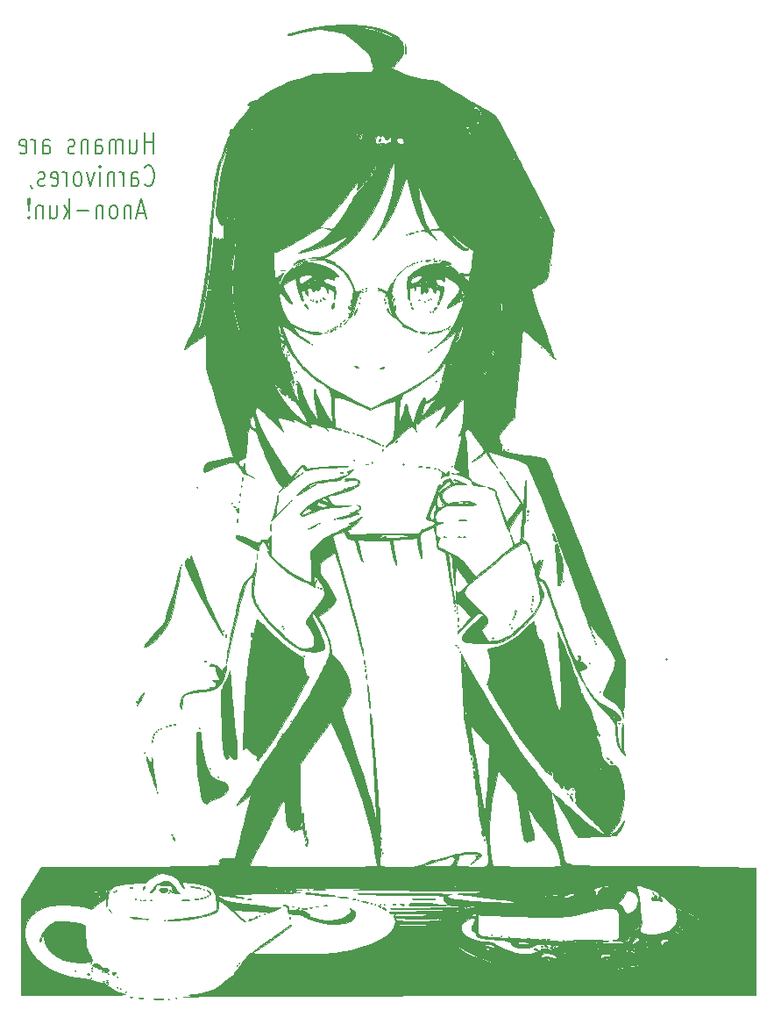
<source format=gbo>
G04 #@! TF.GenerationSoftware,KiCad,Pcbnew,5.0.0-rc2*
G04 #@! TF.CreationDate,2019-07-22T20:15:04-04:00*
G04 #@! TF.ProjectId,batterystation,6261747465727973746174696F6E2E6B,rev?*
G04 #@! TF.SameCoordinates,Original*
G04 #@! TF.FileFunction,Legend,Bot*
G04 #@! TF.FilePolarity,Positive*
%FSLAX46Y46*%
G04 Gerber Fmt 4.6, Leading zero omitted, Abs format (unit mm)*
G04 Created by KiCad (PCBNEW 5.0.0-rc2) date Mon Jul 22 20:15:04 2019*
%MOMM*%
%LPD*%
G01*
G04 APERTURE LIST*
%ADD10C,0.152400*%
%ADD11C,0.010000*%
G04 APERTURE END LIST*
D10*
X91518571Y-65697361D02*
X91518571Y-63697361D01*
X91518571Y-64649742D02*
X90661428Y-64649742D01*
X90661428Y-65697361D02*
X90661428Y-63697361D01*
X89304285Y-64364028D02*
X89304285Y-65697361D01*
X89947142Y-64364028D02*
X89947142Y-65411647D01*
X89875714Y-65602123D01*
X89732857Y-65697361D01*
X89518571Y-65697361D01*
X89375714Y-65602123D01*
X89304285Y-65506885D01*
X88590000Y-65697361D02*
X88590000Y-64364028D01*
X88590000Y-64554504D02*
X88518571Y-64459266D01*
X88375714Y-64364028D01*
X88161428Y-64364028D01*
X88018571Y-64459266D01*
X87947142Y-64649742D01*
X87947142Y-65697361D01*
X87947142Y-64649742D02*
X87875714Y-64459266D01*
X87732857Y-64364028D01*
X87518571Y-64364028D01*
X87375714Y-64459266D01*
X87304285Y-64649742D01*
X87304285Y-65697361D01*
X85947142Y-65697361D02*
X85947142Y-64649742D01*
X86018571Y-64459266D01*
X86161428Y-64364028D01*
X86447142Y-64364028D01*
X86590000Y-64459266D01*
X85947142Y-65602123D02*
X86090000Y-65697361D01*
X86447142Y-65697361D01*
X86590000Y-65602123D01*
X86661428Y-65411647D01*
X86661428Y-65221171D01*
X86590000Y-65030695D01*
X86447142Y-64935457D01*
X86090000Y-64935457D01*
X85947142Y-64840219D01*
X85232857Y-64364028D02*
X85232857Y-65697361D01*
X85232857Y-64554504D02*
X85161428Y-64459266D01*
X85018571Y-64364028D01*
X84804285Y-64364028D01*
X84661428Y-64459266D01*
X84590000Y-64649742D01*
X84590000Y-65697361D01*
X83947142Y-65602123D02*
X83804285Y-65697361D01*
X83518571Y-65697361D01*
X83375714Y-65602123D01*
X83304285Y-65411647D01*
X83304285Y-65316409D01*
X83375714Y-65125933D01*
X83518571Y-65030695D01*
X83732857Y-65030695D01*
X83875714Y-64935457D01*
X83947142Y-64744980D01*
X83947142Y-64649742D01*
X83875714Y-64459266D01*
X83732857Y-64364028D01*
X83518571Y-64364028D01*
X83375714Y-64459266D01*
X80875714Y-65697361D02*
X80875714Y-64649742D01*
X80947142Y-64459266D01*
X81090000Y-64364028D01*
X81375714Y-64364028D01*
X81518571Y-64459266D01*
X80875714Y-65602123D02*
X81018571Y-65697361D01*
X81375714Y-65697361D01*
X81518571Y-65602123D01*
X81590000Y-65411647D01*
X81590000Y-65221171D01*
X81518571Y-65030695D01*
X81375714Y-64935457D01*
X81018571Y-64935457D01*
X80875714Y-64840219D01*
X80161428Y-65697361D02*
X80161428Y-64364028D01*
X80161428Y-64744980D02*
X80090000Y-64554504D01*
X80018571Y-64459266D01*
X79875714Y-64364028D01*
X79732857Y-64364028D01*
X78661428Y-65602123D02*
X78804285Y-65697361D01*
X79090000Y-65697361D01*
X79232857Y-65602123D01*
X79304285Y-65411647D01*
X79304285Y-64649742D01*
X79232857Y-64459266D01*
X79090000Y-64364028D01*
X78804285Y-64364028D01*
X78661428Y-64459266D01*
X78590000Y-64649742D01*
X78590000Y-64840219D01*
X79304285Y-65030695D01*
X90697142Y-68659285D02*
X90768571Y-68754523D01*
X90982857Y-68849761D01*
X91125714Y-68849761D01*
X91340000Y-68754523D01*
X91482857Y-68564047D01*
X91554285Y-68373571D01*
X91625714Y-67992619D01*
X91625714Y-67706904D01*
X91554285Y-67325952D01*
X91482857Y-67135476D01*
X91340000Y-66945000D01*
X91125714Y-66849761D01*
X90982857Y-66849761D01*
X90768571Y-66945000D01*
X90697142Y-67040238D01*
X89411428Y-68849761D02*
X89411428Y-67802142D01*
X89482857Y-67611666D01*
X89625714Y-67516428D01*
X89911428Y-67516428D01*
X90054285Y-67611666D01*
X89411428Y-68754523D02*
X89554285Y-68849761D01*
X89911428Y-68849761D01*
X90054285Y-68754523D01*
X90125714Y-68564047D01*
X90125714Y-68373571D01*
X90054285Y-68183095D01*
X89911428Y-68087857D01*
X89554285Y-68087857D01*
X89411428Y-67992619D01*
X88697142Y-68849761D02*
X88697142Y-67516428D01*
X88697142Y-67897380D02*
X88625714Y-67706904D01*
X88554285Y-67611666D01*
X88411428Y-67516428D01*
X88268571Y-67516428D01*
X87768571Y-67516428D02*
X87768571Y-68849761D01*
X87768571Y-67706904D02*
X87697142Y-67611666D01*
X87554285Y-67516428D01*
X87340000Y-67516428D01*
X87197142Y-67611666D01*
X87125714Y-67802142D01*
X87125714Y-68849761D01*
X86411428Y-68849761D02*
X86411428Y-67516428D01*
X86411428Y-66849761D02*
X86482857Y-66945000D01*
X86411428Y-67040238D01*
X86340000Y-66945000D01*
X86411428Y-66849761D01*
X86411428Y-67040238D01*
X85840000Y-67516428D02*
X85482857Y-68849761D01*
X85125714Y-67516428D01*
X84340000Y-68849761D02*
X84482857Y-68754523D01*
X84554285Y-68659285D01*
X84625714Y-68468809D01*
X84625714Y-67897380D01*
X84554285Y-67706904D01*
X84482857Y-67611666D01*
X84340000Y-67516428D01*
X84125714Y-67516428D01*
X83982857Y-67611666D01*
X83911428Y-67706904D01*
X83840000Y-67897380D01*
X83840000Y-68468809D01*
X83911428Y-68659285D01*
X83982857Y-68754523D01*
X84125714Y-68849761D01*
X84340000Y-68849761D01*
X83197142Y-68849761D02*
X83197142Y-67516428D01*
X83197142Y-67897380D02*
X83125714Y-67706904D01*
X83054285Y-67611666D01*
X82911428Y-67516428D01*
X82768571Y-67516428D01*
X81697142Y-68754523D02*
X81840000Y-68849761D01*
X82125714Y-68849761D01*
X82268571Y-68754523D01*
X82340000Y-68564047D01*
X82340000Y-67802142D01*
X82268571Y-67611666D01*
X82125714Y-67516428D01*
X81840000Y-67516428D01*
X81697142Y-67611666D01*
X81625714Y-67802142D01*
X81625714Y-67992619D01*
X82340000Y-68183095D01*
X81054285Y-68754523D02*
X80911428Y-68849761D01*
X80625714Y-68849761D01*
X80482857Y-68754523D01*
X80411428Y-68564047D01*
X80411428Y-68468809D01*
X80482857Y-68278333D01*
X80625714Y-68183095D01*
X80840000Y-68183095D01*
X80982857Y-68087857D01*
X81054285Y-67897380D01*
X81054285Y-67802142D01*
X80982857Y-67611666D01*
X80840000Y-67516428D01*
X80625714Y-67516428D01*
X80482857Y-67611666D01*
X79697142Y-68754523D02*
X79697142Y-68849761D01*
X79768571Y-69040238D01*
X79840000Y-69135476D01*
X90732857Y-71430733D02*
X90018571Y-71430733D01*
X90875714Y-72002161D02*
X90375714Y-70002161D01*
X89875714Y-72002161D01*
X89375714Y-70668828D02*
X89375714Y-72002161D01*
X89375714Y-70859304D02*
X89304285Y-70764066D01*
X89161428Y-70668828D01*
X88947142Y-70668828D01*
X88804285Y-70764066D01*
X88732857Y-70954542D01*
X88732857Y-72002161D01*
X87804285Y-72002161D02*
X87947142Y-71906923D01*
X88018571Y-71811685D01*
X88089999Y-71621209D01*
X88089999Y-71049780D01*
X88018571Y-70859304D01*
X87947142Y-70764066D01*
X87804285Y-70668828D01*
X87589999Y-70668828D01*
X87447142Y-70764066D01*
X87375714Y-70859304D01*
X87304285Y-71049780D01*
X87304285Y-71621209D01*
X87375714Y-71811685D01*
X87447142Y-71906923D01*
X87589999Y-72002161D01*
X87804285Y-72002161D01*
X86661428Y-70668828D02*
X86661428Y-72002161D01*
X86661428Y-70859304D02*
X86589999Y-70764066D01*
X86447142Y-70668828D01*
X86232857Y-70668828D01*
X86089999Y-70764066D01*
X86018571Y-70954542D01*
X86018571Y-72002161D01*
X85304285Y-71240257D02*
X84161428Y-71240257D01*
X83447142Y-72002161D02*
X83447142Y-70002161D01*
X83304285Y-71240257D02*
X82875714Y-72002161D01*
X82875714Y-70668828D02*
X83447142Y-71430733D01*
X81589999Y-70668828D02*
X81589999Y-72002161D01*
X82232857Y-70668828D02*
X82232857Y-71716447D01*
X82161428Y-71906923D01*
X82018571Y-72002161D01*
X81804285Y-72002161D01*
X81661428Y-71906923D01*
X81589999Y-71811685D01*
X80875714Y-70668828D02*
X80875714Y-72002161D01*
X80875714Y-70859304D02*
X80804285Y-70764066D01*
X80661428Y-70668828D01*
X80447142Y-70668828D01*
X80304285Y-70764066D01*
X80232857Y-70954542D01*
X80232857Y-72002161D01*
X79518571Y-71811685D02*
X79447142Y-71906923D01*
X79518571Y-72002161D01*
X79589999Y-71906923D01*
X79518571Y-71811685D01*
X79518571Y-72002161D01*
X79518571Y-71240257D02*
X79589999Y-70097400D01*
X79518571Y-70002161D01*
X79447142Y-70097400D01*
X79518571Y-71240257D01*
X79518571Y-70002161D01*
X112691333Y-63756419D02*
X112691333Y-62740419D01*
X112691333Y-63224228D02*
X112110761Y-63224228D01*
X112110761Y-63756419D02*
X112110761Y-62740419D01*
X111191523Y-63079085D02*
X111191523Y-63756419D01*
X111626952Y-63079085D02*
X111626952Y-63611276D01*
X111578571Y-63708038D01*
X111481809Y-63756419D01*
X111336666Y-63756419D01*
X111239904Y-63708038D01*
X111191523Y-63659657D01*
X110707714Y-63756419D02*
X110707714Y-63079085D01*
X110707714Y-63175847D02*
X110659333Y-63127466D01*
X110562571Y-63079085D01*
X110417428Y-63079085D01*
X110320666Y-63127466D01*
X110272285Y-63224228D01*
X110272285Y-63756419D01*
X110272285Y-63224228D02*
X110223904Y-63127466D01*
X110127142Y-63079085D01*
X109982000Y-63079085D01*
X109885238Y-63127466D01*
X109836857Y-63224228D01*
X109836857Y-63756419D01*
X108917619Y-63756419D02*
X108917619Y-63224228D01*
X108966000Y-63127466D01*
X109062761Y-63079085D01*
X109256285Y-63079085D01*
X109353047Y-63127466D01*
X108917619Y-63708038D02*
X109014380Y-63756419D01*
X109256285Y-63756419D01*
X109353047Y-63708038D01*
X109401428Y-63611276D01*
X109401428Y-63514514D01*
X109353047Y-63417752D01*
X109256285Y-63369371D01*
X109014380Y-63369371D01*
X108917619Y-63320990D01*
X108433809Y-63079085D02*
X108433809Y-63756419D01*
X108433809Y-63175847D02*
X108385428Y-63127466D01*
X108288666Y-63079085D01*
X108143523Y-63079085D01*
X108046761Y-63127466D01*
X107998380Y-63224228D01*
X107998380Y-63756419D01*
X107562952Y-63708038D02*
X107466190Y-63756419D01*
X107272666Y-63756419D01*
X107175904Y-63708038D01*
X107127523Y-63611276D01*
X107127523Y-63562895D01*
X107175904Y-63466133D01*
X107272666Y-63417752D01*
X107417809Y-63417752D01*
X107514571Y-63369371D01*
X107562952Y-63272609D01*
X107562952Y-63224228D01*
X107514571Y-63127466D01*
X107417809Y-63079085D01*
X107272666Y-63079085D01*
X107175904Y-63127466D01*
X105482571Y-63756419D02*
X105482571Y-63224228D01*
X105530952Y-63127466D01*
X105627714Y-63079085D01*
X105821238Y-63079085D01*
X105918000Y-63127466D01*
X105482571Y-63708038D02*
X105579333Y-63756419D01*
X105821238Y-63756419D01*
X105918000Y-63708038D01*
X105966380Y-63611276D01*
X105966380Y-63514514D01*
X105918000Y-63417752D01*
X105821238Y-63369371D01*
X105579333Y-63369371D01*
X105482571Y-63320990D01*
X104998761Y-63756419D02*
X104998761Y-63079085D01*
X104998761Y-63272609D02*
X104950380Y-63175847D01*
X104902000Y-63127466D01*
X104805238Y-63079085D01*
X104708476Y-63079085D01*
X103982761Y-63708038D02*
X104079523Y-63756419D01*
X104273047Y-63756419D01*
X104369809Y-63708038D01*
X104418190Y-63611276D01*
X104418190Y-63224228D01*
X104369809Y-63127466D01*
X104273047Y-63079085D01*
X104079523Y-63079085D01*
X103982761Y-63127466D01*
X103934380Y-63224228D01*
X103934380Y-63320990D01*
X104418190Y-63417752D01*
X115763523Y-65336057D02*
X115811904Y-65384438D01*
X115957047Y-65432819D01*
X116053809Y-65432819D01*
X116198952Y-65384438D01*
X116295714Y-65287676D01*
X116344095Y-65190914D01*
X116392476Y-64997390D01*
X116392476Y-64852247D01*
X116344095Y-64658723D01*
X116295714Y-64561961D01*
X116198952Y-64465200D01*
X116053809Y-64416819D01*
X115957047Y-64416819D01*
X115811904Y-64465200D01*
X115763523Y-64513580D01*
X114892666Y-65432819D02*
X114892666Y-64900628D01*
X114941047Y-64803866D01*
X115037809Y-64755485D01*
X115231333Y-64755485D01*
X115328095Y-64803866D01*
X114892666Y-65384438D02*
X114989428Y-65432819D01*
X115231333Y-65432819D01*
X115328095Y-65384438D01*
X115376476Y-65287676D01*
X115376476Y-65190914D01*
X115328095Y-65094152D01*
X115231333Y-65045771D01*
X114989428Y-65045771D01*
X114892666Y-64997390D01*
X114408857Y-65432819D02*
X114408857Y-64755485D01*
X114408857Y-64949009D02*
X114360476Y-64852247D01*
X114312095Y-64803866D01*
X114215333Y-64755485D01*
X114118571Y-64755485D01*
X113779904Y-64755485D02*
X113779904Y-65432819D01*
X113779904Y-64852247D02*
X113731523Y-64803866D01*
X113634761Y-64755485D01*
X113489619Y-64755485D01*
X113392857Y-64803866D01*
X113344476Y-64900628D01*
X113344476Y-65432819D01*
X112860666Y-65432819D02*
X112860666Y-64755485D01*
X112860666Y-64416819D02*
X112909047Y-64465200D01*
X112860666Y-64513580D01*
X112812285Y-64465200D01*
X112860666Y-64416819D01*
X112860666Y-64513580D01*
X112473619Y-64755485D02*
X112231714Y-65432819D01*
X111989809Y-64755485D01*
X111457619Y-65432819D02*
X111554380Y-65384438D01*
X111602761Y-65336057D01*
X111651142Y-65239295D01*
X111651142Y-64949009D01*
X111602761Y-64852247D01*
X111554380Y-64803866D01*
X111457619Y-64755485D01*
X111312476Y-64755485D01*
X111215714Y-64803866D01*
X111167333Y-64852247D01*
X111118952Y-64949009D01*
X111118952Y-65239295D01*
X111167333Y-65336057D01*
X111215714Y-65384438D01*
X111312476Y-65432819D01*
X111457619Y-65432819D01*
X110683523Y-65432819D02*
X110683523Y-64755485D01*
X110683523Y-64949009D02*
X110635142Y-64852247D01*
X110586761Y-64803866D01*
X110490000Y-64755485D01*
X110393238Y-64755485D01*
X109667523Y-65384438D02*
X109764285Y-65432819D01*
X109957809Y-65432819D01*
X110054571Y-65384438D01*
X110102952Y-65287676D01*
X110102952Y-64900628D01*
X110054571Y-64803866D01*
X109957809Y-64755485D01*
X109764285Y-64755485D01*
X109667523Y-64803866D01*
X109619142Y-64900628D01*
X109619142Y-64997390D01*
X110102952Y-65094152D01*
X109232095Y-65384438D02*
X109135333Y-65432819D01*
X108941809Y-65432819D01*
X108845047Y-65384438D01*
X108796666Y-65287676D01*
X108796666Y-65239295D01*
X108845047Y-65142533D01*
X108941809Y-65094152D01*
X109086952Y-65094152D01*
X109183714Y-65045771D01*
X109232095Y-64949009D01*
X109232095Y-64900628D01*
X109183714Y-64803866D01*
X109086952Y-64755485D01*
X108941809Y-64755485D01*
X108845047Y-64803866D01*
X108312857Y-65384438D02*
X108312857Y-65432819D01*
X108361238Y-65529580D01*
X108409619Y-65577961D01*
X107151714Y-65142533D02*
X106667904Y-65142533D01*
X107248476Y-65432819D02*
X106909809Y-64416819D01*
X106571142Y-65432819D01*
X106232476Y-64755485D02*
X106232476Y-65432819D01*
X106232476Y-64852247D02*
X106184095Y-64803866D01*
X106087333Y-64755485D01*
X105942190Y-64755485D01*
X105845428Y-64803866D01*
X105797047Y-64900628D01*
X105797047Y-65432819D01*
X105168095Y-65432819D02*
X105264857Y-65384438D01*
X105313238Y-65336057D01*
X105361619Y-65239295D01*
X105361619Y-64949009D01*
X105313238Y-64852247D01*
X105264857Y-64803866D01*
X105168095Y-64755485D01*
X105022952Y-64755485D01*
X104926190Y-64803866D01*
X104877809Y-64852247D01*
X104829428Y-64949009D01*
X104829428Y-65239295D01*
X104877809Y-65336057D01*
X104926190Y-65384438D01*
X105022952Y-65432819D01*
X105168095Y-65432819D01*
X104393999Y-64755485D02*
X104393999Y-65432819D01*
X104393999Y-64852247D02*
X104345619Y-64803866D01*
X104248857Y-64755485D01*
X104103714Y-64755485D01*
X104006952Y-64803866D01*
X103958571Y-64900628D01*
X103958571Y-65432819D01*
X103474761Y-65045771D02*
X102700666Y-65045771D01*
X102216857Y-65432819D02*
X102216857Y-64416819D01*
X102120095Y-65045771D02*
X101829809Y-65432819D01*
X101829809Y-64755485D02*
X102216857Y-65142533D01*
X100958952Y-64755485D02*
X100958952Y-65432819D01*
X101394380Y-64755485D02*
X101394380Y-65287676D01*
X101345999Y-65384438D01*
X101249238Y-65432819D01*
X101104095Y-65432819D01*
X101007333Y-65384438D01*
X100958952Y-65336057D01*
X100475142Y-64755485D02*
X100475142Y-65432819D01*
X100475142Y-64852247D02*
X100426761Y-64803866D01*
X100329999Y-64755485D01*
X100184857Y-64755485D01*
X100088095Y-64803866D01*
X100039714Y-64900628D01*
X100039714Y-65432819D01*
X99555904Y-65336057D02*
X99507523Y-65384438D01*
X99555904Y-65432819D01*
X99604285Y-65384438D01*
X99555904Y-65336057D01*
X99555904Y-65432819D01*
X99555904Y-65045771D02*
X99604285Y-64465200D01*
X99555904Y-64416819D01*
X99507523Y-64465200D01*
X99555904Y-65045771D01*
X99555904Y-64416819D01*
D11*
G04 #@! TO.C,G\002A\002A\002A*
G36*
X121877553Y-63309764D02*
X121890525Y-63423659D01*
X121958080Y-63599737D01*
X122008576Y-63597480D01*
X122021600Y-63480596D01*
X121965801Y-63311637D01*
X121929476Y-63277255D01*
X121877553Y-63309764D01*
X121877553Y-63309764D01*
G37*
X121877553Y-63309764D02*
X121890525Y-63423659D01*
X121958080Y-63599737D01*
X122008576Y-63597480D01*
X122021600Y-63480596D01*
X121965801Y-63311637D01*
X121929476Y-63277255D01*
X121877553Y-63309764D01*
G36*
X113381758Y-64316046D02*
X113348859Y-64389000D01*
X113346747Y-64519825D01*
X113388789Y-64541400D01*
X113476114Y-64459059D01*
X113487200Y-64389000D01*
X113465463Y-64253444D01*
X113447271Y-64236600D01*
X113381758Y-64316046D01*
X113381758Y-64316046D01*
G37*
X113381758Y-64316046D02*
X113348859Y-64389000D01*
X113346747Y-64519825D01*
X113388789Y-64541400D01*
X113476114Y-64459059D01*
X113487200Y-64389000D01*
X113465463Y-64253444D01*
X113447271Y-64236600D01*
X113381758Y-64316046D01*
G36*
X114029067Y-64676866D02*
X114016908Y-64797442D01*
X114029067Y-64812333D01*
X114089468Y-64798386D01*
X114096800Y-64744600D01*
X114059627Y-64660971D01*
X114029067Y-64676866D01*
X114029067Y-64676866D01*
G37*
X114029067Y-64676866D02*
X114016908Y-64797442D01*
X114029067Y-64812333D01*
X114089468Y-64798386D01*
X114096800Y-64744600D01*
X114059627Y-64660971D01*
X114029067Y-64676866D01*
G36*
X97773067Y-73820866D02*
X97760908Y-73941442D01*
X97773067Y-73956333D01*
X97833468Y-73942386D01*
X97840800Y-73888600D01*
X97803627Y-73804971D01*
X97773067Y-73820866D01*
X97773067Y-73820866D01*
G37*
X97773067Y-73820866D02*
X97760908Y-73941442D01*
X97773067Y-73956333D01*
X97833468Y-73942386D01*
X97840800Y-73888600D01*
X97803627Y-73804971D01*
X97773067Y-73820866D01*
G36*
X116922550Y-73209595D02*
X116884066Y-73254709D01*
X116983934Y-73270978D01*
X117115711Y-73252299D01*
X117117284Y-73217616D01*
X116981303Y-73193362D01*
X116922550Y-73209595D01*
X116922550Y-73209595D01*
G37*
X116922550Y-73209595D02*
X116884066Y-73254709D01*
X116983934Y-73270978D01*
X117115711Y-73252299D01*
X117117284Y-73217616D01*
X116981303Y-73193362D01*
X116922550Y-73209595D01*
G36*
X116419355Y-73332258D02*
X116281200Y-73380600D01*
X116170397Y-73447753D01*
X116230400Y-73467918D01*
X116447846Y-73428941D01*
X116586000Y-73380600D01*
X116696804Y-73313446D01*
X116636800Y-73293281D01*
X116419355Y-73332258D01*
X116419355Y-73332258D01*
G37*
X116419355Y-73332258D02*
X116281200Y-73380600D01*
X116170397Y-73447753D01*
X116230400Y-73467918D01*
X116447846Y-73428941D01*
X116586000Y-73380600D01*
X116696804Y-73313446D01*
X116636800Y-73293281D01*
X116419355Y-73332258D01*
G36*
X115925600Y-73533000D02*
X115976400Y-73583800D01*
X116027200Y-73533000D01*
X115976400Y-73482200D01*
X115925600Y-73533000D01*
X115925600Y-73533000D01*
G37*
X115925600Y-73533000D02*
X115976400Y-73583800D01*
X116027200Y-73533000D01*
X115976400Y-73482200D01*
X115925600Y-73533000D01*
G36*
X118567200Y-75869800D02*
X118618000Y-75920600D01*
X118668800Y-75869800D01*
X118618000Y-75819000D01*
X118567200Y-75869800D01*
X118567200Y-75869800D01*
G37*
X118567200Y-75869800D02*
X118618000Y-75920600D01*
X118668800Y-75869800D01*
X118618000Y-75819000D01*
X118567200Y-75869800D01*
G36*
X119109067Y-75954466D02*
X119123014Y-76014867D01*
X119176800Y-76022200D01*
X119260429Y-75985026D01*
X119244534Y-75954466D01*
X119123958Y-75942307D01*
X119109067Y-75954466D01*
X119109067Y-75954466D01*
G37*
X119109067Y-75954466D02*
X119123014Y-76014867D01*
X119176800Y-76022200D01*
X119260429Y-75985026D01*
X119244534Y-75954466D01*
X119123958Y-75942307D01*
X119109067Y-75954466D01*
G36*
X117348000Y-76073000D02*
X117398800Y-76123800D01*
X117449600Y-76073000D01*
X117398800Y-76022200D01*
X117348000Y-76073000D01*
X117348000Y-76073000D01*
G37*
X117348000Y-76073000D02*
X117398800Y-76123800D01*
X117449600Y-76073000D01*
X117398800Y-76022200D01*
X117348000Y-76073000D01*
G36*
X117849931Y-75979379D02*
X117805619Y-76021523D01*
X117840257Y-76090096D01*
X118002822Y-76100963D01*
X118196674Y-76058170D01*
X118262400Y-76000040D01*
X118183162Y-75932577D01*
X118012264Y-75927261D01*
X117849931Y-75979379D01*
X117849931Y-75979379D01*
G37*
X117849931Y-75979379D02*
X117805619Y-76021523D01*
X117840257Y-76090096D01*
X118002822Y-76100963D01*
X118196674Y-76058170D01*
X118262400Y-76000040D01*
X118183162Y-75932577D01*
X118012264Y-75927261D01*
X117849931Y-75979379D01*
G36*
X118643400Y-76056512D02*
X118630637Y-76093595D01*
X118770400Y-76107757D01*
X118914635Y-76091791D01*
X118897400Y-76056512D01*
X118689390Y-76043093D01*
X118643400Y-76056512D01*
X118643400Y-76056512D01*
G37*
X118643400Y-76056512D02*
X118630637Y-76093595D01*
X118770400Y-76107757D01*
X118914635Y-76091791D01*
X118897400Y-76056512D01*
X118689390Y-76043093D01*
X118643400Y-76056512D01*
G36*
X116941600Y-76174600D02*
X116992400Y-76225400D01*
X117043200Y-76174600D01*
X116992400Y-76123800D01*
X116941600Y-76174600D01*
X116941600Y-76174600D01*
G37*
X116941600Y-76174600D02*
X116992400Y-76225400D01*
X117043200Y-76174600D01*
X116992400Y-76123800D01*
X116941600Y-76174600D01*
G36*
X105664000Y-76276200D02*
X105714800Y-76327000D01*
X105765600Y-76276200D01*
X105714800Y-76225400D01*
X105664000Y-76276200D01*
X105664000Y-76276200D01*
G37*
X105664000Y-76276200D02*
X105714800Y-76327000D01*
X105765600Y-76276200D01*
X105714800Y-76225400D01*
X105664000Y-76276200D01*
G36*
X116636800Y-76276200D02*
X116687600Y-76327000D01*
X116738400Y-76276200D01*
X116687600Y-76225400D01*
X116636800Y-76276200D01*
X116636800Y-76276200D01*
G37*
X116636800Y-76276200D02*
X116687600Y-76327000D01*
X116738400Y-76276200D01*
X116687600Y-76225400D01*
X116636800Y-76276200D01*
G36*
X106070400Y-75877322D02*
X105705393Y-75978143D01*
X105373978Y-76122116D01*
X105147115Y-76276221D01*
X105105647Y-76326277D01*
X105080715Y-76424584D01*
X105173336Y-76377252D01*
X105180447Y-76370286D01*
X105298287Y-76302900D01*
X105547272Y-76185371D01*
X105832381Y-76060772D01*
X106121996Y-75932674D01*
X106229636Y-75868506D01*
X106163885Y-75861654D01*
X106070400Y-75877322D01*
X106070400Y-75877322D01*
G37*
X106070400Y-75877322D02*
X105705393Y-75978143D01*
X105373978Y-76122116D01*
X105147115Y-76276221D01*
X105105647Y-76326277D01*
X105080715Y-76424584D01*
X105173336Y-76377252D01*
X105180447Y-76370286D01*
X105298287Y-76302900D01*
X105547272Y-76185371D01*
X105832381Y-76060772D01*
X106121996Y-75932674D01*
X106229636Y-75868506D01*
X106163885Y-75861654D01*
X106070400Y-75877322D01*
G36*
X105460800Y-76377800D02*
X105511600Y-76428600D01*
X105562400Y-76377800D01*
X105511600Y-76327000D01*
X105460800Y-76377800D01*
X105460800Y-76377800D01*
G37*
X105460800Y-76377800D02*
X105511600Y-76428600D01*
X105562400Y-76377800D01*
X105511600Y-76327000D01*
X105460800Y-76377800D01*
G36*
X116433600Y-76377800D02*
X116484400Y-76428600D01*
X116535200Y-76377800D01*
X116484400Y-76327000D01*
X116433600Y-76377800D01*
X116433600Y-76377800D01*
G37*
X116433600Y-76377800D02*
X116484400Y-76428600D01*
X116535200Y-76377800D01*
X116484400Y-76327000D01*
X116433600Y-76377800D01*
G36*
X119393946Y-76079538D02*
X119311013Y-76119566D01*
X119194318Y-76199980D01*
X119256170Y-76198630D01*
X119349523Y-76174216D01*
X119597395Y-76176166D01*
X119863531Y-76263546D01*
X120099279Y-76347441D01*
X120268307Y-76342979D01*
X120271968Y-76340864D01*
X120260527Y-76272330D01*
X120082419Y-76182248D01*
X119942972Y-76135998D01*
X119611947Y-76061656D01*
X119393946Y-76079538D01*
X119393946Y-76079538D01*
G37*
X119393946Y-76079538D02*
X119311013Y-76119566D01*
X119194318Y-76199980D01*
X119256170Y-76198630D01*
X119349523Y-76174216D01*
X119597395Y-76176166D01*
X119863531Y-76263546D01*
X120099279Y-76347441D01*
X120268307Y-76342979D01*
X120271968Y-76340864D01*
X120260527Y-76272330D01*
X120082419Y-76182248D01*
X119942972Y-76135998D01*
X119611947Y-76061656D01*
X119393946Y-76079538D01*
G36*
X105257600Y-76479400D02*
X105308400Y-76530200D01*
X105359200Y-76479400D01*
X105308400Y-76428600D01*
X105257600Y-76479400D01*
X105257600Y-76479400D01*
G37*
X105257600Y-76479400D02*
X105308400Y-76530200D01*
X105359200Y-76479400D01*
X105308400Y-76428600D01*
X105257600Y-76479400D01*
G36*
X116230400Y-76479400D02*
X116281200Y-76530200D01*
X116332000Y-76479400D01*
X116281200Y-76428600D01*
X116230400Y-76479400D01*
X116230400Y-76479400D01*
G37*
X116230400Y-76479400D02*
X116281200Y-76530200D01*
X116332000Y-76479400D01*
X116281200Y-76428600D01*
X116230400Y-76479400D01*
G36*
X116027200Y-76581000D02*
X116078000Y-76631800D01*
X116128800Y-76581000D01*
X116078000Y-76530200D01*
X116027200Y-76581000D01*
X116027200Y-76581000D01*
G37*
X116027200Y-76581000D02*
X116078000Y-76631800D01*
X116128800Y-76581000D01*
X116078000Y-76530200D01*
X116027200Y-76581000D01*
G36*
X103860600Y-76968164D02*
X103828980Y-76997613D01*
X103969467Y-77013645D01*
X104038400Y-77014628D01*
X104223243Y-77004035D01*
X104245027Y-76977662D01*
X104216200Y-76968164D01*
X103958520Y-76952363D01*
X103860600Y-76968164D01*
X103860600Y-76968164D01*
G37*
X103860600Y-76968164D02*
X103828980Y-76997613D01*
X103969467Y-77013645D01*
X104038400Y-77014628D01*
X104223243Y-77004035D01*
X104245027Y-76977662D01*
X104216200Y-76968164D01*
X103958520Y-76952363D01*
X103860600Y-76968164D01*
G36*
X115493800Y-77033953D02*
X115213346Y-77301098D01*
X115061484Y-77458298D01*
X115015500Y-77531241D01*
X115040847Y-77546200D01*
X115119842Y-77478155D01*
X115297555Y-77300193D01*
X115523447Y-77063600D01*
X115976400Y-76581000D01*
X115493800Y-77033953D01*
X115493800Y-77033953D01*
G37*
X115493800Y-77033953D02*
X115213346Y-77301098D01*
X115061484Y-77458298D01*
X115015500Y-77531241D01*
X115040847Y-77546200D01*
X115119842Y-77478155D01*
X115297555Y-77300193D01*
X115523447Y-77063600D01*
X115976400Y-76581000D01*
X115493800Y-77033953D01*
G36*
X111997067Y-78697666D02*
X112011014Y-78758067D01*
X112064800Y-78765400D01*
X112148429Y-78728226D01*
X112132534Y-78697666D01*
X112011958Y-78685507D01*
X111997067Y-78697666D01*
X111997067Y-78697666D01*
G37*
X111997067Y-78697666D02*
X112011014Y-78758067D01*
X112064800Y-78765400D01*
X112148429Y-78728226D01*
X112132534Y-78697666D01*
X112011958Y-78685507D01*
X111997067Y-78697666D01*
G36*
X111658400Y-78816200D02*
X111709200Y-78867000D01*
X111760000Y-78816200D01*
X111709200Y-78765400D01*
X111658400Y-78816200D01*
X111658400Y-78816200D01*
G37*
X111658400Y-78816200D02*
X111709200Y-78867000D01*
X111760000Y-78816200D01*
X111709200Y-78765400D01*
X111658400Y-78816200D01*
G36*
X111997067Y-78900866D02*
X112011014Y-78961267D01*
X112064800Y-78968600D01*
X112148429Y-78931426D01*
X112132534Y-78900866D01*
X112011958Y-78888707D01*
X111997067Y-78900866D01*
X111997067Y-78900866D01*
G37*
X111997067Y-78900866D02*
X112011014Y-78961267D01*
X112064800Y-78968600D01*
X112148429Y-78931426D01*
X112132534Y-78900866D01*
X112011958Y-78888707D01*
X111997067Y-78900866D01*
G36*
X113893600Y-79425800D02*
X113944400Y-79476600D01*
X113995200Y-79425800D01*
X113944400Y-79375000D01*
X113893600Y-79425800D01*
X113893600Y-79425800D01*
G37*
X113893600Y-79425800D02*
X113944400Y-79476600D01*
X113995200Y-79425800D01*
X113944400Y-79375000D01*
X113893600Y-79425800D01*
G36*
X111455200Y-79629000D02*
X111506000Y-79679800D01*
X111556800Y-79629000D01*
X111506000Y-79578200D01*
X111455200Y-79629000D01*
X111455200Y-79629000D01*
G37*
X111455200Y-79629000D02*
X111506000Y-79679800D01*
X111556800Y-79629000D01*
X111506000Y-79578200D01*
X111455200Y-79629000D01*
G36*
X107907178Y-79637055D02*
X107899200Y-79673803D01*
X107972953Y-79777265D01*
X108000800Y-79781400D01*
X108099759Y-79746735D01*
X108102400Y-79736596D01*
X108031206Y-79649853D01*
X108000800Y-79629000D01*
X107907178Y-79637055D01*
X107907178Y-79637055D01*
G37*
X107907178Y-79637055D02*
X107899200Y-79673803D01*
X107972953Y-79777265D01*
X108000800Y-79781400D01*
X108099759Y-79746735D01*
X108102400Y-79736596D01*
X108031206Y-79649853D01*
X108000800Y-79629000D01*
X107907178Y-79637055D01*
G36*
X118262400Y-79730600D02*
X118313200Y-79781400D01*
X118364000Y-79730600D01*
X118313200Y-79679800D01*
X118262400Y-79730600D01*
X118262400Y-79730600D01*
G37*
X118262400Y-79730600D02*
X118313200Y-79781400D01*
X118364000Y-79730600D01*
X118313200Y-79679800D01*
X118262400Y-79730600D01*
G36*
X106680000Y-79832200D02*
X106730800Y-79883000D01*
X106781600Y-79832200D01*
X106730800Y-79781400D01*
X106680000Y-79832200D01*
X106680000Y-79832200D01*
G37*
X106680000Y-79832200D02*
X106730800Y-79883000D01*
X106781600Y-79832200D01*
X106730800Y-79781400D01*
X106680000Y-79832200D01*
G36*
X113825867Y-79713666D02*
X113813708Y-79834242D01*
X113825867Y-79849133D01*
X113886268Y-79835186D01*
X113893600Y-79781400D01*
X113856427Y-79697771D01*
X113825867Y-79713666D01*
X113825867Y-79713666D01*
G37*
X113825867Y-79713666D02*
X113813708Y-79834242D01*
X113825867Y-79849133D01*
X113886268Y-79835186D01*
X113893600Y-79781400D01*
X113856427Y-79697771D01*
X113825867Y-79713666D01*
G36*
X117144800Y-79832200D02*
X117195600Y-79883000D01*
X117246400Y-79832200D01*
X117195600Y-79781400D01*
X117144800Y-79832200D01*
X117144800Y-79832200D01*
G37*
X117144800Y-79832200D02*
X117195600Y-79883000D01*
X117246400Y-79832200D01*
X117195600Y-79781400D01*
X117144800Y-79832200D01*
G36*
X118059200Y-79832200D02*
X118110000Y-79883000D01*
X118160800Y-79832200D01*
X118110000Y-79781400D01*
X118059200Y-79832200D01*
X118059200Y-79832200D01*
G37*
X118059200Y-79832200D02*
X118110000Y-79883000D01*
X118160800Y-79832200D01*
X118110000Y-79781400D01*
X118059200Y-79832200D01*
G36*
X106917067Y-79815266D02*
X106904908Y-79935842D01*
X106917067Y-79950733D01*
X106977468Y-79936786D01*
X106984800Y-79883000D01*
X106947627Y-79799371D01*
X106917067Y-79815266D01*
X106917067Y-79815266D01*
G37*
X106917067Y-79815266D02*
X106904908Y-79935842D01*
X106917067Y-79950733D01*
X106977468Y-79936786D01*
X106984800Y-79883000D01*
X106947627Y-79799371D01*
X106917067Y-79815266D01*
G36*
X107628267Y-79815266D02*
X107616108Y-79935842D01*
X107628267Y-79950733D01*
X107688668Y-79936786D01*
X107696000Y-79883000D01*
X107658827Y-79799371D01*
X107628267Y-79815266D01*
X107628267Y-79815266D01*
G37*
X107628267Y-79815266D02*
X107616108Y-79935842D01*
X107628267Y-79950733D01*
X107688668Y-79936786D01*
X107696000Y-79883000D01*
X107658827Y-79799371D01*
X107628267Y-79815266D01*
G36*
X107190953Y-79960315D02*
X107188000Y-79984600D01*
X107265316Y-80083247D01*
X107289600Y-80086200D01*
X107388248Y-80008884D01*
X107391200Y-79984600D01*
X107313885Y-79885952D01*
X107289600Y-79883000D01*
X107190953Y-79960315D01*
X107190953Y-79960315D01*
G37*
X107190953Y-79960315D02*
X107188000Y-79984600D01*
X107265316Y-80083247D01*
X107289600Y-80086200D01*
X107388248Y-80008884D01*
X107391200Y-79984600D01*
X107313885Y-79885952D01*
X107289600Y-79883000D01*
X107190953Y-79960315D01*
G36*
X117686667Y-79916866D02*
X117674508Y-80037442D01*
X117686667Y-80052333D01*
X117747068Y-80038386D01*
X117754400Y-79984600D01*
X117717227Y-79900971D01*
X117686667Y-79916866D01*
X117686667Y-79916866D01*
G37*
X117686667Y-79916866D02*
X117674508Y-80037442D01*
X117686667Y-80052333D01*
X117747068Y-80038386D01*
X117754400Y-79984600D01*
X117717227Y-79900971D01*
X117686667Y-79916866D01*
G36*
X111353600Y-80137000D02*
X111404400Y-80187800D01*
X111455200Y-80137000D01*
X111404400Y-80086200D01*
X111353600Y-80137000D01*
X111353600Y-80137000D01*
G37*
X111353600Y-80137000D02*
X111404400Y-80187800D01*
X111455200Y-80137000D01*
X111404400Y-80086200D01*
X111353600Y-80137000D01*
G36*
X113927467Y-80018466D02*
X113915308Y-80139042D01*
X113927467Y-80153933D01*
X113987868Y-80139986D01*
X113995200Y-80086200D01*
X113958027Y-80002571D01*
X113927467Y-80018466D01*
X113927467Y-80018466D01*
G37*
X113927467Y-80018466D02*
X113915308Y-80139042D01*
X113927467Y-80153933D01*
X113987868Y-80139986D01*
X113995200Y-80086200D01*
X113958027Y-80002571D01*
X113927467Y-80018466D01*
G36*
X110540800Y-80340200D02*
X110591600Y-80391000D01*
X110642400Y-80340200D01*
X110591600Y-80289400D01*
X110540800Y-80340200D01*
X110540800Y-80340200D01*
G37*
X110540800Y-80340200D02*
X110591600Y-80391000D01*
X110642400Y-80340200D01*
X110591600Y-80289400D01*
X110540800Y-80340200D01*
G36*
X116347963Y-80249697D02*
X116364196Y-80308450D01*
X116409310Y-80346934D01*
X116425579Y-80247066D01*
X116406900Y-80115289D01*
X116372217Y-80113716D01*
X116347963Y-80249697D01*
X116347963Y-80249697D01*
G37*
X116347963Y-80249697D02*
X116364196Y-80308450D01*
X116409310Y-80346934D01*
X116425579Y-80247066D01*
X116406900Y-80115289D01*
X116372217Y-80113716D01*
X116347963Y-80249697D01*
G36*
X106072579Y-80245139D02*
X106135462Y-80392769D01*
X106282103Y-80551094D01*
X106426193Y-80675341D01*
X106448165Y-80652698D01*
X106367395Y-80465241D01*
X106252385Y-80268412D01*
X106155692Y-80187800D01*
X106072579Y-80245139D01*
X106072579Y-80245139D01*
G37*
X106072579Y-80245139D02*
X106135462Y-80392769D01*
X106282103Y-80551094D01*
X106426193Y-80675341D01*
X106448165Y-80652698D01*
X106367395Y-80465241D01*
X106252385Y-80268412D01*
X106155692Y-80187800D01*
X106072579Y-80245139D01*
G36*
X108872659Y-80094874D02*
X108800510Y-80237970D01*
X108756071Y-80444440D01*
X108751231Y-80626178D01*
X108791572Y-80695800D01*
X108888097Y-80609301D01*
X108959931Y-80429811D01*
X108986765Y-80207964D01*
X108950925Y-80080208D01*
X108872659Y-80094874D01*
X108872659Y-80094874D01*
G37*
X108872659Y-80094874D02*
X108800510Y-80237970D01*
X108756071Y-80444440D01*
X108751231Y-80626178D01*
X108791572Y-80695800D01*
X108888097Y-80609301D01*
X108959931Y-80429811D01*
X108986765Y-80207964D01*
X108950925Y-80080208D01*
X108872659Y-80094874D01*
G36*
X116441578Y-80551455D02*
X116433600Y-80588203D01*
X116507353Y-80691665D01*
X116535200Y-80695800D01*
X116634159Y-80661135D01*
X116636800Y-80650996D01*
X116565606Y-80564253D01*
X116535200Y-80543400D01*
X116441578Y-80551455D01*
X116441578Y-80551455D01*
G37*
X116441578Y-80551455D02*
X116433600Y-80588203D01*
X116507353Y-80691665D01*
X116535200Y-80695800D01*
X116634159Y-80661135D01*
X116636800Y-80650996D01*
X116565606Y-80564253D01*
X116535200Y-80543400D01*
X116441578Y-80551455D01*
G36*
X118751774Y-80572186D02*
X118674147Y-80701510D01*
X118684040Y-80744906D01*
X118790192Y-80741761D01*
X118804267Y-80729666D01*
X118871253Y-80573255D01*
X118872000Y-80556946D01*
X118820453Y-80519170D01*
X118751774Y-80572186D01*
X118751774Y-80572186D01*
G37*
X118751774Y-80572186D02*
X118674147Y-80701510D01*
X118684040Y-80744906D01*
X118790192Y-80741761D01*
X118804267Y-80729666D01*
X118871253Y-80573255D01*
X118872000Y-80556946D01*
X118820453Y-80519170D01*
X118751774Y-80572186D01*
G36*
X118194667Y-80932866D02*
X118208614Y-80993267D01*
X118262400Y-81000600D01*
X118346029Y-80963426D01*
X118330134Y-80932866D01*
X118209558Y-80920707D01*
X118194667Y-80932866D01*
X118194667Y-80932866D01*
G37*
X118194667Y-80932866D02*
X118208614Y-80993267D01*
X118262400Y-81000600D01*
X118346029Y-80963426D01*
X118330134Y-80932866D01*
X118209558Y-80920707D01*
X118194667Y-80932866D01*
G36*
X118465600Y-80949800D02*
X118516400Y-81000600D01*
X118567200Y-80949800D01*
X118516400Y-80899000D01*
X118465600Y-80949800D01*
X118465600Y-80949800D01*
G37*
X118465600Y-80949800D02*
X118516400Y-81000600D01*
X118567200Y-80949800D01*
X118516400Y-80899000D01*
X118465600Y-80949800D01*
G36*
X110337600Y-81153000D02*
X110388400Y-81203800D01*
X110439200Y-81153000D01*
X110388400Y-81102200D01*
X110337600Y-81153000D01*
X110337600Y-81153000D01*
G37*
X110337600Y-81153000D02*
X110388400Y-81203800D01*
X110439200Y-81153000D01*
X110388400Y-81102200D01*
X110337600Y-81153000D01*
G36*
X111163175Y-80691929D02*
X111053754Y-80878491D01*
X111017853Y-80951075D01*
X110909181Y-81211144D01*
X110902394Y-81297845D01*
X110983379Y-81204648D01*
X111104483Y-80991158D01*
X111202410Y-80771768D01*
X111230506Y-80643784D01*
X111226901Y-80636834D01*
X111163175Y-80691929D01*
X111163175Y-80691929D01*
G37*
X111163175Y-80691929D02*
X111053754Y-80878491D01*
X111017853Y-80951075D01*
X110909181Y-81211144D01*
X110902394Y-81297845D01*
X110983379Y-81204648D01*
X111104483Y-80991158D01*
X111202410Y-80771768D01*
X111230506Y-80643784D01*
X111226901Y-80636834D01*
X111163175Y-80691929D01*
G36*
X109901274Y-81783324D02*
X109880400Y-81813400D01*
X109854511Y-81908384D01*
X109868408Y-81915000D01*
X109961127Y-81843475D01*
X109982000Y-81813400D01*
X110007890Y-81718415D01*
X109993993Y-81711800D01*
X109901274Y-81783324D01*
X109901274Y-81783324D01*
G37*
X109901274Y-81783324D02*
X109880400Y-81813400D01*
X109854511Y-81908384D01*
X109868408Y-81915000D01*
X109961127Y-81843475D01*
X109982000Y-81813400D01*
X110007890Y-81718415D01*
X109993993Y-81711800D01*
X109901274Y-81783324D01*
G36*
X110159800Y-81854546D02*
X109967824Y-82034686D01*
X109940108Y-82113144D01*
X109966254Y-82118200D01*
X110049228Y-82049683D01*
X110194854Y-81889600D01*
X110388400Y-81661000D01*
X110159800Y-81854546D01*
X110159800Y-81854546D01*
G37*
X110159800Y-81854546D02*
X109967824Y-82034686D01*
X109940108Y-82113144D01*
X109966254Y-82118200D01*
X110049228Y-82049683D01*
X110194854Y-81889600D01*
X110388400Y-81661000D01*
X110159800Y-81854546D01*
G36*
X109596474Y-82088124D02*
X109575600Y-82118200D01*
X109549711Y-82213184D01*
X109563608Y-82219800D01*
X109656327Y-82148275D01*
X109677200Y-82118200D01*
X109703090Y-82023215D01*
X109689193Y-82016600D01*
X109596474Y-82088124D01*
X109596474Y-82088124D01*
G37*
X109596474Y-82088124D02*
X109575600Y-82118200D01*
X109549711Y-82213184D01*
X109563608Y-82219800D01*
X109656327Y-82148275D01*
X109677200Y-82118200D01*
X109703090Y-82023215D01*
X109689193Y-82016600D01*
X109596474Y-82088124D01*
G36*
X109220000Y-82372200D02*
X109270800Y-82423000D01*
X109321600Y-82372200D01*
X109270800Y-82321400D01*
X109220000Y-82372200D01*
X109220000Y-82372200D01*
G37*
X109220000Y-82372200D02*
X109270800Y-82423000D01*
X109321600Y-82372200D01*
X109270800Y-82321400D01*
X109220000Y-82372200D01*
G36*
X109524800Y-82372200D02*
X109575600Y-82423000D01*
X109626400Y-82372200D01*
X109575600Y-82321400D01*
X109524800Y-82372200D01*
X109524800Y-82372200D01*
G37*
X109524800Y-82372200D02*
X109575600Y-82423000D01*
X109626400Y-82372200D01*
X109575600Y-82321400D01*
X109524800Y-82372200D01*
G36*
X109016800Y-82473800D02*
X109067600Y-82524600D01*
X109118400Y-82473800D01*
X109067600Y-82423000D01*
X109016800Y-82473800D01*
X109016800Y-82473800D01*
G37*
X109016800Y-82473800D02*
X109067600Y-82524600D01*
X109118400Y-82473800D01*
X109067600Y-82423000D01*
X109016800Y-82473800D01*
G36*
X120061274Y-82392924D02*
X120040400Y-82423000D01*
X120014511Y-82517984D01*
X120028408Y-82524600D01*
X120121127Y-82453075D01*
X120142000Y-82423000D01*
X120167890Y-82328015D01*
X120153993Y-82321400D01*
X120061274Y-82392924D01*
X120061274Y-82392924D01*
G37*
X120061274Y-82392924D02*
X120040400Y-82423000D01*
X120014511Y-82517984D01*
X120028408Y-82524600D01*
X120121127Y-82453075D01*
X120142000Y-82423000D01*
X120167890Y-82328015D01*
X120153993Y-82321400D01*
X120061274Y-82392924D01*
G36*
X108813600Y-82575400D02*
X108864400Y-82626200D01*
X108915200Y-82575400D01*
X108864400Y-82524600D01*
X108813600Y-82575400D01*
X108813600Y-82575400D01*
G37*
X108813600Y-82575400D02*
X108864400Y-82626200D01*
X108915200Y-82575400D01*
X108864400Y-82524600D01*
X108813600Y-82575400D01*
G36*
X119786400Y-82575400D02*
X119837200Y-82626200D01*
X119888000Y-82575400D01*
X119837200Y-82524600D01*
X119786400Y-82575400D01*
X119786400Y-82575400D01*
G37*
X119786400Y-82575400D02*
X119837200Y-82626200D01*
X119888000Y-82575400D01*
X119837200Y-82524600D01*
X119786400Y-82575400D01*
G36*
X109016800Y-82677000D02*
X109067600Y-82727800D01*
X109118400Y-82677000D01*
X109067600Y-82626200D01*
X109016800Y-82677000D01*
X109016800Y-82677000D01*
G37*
X109016800Y-82677000D02*
X109067600Y-82727800D01*
X109118400Y-82677000D01*
X109067600Y-82626200D01*
X109016800Y-82677000D01*
G36*
X119583200Y-82677000D02*
X119634000Y-82727800D01*
X119684800Y-82677000D01*
X119634000Y-82626200D01*
X119583200Y-82677000D01*
X119583200Y-82677000D01*
G37*
X119583200Y-82677000D02*
X119634000Y-82727800D01*
X119684800Y-82677000D01*
X119634000Y-82626200D01*
X119583200Y-82677000D01*
G36*
X119989600Y-82677000D02*
X120040400Y-82727800D01*
X120091200Y-82677000D01*
X120040400Y-82626200D01*
X119989600Y-82677000D01*
X119989600Y-82677000D01*
G37*
X119989600Y-82677000D02*
X120040400Y-82727800D01*
X120091200Y-82677000D01*
X120040400Y-82626200D01*
X119989600Y-82677000D01*
G36*
X108305600Y-82778600D02*
X108356400Y-82829400D01*
X108407200Y-82778600D01*
X108356400Y-82727800D01*
X108305600Y-82778600D01*
X108305600Y-82778600D01*
G37*
X108305600Y-82778600D02*
X108356400Y-82829400D01*
X108407200Y-82778600D01*
X108356400Y-82727800D01*
X108305600Y-82778600D01*
G36*
X108656557Y-82720286D02*
X108634508Y-82832841D01*
X108585634Y-82863501D01*
X108526824Y-82912205D01*
X108559600Y-82921423D01*
X108729922Y-82877655D01*
X108796719Y-82841983D01*
X108871509Y-82758741D01*
X108766042Y-82692302D01*
X108653965Y-82679523D01*
X108656557Y-82720286D01*
X108656557Y-82720286D01*
G37*
X108656557Y-82720286D02*
X108634508Y-82832841D01*
X108585634Y-82863501D01*
X108526824Y-82912205D01*
X108559600Y-82921423D01*
X108729922Y-82877655D01*
X108796719Y-82841983D01*
X108871509Y-82758741D01*
X108766042Y-82692302D01*
X108653965Y-82679523D01*
X108656557Y-82720286D01*
G36*
X114859142Y-77794218D02*
X114740933Y-77977134D01*
X114706400Y-78073618D01*
X114630075Y-78134014D01*
X114587420Y-78130400D01*
X114493022Y-78203605D01*
X114384588Y-78418475D01*
X114329604Y-78580199D01*
X114190770Y-79055398D01*
X113728941Y-78851109D01*
X113452411Y-78744458D01*
X113257723Y-78698330D01*
X113207823Y-78706110D01*
X113231749Y-78759201D01*
X113292467Y-78766955D01*
X113380175Y-78787551D01*
X113294273Y-78869988D01*
X113284000Y-78877369D01*
X113204834Y-78950633D01*
X113299686Y-78948647D01*
X113360200Y-78936125D01*
X113536759Y-78921845D01*
X113589443Y-78952711D01*
X113669084Y-79042551D01*
X113863105Y-79174408D01*
X113894243Y-79192474D01*
X114110432Y-79358919D01*
X114191426Y-79578939D01*
X114198400Y-79728412D01*
X114233090Y-80029266D01*
X114322249Y-80414671D01*
X114401600Y-80669416D01*
X114508888Y-80984476D01*
X114581222Y-81215739D01*
X114601420Y-81301878D01*
X114554181Y-81303133D01*
X114449625Y-81185369D01*
X114328478Y-81007551D01*
X114231470Y-80828642D01*
X114198400Y-80718411D01*
X114167010Y-80614273D01*
X114133925Y-80624808D01*
X114100394Y-80783921D01*
X114199303Y-81003709D01*
X114391076Y-81236686D01*
X114636133Y-81435360D01*
X114894897Y-81552243D01*
X114909600Y-81555536D01*
X115027084Y-81635193D01*
X115205426Y-81808568D01*
X115397481Y-82022082D01*
X115556104Y-82222155D01*
X115634152Y-82355208D01*
X115632654Y-82377280D01*
X115641082Y-82419594D01*
X115671600Y-82414812D01*
X115811027Y-82442785D01*
X116070040Y-82540893D01*
X116332000Y-82659353D01*
X116652382Y-82803549D01*
X116911899Y-82901792D01*
X117031451Y-82930007D01*
X117016092Y-82890057D01*
X116850704Y-82783038D01*
X116568505Y-82629693D01*
X116472651Y-82581065D01*
X116078822Y-82360287D01*
X115713871Y-82115389D01*
X115455684Y-81898724D01*
X115452362Y-81895265D01*
X115273389Y-81685054D01*
X115106945Y-81457800D01*
X114909600Y-81457800D01*
X114858800Y-81508600D01*
X114808000Y-81457800D01*
X114858800Y-81407000D01*
X114909600Y-81457800D01*
X115106945Y-81457800D01*
X115089249Y-81433639D01*
X114925848Y-81183016D01*
X114809091Y-80975180D01*
X114764884Y-80852126D01*
X114805501Y-80846654D01*
X114877085Y-80808170D01*
X114901972Y-80599901D01*
X114901579Y-80574796D01*
X114883722Y-80385816D01*
X114849965Y-80350533D01*
X114842313Y-80365600D01*
X114740433Y-80483200D01*
X114703767Y-80492600D01*
X114651422Y-80402088D01*
X114687606Y-80133863D01*
X114763438Y-79849483D01*
X114803102Y-79697390D01*
X114762054Y-79719434D01*
X114678809Y-79826032D01*
X114570154Y-79952913D01*
X114532706Y-79909560D01*
X114528600Y-79751685D01*
X114562310Y-79562590D01*
X114642900Y-79544158D01*
X114684602Y-79541612D01*
X114630200Y-79471185D01*
X114518220Y-79206757D01*
X114537894Y-78815782D01*
X114686682Y-78324297D01*
X114715208Y-78257400D01*
X114604800Y-78257400D01*
X114567627Y-78341028D01*
X114537067Y-78325133D01*
X114524908Y-78204557D01*
X114537067Y-78189666D01*
X114597468Y-78203613D01*
X114604800Y-78257400D01*
X114715208Y-78257400D01*
X114758534Y-78155800D01*
X114865742Y-77899930D01*
X114901327Y-77770625D01*
X114859142Y-77794218D01*
X114859142Y-77794218D01*
G37*
X114859142Y-77794218D02*
X114740933Y-77977134D01*
X114706400Y-78073618D01*
X114630075Y-78134014D01*
X114587420Y-78130400D01*
X114493022Y-78203605D01*
X114384588Y-78418475D01*
X114329604Y-78580199D01*
X114190770Y-79055398D01*
X113728941Y-78851109D01*
X113452411Y-78744458D01*
X113257723Y-78698330D01*
X113207823Y-78706110D01*
X113231749Y-78759201D01*
X113292467Y-78766955D01*
X113380175Y-78787551D01*
X113294273Y-78869988D01*
X113284000Y-78877369D01*
X113204834Y-78950633D01*
X113299686Y-78948647D01*
X113360200Y-78936125D01*
X113536759Y-78921845D01*
X113589443Y-78952711D01*
X113669084Y-79042551D01*
X113863105Y-79174408D01*
X113894243Y-79192474D01*
X114110432Y-79358919D01*
X114191426Y-79578939D01*
X114198400Y-79728412D01*
X114233090Y-80029266D01*
X114322249Y-80414671D01*
X114401600Y-80669416D01*
X114508888Y-80984476D01*
X114581222Y-81215739D01*
X114601420Y-81301878D01*
X114554181Y-81303133D01*
X114449625Y-81185369D01*
X114328478Y-81007551D01*
X114231470Y-80828642D01*
X114198400Y-80718411D01*
X114167010Y-80614273D01*
X114133925Y-80624808D01*
X114100394Y-80783921D01*
X114199303Y-81003709D01*
X114391076Y-81236686D01*
X114636133Y-81435360D01*
X114894897Y-81552243D01*
X114909600Y-81555536D01*
X115027084Y-81635193D01*
X115205426Y-81808568D01*
X115397481Y-82022082D01*
X115556104Y-82222155D01*
X115634152Y-82355208D01*
X115632654Y-82377280D01*
X115641082Y-82419594D01*
X115671600Y-82414812D01*
X115811027Y-82442785D01*
X116070040Y-82540893D01*
X116332000Y-82659353D01*
X116652382Y-82803549D01*
X116911899Y-82901792D01*
X117031451Y-82930007D01*
X117016092Y-82890057D01*
X116850704Y-82783038D01*
X116568505Y-82629693D01*
X116472651Y-82581065D01*
X116078822Y-82360287D01*
X115713871Y-82115389D01*
X115455684Y-81898724D01*
X115452362Y-81895265D01*
X115273389Y-81685054D01*
X115106945Y-81457800D01*
X114909600Y-81457800D01*
X114858800Y-81508600D01*
X114808000Y-81457800D01*
X114858800Y-81407000D01*
X114909600Y-81457800D01*
X115106945Y-81457800D01*
X115089249Y-81433639D01*
X114925848Y-81183016D01*
X114809091Y-80975180D01*
X114764884Y-80852126D01*
X114805501Y-80846654D01*
X114877085Y-80808170D01*
X114901972Y-80599901D01*
X114901579Y-80574796D01*
X114883722Y-80385816D01*
X114849965Y-80350533D01*
X114842313Y-80365600D01*
X114740433Y-80483200D01*
X114703767Y-80492600D01*
X114651422Y-80402088D01*
X114687606Y-80133863D01*
X114763438Y-79849483D01*
X114803102Y-79697390D01*
X114762054Y-79719434D01*
X114678809Y-79826032D01*
X114570154Y-79952913D01*
X114532706Y-79909560D01*
X114528600Y-79751685D01*
X114562310Y-79562590D01*
X114642900Y-79544158D01*
X114684602Y-79541612D01*
X114630200Y-79471185D01*
X114518220Y-79206757D01*
X114537894Y-78815782D01*
X114686682Y-78324297D01*
X114715208Y-78257400D01*
X114604800Y-78257400D01*
X114567627Y-78341028D01*
X114537067Y-78325133D01*
X114524908Y-78204557D01*
X114537067Y-78189666D01*
X114597468Y-78203613D01*
X114604800Y-78257400D01*
X114715208Y-78257400D01*
X114758534Y-78155800D01*
X114865742Y-77899930D01*
X114901327Y-77770625D01*
X114859142Y-77794218D01*
G36*
X108077000Y-82965312D02*
X108064237Y-83002395D01*
X108204000Y-83016557D01*
X108348235Y-83000591D01*
X108331000Y-82965312D01*
X108122990Y-82951893D01*
X108077000Y-82965312D01*
X108077000Y-82965312D01*
G37*
X108077000Y-82965312D02*
X108064237Y-83002395D01*
X108204000Y-83016557D01*
X108348235Y-83000591D01*
X108331000Y-82965312D01*
X108122990Y-82951893D01*
X108077000Y-82965312D01*
G36*
X117249892Y-82940452D02*
X117246400Y-82951401D01*
X117335775Y-83005086D01*
X117555522Y-83031904D01*
X117602000Y-83032600D01*
X117837202Y-83022616D01*
X117954588Y-82998074D01*
X117957600Y-82992915D01*
X117868469Y-82956302D01*
X117649240Y-82917583D01*
X117602000Y-82911717D01*
X117368072Y-82904577D01*
X117249892Y-82940452D01*
X117249892Y-82940452D01*
G37*
X117249892Y-82940452D02*
X117246400Y-82951401D01*
X117335775Y-83005086D01*
X117555522Y-83031904D01*
X117602000Y-83032600D01*
X117837202Y-83022616D01*
X117954588Y-82998074D01*
X117957600Y-82992915D01*
X117868469Y-82956302D01*
X117649240Y-82917583D01*
X117602000Y-82911717D01*
X117368072Y-82904577D01*
X117249892Y-82940452D01*
G36*
X119388560Y-82759433D02*
X119329200Y-82778143D01*
X119106735Y-82829784D01*
X118783488Y-82883167D01*
X118640433Y-82901918D01*
X118345048Y-82952721D01*
X118144182Y-83016031D01*
X118101037Y-83047103D01*
X118072212Y-83122344D01*
X118078604Y-83122322D01*
X118187784Y-83100483D01*
X118435320Y-83056920D01*
X118653534Y-83020099D01*
X118993092Y-82949184D01*
X119266790Y-82866668D01*
X119364734Y-82821105D01*
X119465547Y-82747246D01*
X119388560Y-82759433D01*
X119388560Y-82759433D01*
G37*
X119388560Y-82759433D02*
X119329200Y-82778143D01*
X119106735Y-82829784D01*
X118783488Y-82883167D01*
X118640433Y-82901918D01*
X118345048Y-82952721D01*
X118144182Y-83016031D01*
X118101037Y-83047103D01*
X118072212Y-83122344D01*
X118078604Y-83122322D01*
X118187784Y-83100483D01*
X118435320Y-83056920D01*
X118653534Y-83020099D01*
X118993092Y-82949184D01*
X119266790Y-82866668D01*
X119364734Y-82821105D01*
X119465547Y-82747246D01*
X119388560Y-82759433D01*
G36*
X106781600Y-84099400D02*
X106832400Y-84150200D01*
X106883200Y-84099400D01*
X106832400Y-84048600D01*
X106781600Y-84099400D01*
X106781600Y-84099400D01*
G37*
X106781600Y-84099400D02*
X106832400Y-84150200D01*
X106883200Y-84099400D01*
X106832400Y-84048600D01*
X106781600Y-84099400D01*
G36*
X118334074Y-84628124D02*
X118313200Y-84658200D01*
X118287311Y-84753184D01*
X118301208Y-84759800D01*
X118393927Y-84688275D01*
X118414800Y-84658200D01*
X118440690Y-84563215D01*
X118426793Y-84556600D01*
X118334074Y-84628124D01*
X118334074Y-84628124D01*
G37*
X118334074Y-84628124D02*
X118313200Y-84658200D01*
X118287311Y-84753184D01*
X118301208Y-84759800D01*
X118393927Y-84688275D01*
X118414800Y-84658200D01*
X118440690Y-84563215D01*
X118426793Y-84556600D01*
X118334074Y-84628124D01*
G36*
X118059200Y-84810600D02*
X118110000Y-84861400D01*
X118160800Y-84810600D01*
X118110000Y-84759800D01*
X118059200Y-84810600D01*
X118059200Y-84810600D01*
G37*
X118059200Y-84810600D02*
X118110000Y-84861400D01*
X118160800Y-84810600D01*
X118110000Y-84759800D01*
X118059200Y-84810600D01*
G36*
X110977003Y-86208966D02*
X110998000Y-86283800D01*
X111142995Y-86372202D01*
X111232597Y-86383844D01*
X111346300Y-86367402D01*
X111272446Y-86297164D01*
X111252000Y-86283800D01*
X111065851Y-86194049D01*
X110977003Y-86208966D01*
X110977003Y-86208966D01*
G37*
X110977003Y-86208966D02*
X110998000Y-86283800D01*
X111142995Y-86372202D01*
X111232597Y-86383844D01*
X111346300Y-86367402D01*
X111272446Y-86297164D01*
X111252000Y-86283800D01*
X111065851Y-86194049D01*
X110977003Y-86208966D01*
G36*
X113689910Y-86325757D02*
X113538000Y-86385400D01*
X113398621Y-86452822D01*
X113452513Y-86475358D01*
X113557404Y-86479859D01*
X113761999Y-86444210D01*
X113842800Y-86385400D01*
X113849032Y-86299216D01*
X113689910Y-86325757D01*
X113689910Y-86325757D01*
G37*
X113689910Y-86325757D02*
X113538000Y-86385400D01*
X113398621Y-86452822D01*
X113452513Y-86475358D01*
X113557404Y-86479859D01*
X113761999Y-86444210D01*
X113842800Y-86385400D01*
X113849032Y-86299216D01*
X113689910Y-86325757D01*
G36*
X104444800Y-84810600D02*
X104495600Y-84861400D01*
X104546400Y-84810600D01*
X104495600Y-84759800D01*
X104444800Y-84810600D01*
X104444800Y-84810600D01*
G37*
X104444800Y-84810600D02*
X104495600Y-84861400D01*
X104546400Y-84810600D01*
X104495600Y-84759800D01*
X104444800Y-84810600D01*
G36*
X104343200Y-85115400D02*
X104394000Y-85166200D01*
X104444800Y-85115400D01*
X104394000Y-85064600D01*
X104343200Y-85115400D01*
X104343200Y-85115400D01*
G37*
X104343200Y-85115400D02*
X104394000Y-85166200D01*
X104444800Y-85115400D01*
X104394000Y-85064600D01*
X104343200Y-85115400D01*
G36*
X104546400Y-85115400D02*
X104597200Y-85166200D01*
X104648000Y-85115400D01*
X104597200Y-85064600D01*
X104546400Y-85115400D01*
X104546400Y-85115400D01*
G37*
X104546400Y-85115400D02*
X104597200Y-85166200D01*
X104648000Y-85115400D01*
X104597200Y-85064600D01*
X104546400Y-85115400D01*
G36*
X105257600Y-86741000D02*
X105308400Y-86791800D01*
X105359200Y-86741000D01*
X105308400Y-86690200D01*
X105257600Y-86741000D01*
X105257600Y-86741000D01*
G37*
X105257600Y-86741000D02*
X105308400Y-86791800D01*
X105359200Y-86741000D01*
X105308400Y-86690200D01*
X105257600Y-86741000D01*
G36*
X105054400Y-86842600D02*
X105105200Y-86893400D01*
X105156000Y-86842600D01*
X105105200Y-86791800D01*
X105054400Y-86842600D01*
X105054400Y-86842600D01*
G37*
X105054400Y-86842600D02*
X105105200Y-86893400D01*
X105156000Y-86842600D01*
X105105200Y-86791800D01*
X105054400Y-86842600D01*
G36*
X105359200Y-87655400D02*
X105410000Y-87706200D01*
X105460800Y-87655400D01*
X105410000Y-87604600D01*
X105359200Y-87655400D01*
X105359200Y-87655400D01*
G37*
X105359200Y-87655400D02*
X105410000Y-87706200D01*
X105460800Y-87655400D01*
X105410000Y-87604600D01*
X105359200Y-87655400D01*
G36*
X105257600Y-87960200D02*
X105308400Y-88011000D01*
X105359200Y-87960200D01*
X105308400Y-87909400D01*
X105257600Y-87960200D01*
X105257600Y-87960200D01*
G37*
X105257600Y-87960200D02*
X105308400Y-88011000D01*
X105359200Y-87960200D01*
X105308400Y-87909400D01*
X105257600Y-87960200D01*
G36*
X118770400Y-87655400D02*
X118821200Y-87706200D01*
X118872000Y-87655400D01*
X118821200Y-87604600D01*
X118770400Y-87655400D01*
X118770400Y-87655400D01*
G37*
X118770400Y-87655400D02*
X118821200Y-87706200D01*
X118872000Y-87655400D01*
X118821200Y-87604600D01*
X118770400Y-87655400D01*
G36*
X103428800Y-88265000D02*
X103479600Y-88315800D01*
X103530400Y-88265000D01*
X103479600Y-88214200D01*
X103428800Y-88265000D01*
X103428800Y-88265000D01*
G37*
X103428800Y-88265000D02*
X103479600Y-88315800D01*
X103530400Y-88265000D01*
X103479600Y-88214200D01*
X103428800Y-88265000D01*
G36*
X119380000Y-99542600D02*
X119430800Y-99593400D01*
X119481600Y-99542600D01*
X119430800Y-99491800D01*
X119380000Y-99542600D01*
X119380000Y-99542600D01*
G37*
X119380000Y-99542600D02*
X119430800Y-99593400D01*
X119481600Y-99542600D01*
X119430800Y-99491800D01*
X119380000Y-99542600D01*
G36*
X113366550Y-102571995D02*
X113328066Y-102617109D01*
X113427934Y-102633378D01*
X113559711Y-102614699D01*
X113561284Y-102580016D01*
X113425303Y-102555762D01*
X113366550Y-102571995D01*
X113366550Y-102571995D01*
G37*
X113366550Y-102571995D02*
X113328066Y-102617109D01*
X113427934Y-102633378D01*
X113559711Y-102614699D01*
X113561284Y-102580016D01*
X113425303Y-102555762D01*
X113366550Y-102571995D01*
G36*
X106280041Y-131563690D02*
X106244671Y-131757857D01*
X106213216Y-131868490D01*
X106183422Y-131989049D01*
X106242072Y-131930183D01*
X106262461Y-131902200D01*
X106346992Y-131814851D01*
X106372695Y-131910039D01*
X106373645Y-131958079D01*
X106330971Y-132175989D01*
X106277831Y-132263729D01*
X106236626Y-132423317D01*
X106264639Y-132497299D01*
X106335186Y-132527322D01*
X106397681Y-132364561D01*
X106414761Y-132281980D01*
X106433052Y-131967222D01*
X106385948Y-131693768D01*
X106383594Y-131687729D01*
X106311628Y-131549422D01*
X106280041Y-131563690D01*
X106280041Y-131563690D01*
G37*
X106280041Y-131563690D02*
X106244671Y-131757857D01*
X106213216Y-131868490D01*
X106183422Y-131989049D01*
X106242072Y-131930183D01*
X106262461Y-131902200D01*
X106346992Y-131814851D01*
X106372695Y-131910039D01*
X106373645Y-131958079D01*
X106330971Y-132175989D01*
X106277831Y-132263729D01*
X106236626Y-132423317D01*
X106264639Y-132497299D01*
X106335186Y-132527322D01*
X106397681Y-132364561D01*
X106414761Y-132281980D01*
X106433052Y-131967222D01*
X106385948Y-131693768D01*
X106383594Y-131687729D01*
X106311628Y-131549422D01*
X106280041Y-131563690D01*
G36*
X139700000Y-137021007D02*
X139771525Y-137113726D01*
X139801600Y-137134600D01*
X139896585Y-137160489D01*
X139903200Y-137146592D01*
X139831676Y-137053873D01*
X139801600Y-137033000D01*
X139706616Y-137007110D01*
X139700000Y-137021007D01*
X139700000Y-137021007D01*
G37*
X139700000Y-137021007D02*
X139771525Y-137113726D01*
X139801600Y-137134600D01*
X139896585Y-137160489D01*
X139903200Y-137146592D01*
X139831676Y-137053873D01*
X139801600Y-137033000D01*
X139706616Y-137007110D01*
X139700000Y-137021007D01*
G36*
X124155200Y-141097000D02*
X124206000Y-141147800D01*
X124256800Y-141097000D01*
X124206000Y-141046200D01*
X124155200Y-141097000D01*
X124155200Y-141097000D01*
G37*
X124155200Y-141097000D02*
X124206000Y-141147800D01*
X124256800Y-141097000D01*
X124206000Y-141046200D01*
X124155200Y-141097000D01*
G36*
X125069600Y-141198600D02*
X125120400Y-141249400D01*
X125171200Y-141198600D01*
X125120400Y-141147800D01*
X125069600Y-141198600D01*
X125069600Y-141198600D01*
G37*
X125069600Y-141198600D02*
X125120400Y-141249400D01*
X125171200Y-141198600D01*
X125120400Y-141147800D01*
X125069600Y-141198600D01*
G36*
X125814667Y-141283266D02*
X125828614Y-141343667D01*
X125882400Y-141351000D01*
X125966029Y-141313826D01*
X125950134Y-141283266D01*
X125829558Y-141271107D01*
X125814667Y-141283266D01*
X125814667Y-141283266D01*
G37*
X125814667Y-141283266D02*
X125828614Y-141343667D01*
X125882400Y-141351000D01*
X125966029Y-141313826D01*
X125950134Y-141283266D01*
X125829558Y-141271107D01*
X125814667Y-141283266D01*
G36*
X128964267Y-142197666D02*
X128978214Y-142258067D01*
X129032000Y-142265400D01*
X129115629Y-142228226D01*
X129099734Y-142197666D01*
X128979158Y-142185507D01*
X128964267Y-142197666D01*
X128964267Y-142197666D01*
G37*
X128964267Y-142197666D02*
X128978214Y-142258067D01*
X129032000Y-142265400D01*
X129115629Y-142228226D01*
X129099734Y-142197666D01*
X128979158Y-142185507D01*
X128964267Y-142197666D01*
G36*
X129276079Y-142089054D02*
X129324458Y-142158966D01*
X129443021Y-142244707D01*
X129594374Y-142306765D01*
X129641600Y-142277131D01*
X129565200Y-142178122D01*
X129409189Y-142094738D01*
X129283359Y-142083470D01*
X129276079Y-142089054D01*
X129276079Y-142089054D01*
G37*
X129276079Y-142089054D02*
X129324458Y-142158966D01*
X129443021Y-142244707D01*
X129594374Y-142306765D01*
X129641600Y-142277131D01*
X129565200Y-142178122D01*
X129409189Y-142094738D01*
X129283359Y-142083470D01*
X129276079Y-142089054D01*
G36*
X130285067Y-142197666D02*
X130272908Y-142318242D01*
X130285067Y-142333133D01*
X130345468Y-142319186D01*
X130352800Y-142265400D01*
X130315627Y-142181771D01*
X130285067Y-142197666D01*
X130285067Y-142197666D01*
G37*
X130285067Y-142197666D02*
X130272908Y-142318242D01*
X130285067Y-142333133D01*
X130345468Y-142319186D01*
X130352800Y-142265400D01*
X130315627Y-142181771D01*
X130285067Y-142197666D01*
G36*
X128964267Y-142400866D02*
X128978214Y-142461267D01*
X129032000Y-142468600D01*
X129115629Y-142431426D01*
X129099734Y-142400866D01*
X128979158Y-142388707D01*
X128964267Y-142400866D01*
X128964267Y-142400866D01*
G37*
X128964267Y-142400866D02*
X128978214Y-142461267D01*
X129032000Y-142468600D01*
X129115629Y-142431426D01*
X129099734Y-142400866D01*
X128979158Y-142388707D01*
X128964267Y-142400866D01*
G36*
X128323944Y-142434575D02*
X128320800Y-142468600D01*
X128406850Y-142547295D01*
X128549400Y-142568644D01*
X128697858Y-142552602D01*
X128661358Y-142492840D01*
X128625600Y-142468600D01*
X128415352Y-142374060D01*
X128323944Y-142434575D01*
X128323944Y-142434575D01*
G37*
X128323944Y-142434575D02*
X128320800Y-142468600D01*
X128406850Y-142547295D01*
X128549400Y-142568644D01*
X128697858Y-142552602D01*
X128661358Y-142492840D01*
X128625600Y-142468600D01*
X128415352Y-142374060D01*
X128323944Y-142434575D01*
G36*
X115835684Y-55626000D02*
X115839091Y-55956705D01*
X115872585Y-56098147D01*
X115939888Y-56062546D01*
X115959461Y-56032400D01*
X115970572Y-55892602D01*
X115942022Y-55637582D01*
X115926341Y-55549800D01*
X115847368Y-55143400D01*
X115835684Y-55626000D01*
X115835684Y-55626000D01*
G37*
X115835684Y-55626000D02*
X115839091Y-55956705D01*
X115872585Y-56098147D01*
X115939888Y-56062546D01*
X115959461Y-56032400D01*
X115970572Y-55892602D01*
X115942022Y-55637582D01*
X115926341Y-55549800D01*
X115847368Y-55143400D01*
X115835684Y-55626000D01*
G36*
X129878667Y-76360866D02*
X129866508Y-76481442D01*
X129878667Y-76496333D01*
X129939068Y-76482386D01*
X129946400Y-76428600D01*
X129909227Y-76344971D01*
X129878667Y-76360866D01*
X129878667Y-76360866D01*
G37*
X129878667Y-76360866D02*
X129866508Y-76481442D01*
X129878667Y-76496333D01*
X129939068Y-76482386D01*
X129946400Y-76428600D01*
X129909227Y-76344971D01*
X129878667Y-76360866D01*
G36*
X128930400Y-84404200D02*
X128981200Y-84455000D01*
X129032000Y-84404200D01*
X128981200Y-84353400D01*
X128930400Y-84404200D01*
X128930400Y-84404200D01*
G37*
X128930400Y-84404200D02*
X128981200Y-84455000D01*
X129032000Y-84404200D01*
X128981200Y-84353400D01*
X128930400Y-84404200D01*
G36*
X129777067Y-85098466D02*
X129791014Y-85158867D01*
X129844800Y-85166200D01*
X129928429Y-85129026D01*
X129912534Y-85098466D01*
X129791958Y-85086307D01*
X129777067Y-85098466D01*
X129777067Y-85098466D01*
G37*
X129777067Y-85098466D02*
X129791014Y-85158867D01*
X129844800Y-85166200D01*
X129928429Y-85129026D01*
X129912534Y-85098466D01*
X129791958Y-85086307D01*
X129777067Y-85098466D01*
G36*
X109931200Y-92418607D02*
X110002725Y-92511326D01*
X110032800Y-92532200D01*
X110127785Y-92558089D01*
X110134400Y-92544192D01*
X110062876Y-92451473D01*
X110032800Y-92430600D01*
X109937816Y-92404710D01*
X109931200Y-92418607D01*
X109931200Y-92418607D01*
G37*
X109931200Y-92418607D02*
X110002725Y-92511326D01*
X110032800Y-92532200D01*
X110127785Y-92558089D01*
X110134400Y-92544192D01*
X110062876Y-92451473D01*
X110032800Y-92430600D01*
X109937816Y-92404710D01*
X109931200Y-92418607D01*
G36*
X110236000Y-92520207D02*
X110307525Y-92612926D01*
X110337600Y-92633800D01*
X110432585Y-92659689D01*
X110439200Y-92645792D01*
X110367676Y-92553073D01*
X110337600Y-92532200D01*
X110242616Y-92506310D01*
X110236000Y-92520207D01*
X110236000Y-92520207D01*
G37*
X110236000Y-92520207D02*
X110307525Y-92612926D01*
X110337600Y-92633800D01*
X110432585Y-92659689D01*
X110439200Y-92645792D01*
X110367676Y-92553073D01*
X110337600Y-92532200D01*
X110242616Y-92506310D01*
X110236000Y-92520207D01*
G36*
X110744000Y-92621807D02*
X110815525Y-92714526D01*
X110845600Y-92735400D01*
X110940585Y-92761289D01*
X110947200Y-92747392D01*
X110875676Y-92654673D01*
X110845600Y-92633800D01*
X110750616Y-92607910D01*
X110744000Y-92621807D01*
X110744000Y-92621807D01*
G37*
X110744000Y-92621807D02*
X110815525Y-92714526D01*
X110845600Y-92735400D01*
X110940585Y-92761289D01*
X110947200Y-92747392D01*
X110875676Y-92654673D01*
X110845600Y-92633800D01*
X110750616Y-92607910D01*
X110744000Y-92621807D01*
G36*
X111184267Y-92820066D02*
X111198214Y-92880467D01*
X111252000Y-92887800D01*
X111335629Y-92850626D01*
X111319734Y-92820066D01*
X111199158Y-92807907D01*
X111184267Y-92820066D01*
X111184267Y-92820066D01*
G37*
X111184267Y-92820066D02*
X111198214Y-92880467D01*
X111252000Y-92887800D01*
X111335629Y-92850626D01*
X111319734Y-92820066D01*
X111199158Y-92807907D01*
X111184267Y-92820066D01*
G36*
X111487826Y-92932836D02*
X111556800Y-92989400D01*
X111742019Y-93075372D01*
X111810800Y-93087888D01*
X111828975Y-93045963D01*
X111760000Y-92989400D01*
X111574782Y-92903427D01*
X111506000Y-92890911D01*
X111487826Y-92932836D01*
X111487826Y-92932836D01*
G37*
X111487826Y-92932836D02*
X111556800Y-92989400D01*
X111742019Y-93075372D01*
X111810800Y-93087888D01*
X111828975Y-93045963D01*
X111760000Y-92989400D01*
X111574782Y-92903427D01*
X111506000Y-92890911D01*
X111487826Y-92932836D01*
G36*
X114913735Y-93469552D02*
X114909600Y-93497400D01*
X114944265Y-93596358D01*
X114954404Y-93599000D01*
X115041147Y-93527805D01*
X115062000Y-93497400D01*
X115053945Y-93403777D01*
X115017197Y-93395800D01*
X114913735Y-93469552D01*
X114913735Y-93469552D01*
G37*
X114913735Y-93469552D02*
X114909600Y-93497400D01*
X114944265Y-93596358D01*
X114954404Y-93599000D01*
X115041147Y-93527805D01*
X115062000Y-93497400D01*
X115053945Y-93403777D01*
X115017197Y-93395800D01*
X114913735Y-93469552D01*
G36*
X112132365Y-93158672D02*
X112256972Y-93236862D01*
X112514574Y-93370505D01*
X112662671Y-93442621D01*
X113066421Y-93631001D01*
X113336480Y-93747111D01*
X113461864Y-93788762D01*
X113431592Y-93753766D01*
X113234680Y-93639934D01*
X112979200Y-93505696D01*
X112635004Y-93339134D01*
X112326271Y-93206696D01*
X112166400Y-93151004D01*
X112132365Y-93158672D01*
X112132365Y-93158672D01*
G37*
X112132365Y-93158672D02*
X112256972Y-93236862D01*
X112514574Y-93370505D01*
X112662671Y-93442621D01*
X113066421Y-93631001D01*
X113336480Y-93747111D01*
X113461864Y-93788762D01*
X113431592Y-93753766D01*
X113234680Y-93639934D01*
X112979200Y-93505696D01*
X112635004Y-93339134D01*
X112326271Y-93206696D01*
X112166400Y-93151004D01*
X112132365Y-93158672D01*
G36*
X113622667Y-93836066D02*
X113636614Y-93896467D01*
X113690400Y-93903800D01*
X113774029Y-93866626D01*
X113758134Y-93836066D01*
X113637558Y-93823907D01*
X113622667Y-93836066D01*
X113622667Y-93836066D01*
G37*
X113622667Y-93836066D02*
X113636614Y-93896467D01*
X113690400Y-93903800D01*
X113774029Y-93866626D01*
X113758134Y-93836066D01*
X113637558Y-93823907D01*
X113622667Y-93836066D01*
G36*
X125306667Y-94242466D02*
X125320614Y-94302867D01*
X125374400Y-94310200D01*
X125458029Y-94273026D01*
X125442134Y-94242466D01*
X125321558Y-94230307D01*
X125306667Y-94242466D01*
X125306667Y-94242466D01*
G37*
X125306667Y-94242466D02*
X125320614Y-94302867D01*
X125374400Y-94310200D01*
X125458029Y-94273026D01*
X125442134Y-94242466D01*
X125321558Y-94230307D01*
X125306667Y-94242466D01*
G36*
X125713067Y-94242466D02*
X125727014Y-94302867D01*
X125780800Y-94310200D01*
X125864429Y-94273026D01*
X125848534Y-94242466D01*
X125727958Y-94230307D01*
X125713067Y-94242466D01*
X125713067Y-94242466D01*
G37*
X125713067Y-94242466D02*
X125727014Y-94302867D01*
X125780800Y-94310200D01*
X125864429Y-94273026D01*
X125848534Y-94242466D01*
X125727958Y-94230307D01*
X125713067Y-94242466D01*
G36*
X113660474Y-94280124D02*
X113639600Y-94310200D01*
X113613711Y-94405184D01*
X113627608Y-94411800D01*
X113720327Y-94340275D01*
X113741200Y-94310200D01*
X113767090Y-94215215D01*
X113753193Y-94208600D01*
X113660474Y-94280124D01*
X113660474Y-94280124D01*
G37*
X113660474Y-94280124D02*
X113639600Y-94310200D01*
X113613711Y-94405184D01*
X113627608Y-94411800D01*
X113720327Y-94340275D01*
X113741200Y-94310200D01*
X113767090Y-94215215D01*
X113753193Y-94208600D01*
X113660474Y-94280124D01*
G36*
X110845600Y-95275400D02*
X110896400Y-95326200D01*
X110947200Y-95275400D01*
X110896400Y-95224600D01*
X110845600Y-95275400D01*
X110845600Y-95275400D01*
G37*
X110845600Y-95275400D02*
X110896400Y-95326200D01*
X110947200Y-95275400D01*
X110896400Y-95224600D01*
X110845600Y-95275400D01*
G36*
X112606667Y-95461666D02*
X112594508Y-95582242D01*
X112606667Y-95597133D01*
X112667068Y-95583186D01*
X112674400Y-95529400D01*
X112637227Y-95445771D01*
X112606667Y-95461666D01*
X112606667Y-95461666D01*
G37*
X112606667Y-95461666D02*
X112594508Y-95582242D01*
X112606667Y-95597133D01*
X112667068Y-95583186D01*
X112674400Y-95529400D01*
X112637227Y-95445771D01*
X112606667Y-95461666D01*
G36*
X112039400Y-95665312D02*
X112026637Y-95702395D01*
X112166400Y-95716557D01*
X112310635Y-95700591D01*
X112293400Y-95665312D01*
X112085390Y-95651893D01*
X112039400Y-95665312D01*
X112039400Y-95665312D01*
G37*
X112039400Y-95665312D02*
X112026637Y-95702395D01*
X112166400Y-95716557D01*
X112310635Y-95700591D01*
X112293400Y-95665312D01*
X112085390Y-95651893D01*
X112039400Y-95665312D01*
G36*
X115620800Y-95681800D02*
X115671600Y-95732600D01*
X115722400Y-95681800D01*
X115671600Y-95631000D01*
X115620800Y-95681800D01*
X115620800Y-95681800D01*
G37*
X115620800Y-95681800D02*
X115671600Y-95732600D01*
X115722400Y-95681800D01*
X115671600Y-95631000D01*
X115620800Y-95681800D01*
G36*
X117172134Y-95865392D02*
X117130702Y-95897733D01*
X117265650Y-95915323D01*
X117297200Y-95915993D01*
X117470715Y-95905011D01*
X117485992Y-95873205D01*
X117476934Y-95869156D01*
X117275239Y-95849058D01*
X117172134Y-95865392D01*
X117172134Y-95865392D01*
G37*
X117172134Y-95865392D02*
X117130702Y-95897733D01*
X117265650Y-95915323D01*
X117297200Y-95915993D01*
X117470715Y-95905011D01*
X117485992Y-95873205D01*
X117476934Y-95869156D01*
X117275239Y-95849058D01*
X117172134Y-95865392D01*
G36*
X120294400Y-95885000D02*
X120345200Y-95935800D01*
X120396000Y-95885000D01*
X120345200Y-95834200D01*
X120294400Y-95885000D01*
X120294400Y-95885000D01*
G37*
X120294400Y-95885000D02*
X120345200Y-95935800D01*
X120396000Y-95885000D01*
X120345200Y-95834200D01*
X120294400Y-95885000D01*
G36*
X117883334Y-95966992D02*
X117841902Y-95999333D01*
X117976850Y-96016923D01*
X118008400Y-96017593D01*
X118181915Y-96006611D01*
X118197192Y-95974805D01*
X118188134Y-95970756D01*
X117986439Y-95950658D01*
X117883334Y-95966992D01*
X117883334Y-95966992D01*
G37*
X117883334Y-95966992D02*
X117841902Y-95999333D01*
X117976850Y-96016923D01*
X118008400Y-96017593D01*
X118181915Y-96006611D01*
X118197192Y-95974805D01*
X118188134Y-95970756D01*
X117986439Y-95950658D01*
X117883334Y-95966992D01*
G36*
X118649750Y-96069595D02*
X118611266Y-96114709D01*
X118711134Y-96130978D01*
X118842911Y-96112299D01*
X118844484Y-96077616D01*
X118708503Y-96053362D01*
X118649750Y-96069595D01*
X118649750Y-96069595D01*
G37*
X118649750Y-96069595D02*
X118611266Y-96114709D01*
X118711134Y-96130978D01*
X118842911Y-96112299D01*
X118844484Y-96077616D01*
X118708503Y-96053362D01*
X118649750Y-96069595D01*
G36*
X109601000Y-96478112D02*
X109588237Y-96515195D01*
X109728000Y-96529357D01*
X109872235Y-96513391D01*
X109855000Y-96478112D01*
X109646990Y-96464693D01*
X109601000Y-96478112D01*
X109601000Y-96478112D01*
G37*
X109601000Y-96478112D02*
X109588237Y-96515195D01*
X109728000Y-96529357D01*
X109872235Y-96513391D01*
X109855000Y-96478112D01*
X109646990Y-96464693D01*
X109601000Y-96478112D01*
G36*
X105837274Y-96515324D02*
X105816400Y-96545400D01*
X105790511Y-96640384D01*
X105804408Y-96647000D01*
X105897127Y-96575475D01*
X105918000Y-96545400D01*
X105943890Y-96450415D01*
X105929993Y-96443800D01*
X105837274Y-96515324D01*
X105837274Y-96515324D01*
G37*
X105837274Y-96515324D02*
X105816400Y-96545400D01*
X105790511Y-96640384D01*
X105804408Y-96647000D01*
X105897127Y-96575475D01*
X105918000Y-96545400D01*
X105943890Y-96450415D01*
X105929993Y-96443800D01*
X105837274Y-96515324D01*
G36*
X105670351Y-95900806D02*
X105568393Y-96012468D01*
X105223841Y-96433549D01*
X105017461Y-96722955D01*
X104952800Y-96870864D01*
X104979636Y-96945689D01*
X105070546Y-96881203D01*
X105241137Y-96662979D01*
X105358152Y-96496123D01*
X105575545Y-96215251D01*
X105786712Y-95998033D01*
X105883294Y-95927186D01*
X106023066Y-95872061D01*
X106040871Y-95901384D01*
X106050770Y-96042548D01*
X106121883Y-96173551D01*
X106278719Y-96299120D01*
X106443074Y-96261366D01*
X106706589Y-96176973D01*
X107150942Y-96105797D01*
X107782601Y-96047139D01*
X108608032Y-96000298D01*
X109007020Y-95984237D01*
X109492086Y-95962780D01*
X109899316Y-95937542D01*
X110187953Y-95911566D01*
X110317238Y-95887891D01*
X110319353Y-95886314D01*
X110269371Y-95850652D01*
X110052319Y-95832897D01*
X109703354Y-95831080D01*
X109257630Y-95843230D01*
X108750304Y-95867379D01*
X108216532Y-95901556D01*
X107691468Y-95943793D01*
X107210270Y-95992119D01*
X106808093Y-96044566D01*
X106520101Y-96099160D01*
X106328951Y-96111976D01*
X106273600Y-96004460D01*
X106188318Y-95854387D01*
X106050993Y-95777240D01*
X105860967Y-95769737D01*
X105670351Y-95900806D01*
X105670351Y-95900806D01*
G37*
X105670351Y-95900806D02*
X105568393Y-96012468D01*
X105223841Y-96433549D01*
X105017461Y-96722955D01*
X104952800Y-96870864D01*
X104979636Y-96945689D01*
X105070546Y-96881203D01*
X105241137Y-96662979D01*
X105358152Y-96496123D01*
X105575545Y-96215251D01*
X105786712Y-95998033D01*
X105883294Y-95927186D01*
X106023066Y-95872061D01*
X106040871Y-95901384D01*
X106050770Y-96042548D01*
X106121883Y-96173551D01*
X106278719Y-96299120D01*
X106443074Y-96261366D01*
X106706589Y-96176973D01*
X107150942Y-96105797D01*
X107782601Y-96047139D01*
X108608032Y-96000298D01*
X109007020Y-95984237D01*
X109492086Y-95962780D01*
X109899316Y-95937542D01*
X110187953Y-95911566D01*
X110317238Y-95887891D01*
X110319353Y-95886314D01*
X110269371Y-95850652D01*
X110052319Y-95832897D01*
X109703354Y-95831080D01*
X109257630Y-95843230D01*
X108750304Y-95867379D01*
X108216532Y-95901556D01*
X107691468Y-95943793D01*
X107210270Y-95992119D01*
X106808093Y-96044566D01*
X106520101Y-96099160D01*
X106328951Y-96111976D01*
X106273600Y-96004460D01*
X106188318Y-95854387D01*
X106050993Y-95777240D01*
X105860967Y-95769737D01*
X105670351Y-95900806D01*
G36*
X119033927Y-96185386D02*
X119173634Y-96283110D01*
X119195226Y-96295058D01*
X119380433Y-96425408D01*
X119417473Y-96584042D01*
X119380118Y-96748190D01*
X119324789Y-96957965D01*
X119310118Y-97049976D01*
X119310893Y-97050168D01*
X119395286Y-96994451D01*
X119526419Y-96897768D01*
X119756842Y-96778837D01*
X119907419Y-96748600D01*
X120058308Y-96672011D01*
X120087969Y-96520000D01*
X120075648Y-96361414D01*
X120016001Y-96386070D01*
X119940271Y-96482188D01*
X119838171Y-96594890D01*
X119736637Y-96598782D01*
X119571263Y-96483236D01*
X119478507Y-96405988D01*
X119250271Y-96237725D01*
X119073131Y-96147895D01*
X119042005Y-96143067D01*
X119033927Y-96185386D01*
X119033927Y-96185386D01*
G37*
X119033927Y-96185386D02*
X119173634Y-96283110D01*
X119195226Y-96295058D01*
X119380433Y-96425408D01*
X119417473Y-96584042D01*
X119380118Y-96748190D01*
X119324789Y-96957965D01*
X119310118Y-97049976D01*
X119310893Y-97050168D01*
X119395286Y-96994451D01*
X119526419Y-96897768D01*
X119756842Y-96778837D01*
X119907419Y-96748600D01*
X120058308Y-96672011D01*
X120087969Y-96520000D01*
X120075648Y-96361414D01*
X120016001Y-96386070D01*
X119940271Y-96482188D01*
X119838171Y-96594890D01*
X119736637Y-96598782D01*
X119571263Y-96483236D01*
X119478507Y-96405988D01*
X119250271Y-96237725D01*
X119073131Y-96147895D01*
X119042005Y-96143067D01*
X119033927Y-96185386D01*
G36*
X125007927Y-96413368D02*
X125099455Y-96586060D01*
X125235626Y-96799052D01*
X125377922Y-96991124D01*
X125467877Y-97086611D01*
X125500033Y-97080750D01*
X125431282Y-96940337D01*
X125327376Y-96774000D01*
X125157715Y-96528411D01*
X125034878Y-96371996D01*
X124999555Y-96342200D01*
X125007927Y-96413368D01*
X125007927Y-96413368D01*
G37*
X125007927Y-96413368D02*
X125099455Y-96586060D01*
X125235626Y-96799052D01*
X125377922Y-96991124D01*
X125467877Y-97086611D01*
X125500033Y-97080750D01*
X125431282Y-96940337D01*
X125327376Y-96774000D01*
X125157715Y-96528411D01*
X125034878Y-96371996D01*
X124999555Y-96342200D01*
X125007927Y-96413368D01*
G36*
X100110957Y-96924466D02*
X100090859Y-97126161D01*
X100107193Y-97229266D01*
X100139534Y-97270698D01*
X100157124Y-97135750D01*
X100157794Y-97104200D01*
X100146812Y-96930685D01*
X100115006Y-96915408D01*
X100110957Y-96924466D01*
X100110957Y-96924466D01*
G37*
X100110957Y-96924466D02*
X100090859Y-97126161D01*
X100107193Y-97229266D01*
X100139534Y-97270698D01*
X100157124Y-97135750D01*
X100157794Y-97104200D01*
X100146812Y-96930685D01*
X100115006Y-96915408D01*
X100110957Y-96924466D01*
G36*
X95707200Y-97917000D02*
X95758000Y-97967800D01*
X95808800Y-97917000D01*
X95758000Y-97866200D01*
X95707200Y-97917000D01*
X95707200Y-97917000D01*
G37*
X95707200Y-97917000D02*
X95758000Y-97967800D01*
X95808800Y-97917000D01*
X95758000Y-97866200D01*
X95707200Y-97917000D01*
G36*
X99990363Y-97826497D02*
X100006596Y-97885250D01*
X100051710Y-97923734D01*
X100067979Y-97823866D01*
X100049300Y-97692089D01*
X100014617Y-97690516D01*
X99990363Y-97826497D01*
X99990363Y-97826497D01*
G37*
X99990363Y-97826497D02*
X100006596Y-97885250D01*
X100051710Y-97923734D01*
X100067979Y-97823866D01*
X100049300Y-97692089D01*
X100014617Y-97690516D01*
X99990363Y-97826497D01*
G36*
X109931200Y-98018600D02*
X109982000Y-98069400D01*
X110032800Y-98018600D01*
X109982000Y-97967800D01*
X109931200Y-98018600D01*
X109931200Y-98018600D01*
G37*
X109931200Y-98018600D02*
X109982000Y-98069400D01*
X110032800Y-98018600D01*
X109982000Y-97967800D01*
X109931200Y-98018600D01*
G36*
X123780143Y-97894522D02*
X123850400Y-97938961D01*
X124047432Y-98021428D01*
X124307326Y-98140125D01*
X124307600Y-98140255D01*
X124612400Y-98284831D01*
X124358400Y-98077774D01*
X124116790Y-97932122D01*
X123901200Y-97876480D01*
X123780143Y-97894522D01*
X123780143Y-97894522D01*
G37*
X123780143Y-97894522D02*
X123850400Y-97938961D01*
X124047432Y-98021428D01*
X124307326Y-98140125D01*
X124307600Y-98140255D01*
X124612400Y-98284831D01*
X124358400Y-98077774D01*
X124116790Y-97932122D01*
X123901200Y-97876480D01*
X123780143Y-97894522D01*
G36*
X110498709Y-96277894D02*
X110281842Y-96363708D01*
X110258259Y-96427778D01*
X110300302Y-96448536D01*
X110389722Y-96507162D01*
X110320067Y-96595604D01*
X110222912Y-96662643D01*
X109990617Y-96790944D01*
X109700448Y-96902263D01*
X109317620Y-97005791D01*
X108807351Y-97110721D01*
X108134857Y-97226244D01*
X108020760Y-97244588D01*
X107544940Y-97320240D01*
X107192750Y-97385337D01*
X106919500Y-97461837D01*
X106680501Y-97571695D01*
X106431063Y-97736868D01*
X106126497Y-97979312D01*
X105722115Y-98320983D01*
X105573911Y-98446746D01*
X105420306Y-98582363D01*
X105371866Y-98644412D01*
X105443735Y-98626915D01*
X105651059Y-98523893D01*
X106008983Y-98329370D01*
X106345080Y-98142359D01*
X106748542Y-97910097D01*
X107039586Y-97729681D01*
X107206454Y-97611434D01*
X107237386Y-97565675D01*
X107120625Y-97602726D01*
X106844413Y-97732907D01*
X106766899Y-97772100D01*
X106515589Y-97890167D01*
X106423318Y-97904035D01*
X106460380Y-97835185D01*
X106636536Y-97701242D01*
X106896516Y-97578450D01*
X107159964Y-97496928D01*
X107346523Y-97486793D01*
X107366727Y-97495474D01*
X107500835Y-97501184D01*
X107772537Y-97467272D01*
X108105314Y-97404667D01*
X108530240Y-97327982D01*
X108949588Y-97275338D01*
X109200597Y-97260169D01*
X109453312Y-97241223D01*
X109583213Y-97197523D01*
X109587006Y-97173454D01*
X109635939Y-97088442D01*
X109822852Y-96987293D01*
X109864938Y-96971225D01*
X110143853Y-96821209D01*
X110442234Y-96590399D01*
X110527447Y-96508377D01*
X110860637Y-96164612D01*
X110498709Y-96277894D01*
X110498709Y-96277894D01*
G37*
X110498709Y-96277894D02*
X110281842Y-96363708D01*
X110258259Y-96427778D01*
X110300302Y-96448536D01*
X110389722Y-96507162D01*
X110320067Y-96595604D01*
X110222912Y-96662643D01*
X109990617Y-96790944D01*
X109700448Y-96902263D01*
X109317620Y-97005791D01*
X108807351Y-97110721D01*
X108134857Y-97226244D01*
X108020760Y-97244588D01*
X107544940Y-97320240D01*
X107192750Y-97385337D01*
X106919500Y-97461837D01*
X106680501Y-97571695D01*
X106431063Y-97736868D01*
X106126497Y-97979312D01*
X105722115Y-98320983D01*
X105573911Y-98446746D01*
X105420306Y-98582363D01*
X105371866Y-98644412D01*
X105443735Y-98626915D01*
X105651059Y-98523893D01*
X106008983Y-98329370D01*
X106345080Y-98142359D01*
X106748542Y-97910097D01*
X107039586Y-97729681D01*
X107206454Y-97611434D01*
X107237386Y-97565675D01*
X107120625Y-97602726D01*
X106844413Y-97732907D01*
X106766899Y-97772100D01*
X106515589Y-97890167D01*
X106423318Y-97904035D01*
X106460380Y-97835185D01*
X106636536Y-97701242D01*
X106896516Y-97578450D01*
X107159964Y-97496928D01*
X107346523Y-97486793D01*
X107366727Y-97495474D01*
X107500835Y-97501184D01*
X107772537Y-97467272D01*
X108105314Y-97404667D01*
X108530240Y-97327982D01*
X108949588Y-97275338D01*
X109200597Y-97260169D01*
X109453312Y-97241223D01*
X109583213Y-97197523D01*
X109587006Y-97173454D01*
X109635939Y-97088442D01*
X109822852Y-96987293D01*
X109864938Y-96971225D01*
X110143853Y-96821209D01*
X110442234Y-96590399D01*
X110527447Y-96508377D01*
X110860637Y-96164612D01*
X110498709Y-96277894D01*
G36*
X99888763Y-98639297D02*
X99904996Y-98698050D01*
X99950110Y-98736534D01*
X99966379Y-98636666D01*
X99947700Y-98504889D01*
X99913017Y-98503316D01*
X99888763Y-98639297D01*
X99888763Y-98639297D01*
G37*
X99888763Y-98639297D02*
X99904996Y-98698050D01*
X99950110Y-98736534D01*
X99966379Y-98636666D01*
X99947700Y-98504889D01*
X99913017Y-98503316D01*
X99888763Y-98639297D01*
G36*
X99805067Y-99220866D02*
X99792908Y-99341442D01*
X99805067Y-99356333D01*
X99865468Y-99342386D01*
X99872800Y-99288600D01*
X99835627Y-99204971D01*
X99805067Y-99220866D01*
X99805067Y-99220866D01*
G37*
X99805067Y-99220866D02*
X99792908Y-99341442D01*
X99805067Y-99356333D01*
X99865468Y-99342386D01*
X99872800Y-99288600D01*
X99835627Y-99204971D01*
X99805067Y-99220866D01*
G36*
X99060000Y-99441000D02*
X99110800Y-99491800D01*
X99161600Y-99441000D01*
X99110800Y-99390200D01*
X99060000Y-99441000D01*
X99060000Y-99441000D01*
G37*
X99060000Y-99441000D02*
X99110800Y-99491800D01*
X99161600Y-99441000D01*
X99110800Y-99390200D01*
X99060000Y-99441000D01*
G36*
X99263200Y-99733807D02*
X99334725Y-99826526D01*
X99364800Y-99847400D01*
X99459785Y-99873289D01*
X99466400Y-99859392D01*
X99394876Y-99766673D01*
X99364800Y-99745800D01*
X99269816Y-99719910D01*
X99263200Y-99733807D01*
X99263200Y-99733807D01*
G37*
X99263200Y-99733807D02*
X99334725Y-99826526D01*
X99364800Y-99847400D01*
X99459785Y-99873289D01*
X99466400Y-99859392D01*
X99394876Y-99766673D01*
X99364800Y-99745800D01*
X99269816Y-99719910D01*
X99263200Y-99733807D01*
G36*
X127612553Y-100178715D02*
X127609600Y-100203000D01*
X127686916Y-100301647D01*
X127711200Y-100304600D01*
X127809848Y-100227284D01*
X127812800Y-100203000D01*
X127735485Y-100104352D01*
X127711200Y-100101400D01*
X127612553Y-100178715D01*
X127612553Y-100178715D01*
G37*
X127612553Y-100178715D02*
X127609600Y-100203000D01*
X127686916Y-100301647D01*
X127711200Y-100304600D01*
X127809848Y-100227284D01*
X127812800Y-100203000D01*
X127735485Y-100104352D01*
X127711200Y-100101400D01*
X127612553Y-100178715D01*
G36*
X99700925Y-99924843D02*
X99616834Y-100044537D01*
X99550175Y-100039583D01*
X99507033Y-100057589D01*
X99561439Y-100190739D01*
X99679391Y-100372601D01*
X99743538Y-100364521D01*
X99761441Y-100162117D01*
X99759415Y-100076000D01*
X99740417Y-99904445D01*
X99708475Y-99900643D01*
X99700925Y-99924843D01*
X99700925Y-99924843D01*
G37*
X99700925Y-99924843D02*
X99616834Y-100044537D01*
X99550175Y-100039583D01*
X99507033Y-100057589D01*
X99561439Y-100190739D01*
X99679391Y-100372601D01*
X99743538Y-100364521D01*
X99761441Y-100162117D01*
X99759415Y-100076000D01*
X99740417Y-99904445D01*
X99708475Y-99900643D01*
X99700925Y-99924843D01*
G36*
X110521750Y-100336795D02*
X110483266Y-100381909D01*
X110583134Y-100398178D01*
X110714911Y-100379499D01*
X110716484Y-100344816D01*
X110580503Y-100320562D01*
X110521750Y-100336795D01*
X110521750Y-100336795D01*
G37*
X110521750Y-100336795D02*
X110483266Y-100381909D01*
X110583134Y-100398178D01*
X110714911Y-100379499D01*
X110716484Y-100344816D01*
X110580503Y-100320562D01*
X110521750Y-100336795D01*
G36*
X127609600Y-100558600D02*
X127660400Y-100609400D01*
X127711200Y-100558600D01*
X127660400Y-100507800D01*
X127609600Y-100558600D01*
X127609600Y-100558600D01*
G37*
X127609600Y-100558600D02*
X127660400Y-100609400D01*
X127711200Y-100558600D01*
X127660400Y-100507800D01*
X127609600Y-100558600D01*
G36*
X110190348Y-97067248D02*
X110016314Y-97100761D01*
X110022147Y-97146266D01*
X110113092Y-97228869D01*
X110022147Y-97283995D01*
X110003423Y-97305520D01*
X110169924Y-97292491D01*
X110506924Y-97246536D01*
X110869310Y-97190383D01*
X111135392Y-97168889D01*
X111271931Y-97228542D01*
X111318053Y-97310510D01*
X111300760Y-97511437D01*
X111130649Y-97695577D01*
X110857077Y-97825751D01*
X110580345Y-97866200D01*
X110347858Y-97895387D01*
X110260284Y-97970697D01*
X110261400Y-97979684D01*
X110181180Y-98055069D01*
X109941616Y-98160715D01*
X109581308Y-98280959D01*
X109372400Y-98340455D01*
X108290665Y-98699799D01*
X107336868Y-99166396D01*
X106554608Y-99689511D01*
X106130528Y-100019445D01*
X105858234Y-100257045D01*
X105720465Y-100422740D01*
X105699965Y-100536954D01*
X105772134Y-100615587D01*
X105843807Y-100662658D01*
X105908406Y-100685947D01*
X106003897Y-100675367D01*
X106168245Y-100620831D01*
X106439416Y-100512254D01*
X106855378Y-100339548D01*
X106934000Y-100306909D01*
X107343450Y-100147509D01*
X106818463Y-100147509D01*
X106732197Y-100247707D01*
X106486683Y-100377667D01*
X106458192Y-100390832D01*
X106138585Y-100532224D01*
X105960558Y-100589273D01*
X105883600Y-100567824D01*
X105867200Y-100476106D01*
X105943701Y-100338107D01*
X106126437Y-100157580D01*
X106345257Y-99992889D01*
X106530011Y-99902394D01*
X106561846Y-99898200D01*
X106699020Y-99967754D01*
X106775952Y-100043793D01*
X106818463Y-100147509D01*
X107343450Y-100147509D01*
X107421924Y-100116959D01*
X107837094Y-99992820D01*
X108265958Y-99914749D01*
X108794962Y-99863001D01*
X108915200Y-99854428D01*
X109417892Y-99814303D01*
X109897334Y-99766249D01*
X110284005Y-99717675D01*
X110391551Y-99699898D01*
X108305600Y-99699898D01*
X108215755Y-99761643D01*
X107993006Y-99808832D01*
X107924600Y-99815866D01*
X107639308Y-99790247D01*
X107420184Y-99686350D01*
X107311619Y-99538990D01*
X107357999Y-99382984D01*
X107364342Y-99376418D01*
X107504081Y-99354490D01*
X107743096Y-99401707D01*
X108006366Y-99492287D01*
X108218874Y-99600449D01*
X108305600Y-99699898D01*
X110391551Y-99699898D01*
X110439200Y-99692022D01*
X110612128Y-99652749D01*
X110616258Y-99633335D01*
X110440842Y-99632827D01*
X110075133Y-99650270D01*
X110010200Y-99653971D01*
X109513758Y-99667547D01*
X109135990Y-99647155D01*
X108919052Y-99595461D01*
X108739369Y-99434436D01*
X108648676Y-99308018D01*
X108407200Y-99308018D01*
X108383644Y-99378550D01*
X108279020Y-99366242D01*
X108056381Y-99272291D01*
X107840853Y-99140015D01*
X107825212Y-99026688D01*
X107972720Y-98938340D01*
X108156831Y-98959868D01*
X108328551Y-99104042D01*
X108407126Y-99302153D01*
X108407200Y-99308018D01*
X108648676Y-99308018D01*
X108557802Y-99181348D01*
X108431973Y-98925043D01*
X108407200Y-98806281D01*
X108498818Y-98745852D01*
X108737963Y-98672867D01*
X109042200Y-98608945D01*
X109617163Y-98480699D01*
X110168947Y-98308345D01*
X110663036Y-98108009D01*
X111064918Y-97895814D01*
X111340075Y-97687886D01*
X111453995Y-97500350D01*
X111455200Y-97481613D01*
X111404103Y-97267528D01*
X111232158Y-97134050D01*
X110911387Y-97068052D01*
X110545881Y-97054955D01*
X110190348Y-97067248D01*
X110190348Y-97067248D01*
G37*
X110190348Y-97067248D02*
X110016314Y-97100761D01*
X110022147Y-97146266D01*
X110113092Y-97228869D01*
X110022147Y-97283995D01*
X110003423Y-97305520D01*
X110169924Y-97292491D01*
X110506924Y-97246536D01*
X110869310Y-97190383D01*
X111135392Y-97168889D01*
X111271931Y-97228542D01*
X111318053Y-97310510D01*
X111300760Y-97511437D01*
X111130649Y-97695577D01*
X110857077Y-97825751D01*
X110580345Y-97866200D01*
X110347858Y-97895387D01*
X110260284Y-97970697D01*
X110261400Y-97979684D01*
X110181180Y-98055069D01*
X109941616Y-98160715D01*
X109581308Y-98280959D01*
X109372400Y-98340455D01*
X108290665Y-98699799D01*
X107336868Y-99166396D01*
X106554608Y-99689511D01*
X106130528Y-100019445D01*
X105858234Y-100257045D01*
X105720465Y-100422740D01*
X105699965Y-100536954D01*
X105772134Y-100615587D01*
X105843807Y-100662658D01*
X105908406Y-100685947D01*
X106003897Y-100675367D01*
X106168245Y-100620831D01*
X106439416Y-100512254D01*
X106855378Y-100339548D01*
X106934000Y-100306909D01*
X107343450Y-100147509D01*
X106818463Y-100147509D01*
X106732197Y-100247707D01*
X106486683Y-100377667D01*
X106458192Y-100390832D01*
X106138585Y-100532224D01*
X105960558Y-100589273D01*
X105883600Y-100567824D01*
X105867200Y-100476106D01*
X105943701Y-100338107D01*
X106126437Y-100157580D01*
X106345257Y-99992889D01*
X106530011Y-99902394D01*
X106561846Y-99898200D01*
X106699020Y-99967754D01*
X106775952Y-100043793D01*
X106818463Y-100147509D01*
X107343450Y-100147509D01*
X107421924Y-100116959D01*
X107837094Y-99992820D01*
X108265958Y-99914749D01*
X108794962Y-99863001D01*
X108915200Y-99854428D01*
X109417892Y-99814303D01*
X109897334Y-99766249D01*
X110284005Y-99717675D01*
X110391551Y-99699898D01*
X108305600Y-99699898D01*
X108215755Y-99761643D01*
X107993006Y-99808832D01*
X107924600Y-99815866D01*
X107639308Y-99790247D01*
X107420184Y-99686350D01*
X107311619Y-99538990D01*
X107357999Y-99382984D01*
X107364342Y-99376418D01*
X107504081Y-99354490D01*
X107743096Y-99401707D01*
X108006366Y-99492287D01*
X108218874Y-99600449D01*
X108305600Y-99699898D01*
X110391551Y-99699898D01*
X110439200Y-99692022D01*
X110612128Y-99652749D01*
X110616258Y-99633335D01*
X110440842Y-99632827D01*
X110075133Y-99650270D01*
X110010200Y-99653971D01*
X109513758Y-99667547D01*
X109135990Y-99647155D01*
X108919052Y-99595461D01*
X108739369Y-99434436D01*
X108648676Y-99308018D01*
X108407200Y-99308018D01*
X108383644Y-99378550D01*
X108279020Y-99366242D01*
X108056381Y-99272291D01*
X107840853Y-99140015D01*
X107825212Y-99026688D01*
X107972720Y-98938340D01*
X108156831Y-98959868D01*
X108328551Y-99104042D01*
X108407126Y-99302153D01*
X108407200Y-99308018D01*
X108648676Y-99308018D01*
X108557802Y-99181348D01*
X108431973Y-98925043D01*
X108407200Y-98806281D01*
X108498818Y-98745852D01*
X108737963Y-98672867D01*
X109042200Y-98608945D01*
X109617163Y-98480699D01*
X110168947Y-98308345D01*
X110663036Y-98108009D01*
X111064918Y-97895814D01*
X111340075Y-97687886D01*
X111453995Y-97500350D01*
X111455200Y-97481613D01*
X111404103Y-97267528D01*
X111232158Y-97134050D01*
X110911387Y-97068052D01*
X110545881Y-97054955D01*
X110190348Y-97067248D01*
G36*
X111252880Y-99650147D02*
X111277400Y-99657483D01*
X111434209Y-99769567D01*
X111422352Y-99929447D01*
X111252248Y-100088901D01*
X111175800Y-100127739D01*
X110938911Y-100256736D01*
X110794800Y-100371955D01*
X110650535Y-100454500D01*
X110367152Y-100557614D01*
X110004324Y-100659763D01*
X109982000Y-100665229D01*
X109628361Y-100754491D01*
X109361054Y-100828383D01*
X109233287Y-100872115D01*
X109230324Y-100874177D01*
X109258070Y-100911863D01*
X109433168Y-100915952D01*
X109703795Y-100893087D01*
X110018127Y-100849907D01*
X110324340Y-100793054D01*
X110570611Y-100729168D01*
X110668738Y-100689858D01*
X110957973Y-100569942D01*
X111216628Y-100512702D01*
X111232597Y-100512058D01*
X111391448Y-100472441D01*
X111401846Y-100402067D01*
X111263682Y-100339378D01*
X111116450Y-100350220D01*
X111052971Y-100350290D01*
X111157483Y-100285902D01*
X111233272Y-100249739D01*
X111468415Y-100104866D01*
X111542282Y-99938759D01*
X111538072Y-99870824D01*
X111428908Y-99674426D01*
X111302800Y-99625671D01*
X111180016Y-99619417D01*
X111252880Y-99650147D01*
X111252880Y-99650147D01*
G37*
X111252880Y-99650147D02*
X111277400Y-99657483D01*
X111434209Y-99769567D01*
X111422352Y-99929447D01*
X111252248Y-100088901D01*
X111175800Y-100127739D01*
X110938911Y-100256736D01*
X110794800Y-100371955D01*
X110650535Y-100454500D01*
X110367152Y-100557614D01*
X110004324Y-100659763D01*
X109982000Y-100665229D01*
X109628361Y-100754491D01*
X109361054Y-100828383D01*
X109233287Y-100872115D01*
X109230324Y-100874177D01*
X109258070Y-100911863D01*
X109433168Y-100915952D01*
X109703795Y-100893087D01*
X110018127Y-100849907D01*
X110324340Y-100793054D01*
X110570611Y-100729168D01*
X110668738Y-100689858D01*
X110957973Y-100569942D01*
X111216628Y-100512702D01*
X111232597Y-100512058D01*
X111391448Y-100472441D01*
X111401846Y-100402067D01*
X111263682Y-100339378D01*
X111116450Y-100350220D01*
X111052971Y-100350290D01*
X111157483Y-100285902D01*
X111233272Y-100249739D01*
X111468415Y-100104866D01*
X111542282Y-99938759D01*
X111538072Y-99870824D01*
X111428908Y-99674426D01*
X111302800Y-99625671D01*
X111180016Y-99619417D01*
X111252880Y-99650147D01*
G36*
X108949067Y-100948066D02*
X108963014Y-101008467D01*
X109016800Y-101015800D01*
X109100429Y-100978626D01*
X109084534Y-100948066D01*
X108963958Y-100935907D01*
X108949067Y-100948066D01*
X108949067Y-100948066D01*
G37*
X108949067Y-100948066D02*
X108963014Y-101008467D01*
X109016800Y-101015800D01*
X109100429Y-100978626D01*
X109084534Y-100948066D01*
X108963958Y-100935907D01*
X108949067Y-100948066D01*
G36*
X121083620Y-101043767D02*
X120999868Y-101064535D01*
X121098001Y-101079660D01*
X121356717Y-101085908D01*
X121361200Y-101085917D01*
X121631098Y-101080616D01*
X121749811Y-101065729D01*
X121693220Y-101044804D01*
X121384295Y-101027123D01*
X121083620Y-101043767D01*
X121083620Y-101043767D01*
G37*
X121083620Y-101043767D02*
X120999868Y-101064535D01*
X121098001Y-101079660D01*
X121356717Y-101085908D01*
X121361200Y-101085917D01*
X121631098Y-101080616D01*
X121749811Y-101065729D01*
X121693220Y-101044804D01*
X121384295Y-101027123D01*
X121083620Y-101043767D01*
G36*
X127609600Y-101066600D02*
X127660400Y-101117400D01*
X127711200Y-101066600D01*
X127660400Y-101015800D01*
X127609600Y-101066600D01*
X127609600Y-101066600D01*
G37*
X127609600Y-101066600D02*
X127660400Y-101117400D01*
X127711200Y-101066600D01*
X127660400Y-101015800D01*
X127609600Y-101066600D01*
G36*
X103558218Y-98632917D02*
X103507351Y-98783138D01*
X103445144Y-99086118D01*
X103367061Y-99561903D01*
X103325132Y-99840456D01*
X103248814Y-100256114D01*
X103155748Y-100619077D01*
X103064048Y-100860650D01*
X103049687Y-100885027D01*
X102941992Y-101064538D01*
X102935432Y-101123110D01*
X103036942Y-101054827D01*
X103253455Y-100853779D01*
X103591906Y-100514051D01*
X104059229Y-100029731D01*
X104087836Y-99999800D01*
X104497837Y-99570307D01*
X104770407Y-99283154D01*
X104908602Y-99133871D01*
X104915479Y-99117986D01*
X104794093Y-99231027D01*
X104547500Y-99468523D01*
X104261433Y-99745800D01*
X103318794Y-100660200D01*
X103381436Y-100203000D01*
X103439917Y-99818485D01*
X103514794Y-99378833D01*
X103546915Y-99204342D01*
X103595931Y-98895974D01*
X103612622Y-98678710D01*
X103602278Y-98615411D01*
X103558218Y-98632917D01*
X103558218Y-98632917D01*
G37*
X103558218Y-98632917D02*
X103507351Y-98783138D01*
X103445144Y-99086118D01*
X103367061Y-99561903D01*
X103325132Y-99840456D01*
X103248814Y-100256114D01*
X103155748Y-100619077D01*
X103064048Y-100860650D01*
X103049687Y-100885027D01*
X102941992Y-101064538D01*
X102935432Y-101123110D01*
X103036942Y-101054827D01*
X103253455Y-100853779D01*
X103591906Y-100514051D01*
X104059229Y-100029731D01*
X104087836Y-99999800D01*
X104497837Y-99570307D01*
X104770407Y-99283154D01*
X104908602Y-99133871D01*
X104915479Y-99117986D01*
X104794093Y-99231027D01*
X104547500Y-99468523D01*
X104261433Y-99745800D01*
X103318794Y-100660200D01*
X103381436Y-100203000D01*
X103439917Y-99818485D01*
X103514794Y-99378833D01*
X103546915Y-99204342D01*
X103595931Y-98895974D01*
X103612622Y-98678710D01*
X103602278Y-98615411D01*
X103558218Y-98632917D01*
G36*
X99602313Y-100990400D02*
X99588894Y-101198410D01*
X99602313Y-101244400D01*
X99639396Y-101257163D01*
X99653558Y-101117400D01*
X99637592Y-100973165D01*
X99602313Y-100990400D01*
X99602313Y-100990400D01*
G37*
X99602313Y-100990400D02*
X99588894Y-101198410D01*
X99602313Y-101244400D01*
X99639396Y-101257163D01*
X99653558Y-101117400D01*
X99637592Y-100973165D01*
X99602313Y-100990400D01*
G36*
X107492800Y-101371400D02*
X107543600Y-101422200D01*
X107594400Y-101371400D01*
X107543600Y-101320600D01*
X107492800Y-101371400D01*
X107492800Y-101371400D01*
G37*
X107492800Y-101371400D02*
X107543600Y-101422200D01*
X107594400Y-101371400D01*
X107543600Y-101320600D01*
X107492800Y-101371400D01*
G36*
X107247058Y-101499168D02*
X107061000Y-101584912D01*
X106790649Y-101727951D01*
X106683368Y-101802565D01*
X106717466Y-101824910D01*
X106739267Y-101824532D01*
X106887676Y-101776899D01*
X107111800Y-101668887D01*
X107337210Y-101528619D01*
X107378981Y-101466567D01*
X107247058Y-101499168D01*
X107247058Y-101499168D01*
G37*
X107247058Y-101499168D02*
X107061000Y-101584912D01*
X106790649Y-101727951D01*
X106683368Y-101802565D01*
X106717466Y-101824910D01*
X106739267Y-101824532D01*
X106887676Y-101776899D01*
X107111800Y-101668887D01*
X107337210Y-101528619D01*
X107378981Y-101466567D01*
X107247058Y-101499168D01*
G36*
X106476800Y-101879400D02*
X106527600Y-101930200D01*
X106578400Y-101879400D01*
X106527600Y-101828600D01*
X106476800Y-101879400D01*
X106476800Y-101879400D01*
G37*
X106476800Y-101879400D02*
X106527600Y-101930200D01*
X106578400Y-101879400D01*
X106527600Y-101828600D01*
X106476800Y-101879400D01*
G36*
X102847894Y-101550596D02*
X102831180Y-101851067D01*
X102849281Y-102058596D01*
X102873077Y-102099480D01*
X102888415Y-101966364D01*
X102891741Y-101777800D01*
X102884138Y-101547276D01*
X102865933Y-101479850D01*
X102847894Y-101550596D01*
X102847894Y-101550596D01*
G37*
X102847894Y-101550596D02*
X102831180Y-101851067D01*
X102849281Y-102058596D01*
X102873077Y-102099480D01*
X102888415Y-101966364D01*
X102891741Y-101777800D01*
X102884138Y-101547276D01*
X102865933Y-101479850D01*
X102847894Y-101550596D01*
G36*
X119557800Y-102675712D02*
X119545037Y-102712795D01*
X119684800Y-102726957D01*
X119829035Y-102710991D01*
X119811800Y-102675712D01*
X119603790Y-102662293D01*
X119557800Y-102675712D01*
X119557800Y-102675712D01*
G37*
X119557800Y-102675712D02*
X119545037Y-102712795D01*
X119684800Y-102726957D01*
X119829035Y-102710991D01*
X119811800Y-102675712D01*
X119603790Y-102662293D01*
X119557800Y-102675712D01*
G36*
X120931334Y-102672592D02*
X120889902Y-102704933D01*
X121024850Y-102722523D01*
X121056400Y-102723193D01*
X121229915Y-102712211D01*
X121245192Y-102680405D01*
X121236134Y-102676356D01*
X121034439Y-102656258D01*
X120931334Y-102672592D01*
X120931334Y-102672592D01*
G37*
X120931334Y-102672592D02*
X120889902Y-102704933D01*
X121024850Y-102722523D01*
X121056400Y-102723193D01*
X121229915Y-102712211D01*
X121245192Y-102680405D01*
X121236134Y-102676356D01*
X121034439Y-102656258D01*
X120931334Y-102672592D01*
G36*
X121494550Y-102673595D02*
X121456066Y-102718709D01*
X121555934Y-102734978D01*
X121687711Y-102716299D01*
X121689284Y-102681616D01*
X121553303Y-102657362D01*
X121494550Y-102673595D01*
X121494550Y-102673595D01*
G37*
X121494550Y-102673595D02*
X121456066Y-102718709D01*
X121555934Y-102734978D01*
X121687711Y-102716299D01*
X121689284Y-102681616D01*
X121553303Y-102657362D01*
X121494550Y-102673595D01*
G36*
X130082284Y-102412781D02*
X130093503Y-102463600D01*
X130143683Y-102653939D01*
X130193850Y-102870000D01*
X130269258Y-103072274D01*
X130354736Y-103149400D01*
X130452063Y-103106965D01*
X130454400Y-103095336D01*
X130416785Y-102955829D01*
X130327377Y-102735683D01*
X130221330Y-102511717D01*
X130133801Y-102360752D01*
X130107174Y-102336600D01*
X130082284Y-102412781D01*
X130082284Y-102412781D01*
G37*
X130082284Y-102412781D02*
X130093503Y-102463600D01*
X130143683Y-102653939D01*
X130193850Y-102870000D01*
X130269258Y-103072274D01*
X130354736Y-103149400D01*
X130452063Y-103106965D01*
X130454400Y-103095336D01*
X130416785Y-102955829D01*
X130327377Y-102735683D01*
X130221330Y-102511717D01*
X130133801Y-102360752D01*
X130107174Y-102336600D01*
X130082284Y-102412781D01*
G36*
X127914400Y-104317800D02*
X127965200Y-104368600D01*
X128016000Y-104317800D01*
X127965200Y-104267000D01*
X127914400Y-104317800D01*
X127914400Y-104317800D01*
G37*
X127914400Y-104317800D02*
X127965200Y-104368600D01*
X128016000Y-104317800D01*
X127965200Y-104267000D01*
X127914400Y-104317800D01*
G36*
X101528298Y-104343200D02*
X101511489Y-104639260D01*
X101528298Y-104800400D01*
X101553423Y-104848546D01*
X101569365Y-104720898D01*
X101572328Y-104571800D01*
X101564402Y-104352054D01*
X101544139Y-104291731D01*
X101528298Y-104343200D01*
X101528298Y-104343200D01*
G37*
X101528298Y-104343200D02*
X101511489Y-104639260D01*
X101528298Y-104800400D01*
X101553423Y-104848546D01*
X101569365Y-104720898D01*
X101572328Y-104571800D01*
X101564402Y-104352054D01*
X101544139Y-104291731D01*
X101528298Y-104343200D01*
G36*
X94217067Y-105316866D02*
X94204908Y-105437442D01*
X94217067Y-105452333D01*
X94277468Y-105438386D01*
X94284800Y-105384600D01*
X94247627Y-105300971D01*
X94217067Y-105316866D01*
X94217067Y-105316866D01*
G37*
X94217067Y-105316866D02*
X94204908Y-105437442D01*
X94217067Y-105452333D01*
X94277468Y-105438386D01*
X94284800Y-105384600D01*
X94247627Y-105300971D01*
X94217067Y-105316866D01*
G36*
X131064000Y-106959400D02*
X131114800Y-107010200D01*
X131165600Y-106959400D01*
X131114800Y-106908600D01*
X131064000Y-106959400D01*
X131064000Y-106959400D01*
G37*
X131064000Y-106959400D02*
X131114800Y-107010200D01*
X131165600Y-106959400D01*
X131114800Y-106908600D01*
X131064000Y-106959400D01*
G36*
X130401259Y-103391227D02*
X130349700Y-103487464D01*
X130328018Y-103665574D01*
X130336451Y-103958907D01*
X130375238Y-104400813D01*
X130410872Y-104730636D01*
X130468924Y-105308027D01*
X130518002Y-105908776D01*
X130551880Y-106450154D01*
X130563352Y-106756200D01*
X130576467Y-107102407D01*
X130597451Y-107324453D01*
X130622543Y-107389078D01*
X130632281Y-107365800D01*
X130679569Y-107226452D01*
X130725578Y-107278708D01*
X130750526Y-107345249D01*
X130804490Y-107406195D01*
X130870624Y-107293365D01*
X130940031Y-107064391D01*
X130996385Y-106758877D01*
X131035525Y-106360252D01*
X131056974Y-105918545D01*
X131060253Y-105483783D01*
X131058285Y-105435400D01*
X130962400Y-105435400D01*
X130911600Y-105486200D01*
X130860800Y-105435400D01*
X130911600Y-105384600D01*
X130962400Y-105435400D01*
X131058285Y-105435400D01*
X131044885Y-105105992D01*
X131028607Y-104978200D01*
X130962400Y-104978200D01*
X130925227Y-105061828D01*
X130894667Y-105045933D01*
X130882508Y-104925357D01*
X130894667Y-104910466D01*
X130955068Y-104924413D01*
X130962400Y-104978200D01*
X131028607Y-104978200D01*
X131010390Y-104835201D01*
X130962400Y-104724200D01*
X130884456Y-104584497D01*
X130860800Y-104407407D01*
X130825953Y-104229704D01*
X130743502Y-104225901D01*
X130673826Y-104237833D01*
X130697407Y-104183187D01*
X130715182Y-104019966D01*
X130672203Y-103754275D01*
X130648257Y-103666280D01*
X130559149Y-103420302D01*
X130478862Y-103345393D01*
X130401259Y-103391227D01*
X130401259Y-103391227D01*
G37*
X130401259Y-103391227D02*
X130349700Y-103487464D01*
X130328018Y-103665574D01*
X130336451Y-103958907D01*
X130375238Y-104400813D01*
X130410872Y-104730636D01*
X130468924Y-105308027D01*
X130518002Y-105908776D01*
X130551880Y-106450154D01*
X130563352Y-106756200D01*
X130576467Y-107102407D01*
X130597451Y-107324453D01*
X130622543Y-107389078D01*
X130632281Y-107365800D01*
X130679569Y-107226452D01*
X130725578Y-107278708D01*
X130750526Y-107345249D01*
X130804490Y-107406195D01*
X130870624Y-107293365D01*
X130940031Y-107064391D01*
X130996385Y-106758877D01*
X131035525Y-106360252D01*
X131056974Y-105918545D01*
X131060253Y-105483783D01*
X131058285Y-105435400D01*
X130962400Y-105435400D01*
X130911600Y-105486200D01*
X130860800Y-105435400D01*
X130911600Y-105384600D01*
X130962400Y-105435400D01*
X131058285Y-105435400D01*
X131044885Y-105105992D01*
X131028607Y-104978200D01*
X130962400Y-104978200D01*
X130925227Y-105061828D01*
X130894667Y-105045933D01*
X130882508Y-104925357D01*
X130894667Y-104910466D01*
X130955068Y-104924413D01*
X130962400Y-104978200D01*
X131028607Y-104978200D01*
X131010390Y-104835201D01*
X130962400Y-104724200D01*
X130884456Y-104584497D01*
X130860800Y-104407407D01*
X130825953Y-104229704D01*
X130743502Y-104225901D01*
X130673826Y-104237833D01*
X130697407Y-104183187D01*
X130715182Y-104019966D01*
X130672203Y-103754275D01*
X130648257Y-103666280D01*
X130559149Y-103420302D01*
X130478862Y-103345393D01*
X130401259Y-103391227D01*
G36*
X107391200Y-107569000D02*
X107442000Y-107619800D01*
X107492800Y-107569000D01*
X107442000Y-107518200D01*
X107391200Y-107569000D01*
X107391200Y-107569000D01*
G37*
X107391200Y-107569000D02*
X107442000Y-107619800D01*
X107492800Y-107569000D01*
X107442000Y-107518200D01*
X107391200Y-107569000D01*
G36*
X107628267Y-107653666D02*
X107642214Y-107714067D01*
X107696000Y-107721400D01*
X107779629Y-107684226D01*
X107763734Y-107653666D01*
X107643158Y-107641507D01*
X107628267Y-107653666D01*
X107628267Y-107653666D01*
G37*
X107628267Y-107653666D02*
X107642214Y-107714067D01*
X107696000Y-107721400D01*
X107779629Y-107684226D01*
X107763734Y-107653666D01*
X107643158Y-107641507D01*
X107628267Y-107653666D01*
G36*
X128151467Y-108364866D02*
X128139308Y-108485442D01*
X128151467Y-108500333D01*
X128211868Y-108486386D01*
X128219200Y-108432600D01*
X128182027Y-108348971D01*
X128151467Y-108364866D01*
X128151467Y-108364866D01*
G37*
X128151467Y-108364866D02*
X128139308Y-108485442D01*
X128151467Y-108500333D01*
X128211868Y-108486386D01*
X128219200Y-108432600D01*
X128182027Y-108348971D01*
X128151467Y-108364866D01*
G36*
X128133563Y-108799297D02*
X128149796Y-108858050D01*
X128194910Y-108896534D01*
X128211179Y-108796666D01*
X128192500Y-108664889D01*
X128157817Y-108663316D01*
X128133563Y-108799297D01*
X128133563Y-108799297D01*
G37*
X128133563Y-108799297D02*
X128149796Y-108858050D01*
X128194910Y-108896534D01*
X128211179Y-108796666D01*
X128192500Y-108664889D01*
X128157817Y-108663316D01*
X128133563Y-108799297D01*
G36*
X128016000Y-109194600D02*
X128066800Y-109245400D01*
X128117600Y-109194600D01*
X128066800Y-109143800D01*
X128016000Y-109194600D01*
X128016000Y-109194600D01*
G37*
X128016000Y-109194600D02*
X128066800Y-109245400D01*
X128117600Y-109194600D01*
X128066800Y-109143800D01*
X128016000Y-109194600D01*
G36*
X120633067Y-109279266D02*
X120620908Y-109399842D01*
X120633067Y-109414733D01*
X120693468Y-109400786D01*
X120700800Y-109347000D01*
X120663627Y-109263371D01*
X120633067Y-109279266D01*
X120633067Y-109279266D01*
G37*
X120633067Y-109279266D02*
X120620908Y-109399842D01*
X120633067Y-109414733D01*
X120693468Y-109400786D01*
X120700800Y-109347000D01*
X120663627Y-109263371D01*
X120633067Y-109279266D01*
G36*
X127914400Y-109601000D02*
X127965200Y-109651800D01*
X128016000Y-109601000D01*
X127965200Y-109550200D01*
X127914400Y-109601000D01*
X127914400Y-109601000D01*
G37*
X127914400Y-109601000D02*
X127965200Y-109651800D01*
X128016000Y-109601000D01*
X127965200Y-109550200D01*
X127914400Y-109601000D01*
G36*
X120599200Y-109804200D02*
X120650000Y-109855000D01*
X120700800Y-109804200D01*
X120650000Y-109753400D01*
X120599200Y-109804200D01*
X120599200Y-109804200D01*
G37*
X120599200Y-109804200D02*
X120650000Y-109855000D01*
X120700800Y-109804200D01*
X120650000Y-109753400D01*
X120599200Y-109804200D01*
G36*
X120837357Y-109421266D02*
X120817259Y-109622961D01*
X120833593Y-109726066D01*
X120865934Y-109767498D01*
X120883524Y-109632550D01*
X120884194Y-109601000D01*
X120873212Y-109427485D01*
X120841406Y-109412208D01*
X120837357Y-109421266D01*
X120837357Y-109421266D01*
G37*
X120837357Y-109421266D02*
X120817259Y-109622961D01*
X120833593Y-109726066D01*
X120865934Y-109767498D01*
X120883524Y-109632550D01*
X120884194Y-109601000D01*
X120873212Y-109427485D01*
X120841406Y-109412208D01*
X120837357Y-109421266D01*
G36*
X128049867Y-109787266D02*
X128037708Y-109907842D01*
X128049867Y-109922733D01*
X128110268Y-109908786D01*
X128117600Y-109855000D01*
X128080427Y-109771371D01*
X128049867Y-109787266D01*
X128049867Y-109787266D01*
G37*
X128049867Y-109787266D02*
X128037708Y-109907842D01*
X128049867Y-109922733D01*
X128110268Y-109908786D01*
X128117600Y-109855000D01*
X128080427Y-109771371D01*
X128049867Y-109787266D01*
G36*
X120802400Y-110007400D02*
X120853200Y-110058200D01*
X120904000Y-110007400D01*
X120853200Y-109956600D01*
X120802400Y-110007400D01*
X120802400Y-110007400D01*
G37*
X120802400Y-110007400D02*
X120853200Y-110058200D01*
X120904000Y-110007400D01*
X120853200Y-109956600D01*
X120802400Y-110007400D01*
G36*
X126454995Y-109840787D02*
X126426548Y-110007471D01*
X126428096Y-110220190D01*
X126469266Y-110234109D01*
X126531930Y-110100690D01*
X126590613Y-109858906D01*
X126535682Y-109755404D01*
X126517400Y-109753471D01*
X126454995Y-109840787D01*
X126454995Y-109840787D01*
G37*
X126454995Y-109840787D02*
X126426548Y-110007471D01*
X126428096Y-110220190D01*
X126469266Y-110234109D01*
X126531930Y-110100690D01*
X126590613Y-109858906D01*
X126535682Y-109755404D01*
X126517400Y-109753471D01*
X126454995Y-109840787D01*
G36*
X126288800Y-110413800D02*
X126339600Y-110464600D01*
X126390400Y-110413800D01*
X126339600Y-110363000D01*
X126288800Y-110413800D01*
X126288800Y-110413800D01*
G37*
X126288800Y-110413800D02*
X126339600Y-110464600D01*
X126390400Y-110413800D01*
X126339600Y-110363000D01*
X126288800Y-110413800D01*
G36*
X126187200Y-110617000D02*
X126238000Y-110667800D01*
X126288800Y-110617000D01*
X126238000Y-110566200D01*
X126187200Y-110617000D01*
X126187200Y-110617000D01*
G37*
X126187200Y-110617000D02*
X126238000Y-110667800D01*
X126288800Y-110617000D01*
X126238000Y-110566200D01*
X126187200Y-110617000D01*
G36*
X120935565Y-110490000D02*
X120919764Y-110747680D01*
X120935565Y-110845600D01*
X120965014Y-110877220D01*
X120981046Y-110736733D01*
X120982029Y-110667800D01*
X120971436Y-110482957D01*
X120945063Y-110461173D01*
X120935565Y-110490000D01*
X120935565Y-110490000D01*
G37*
X120935565Y-110490000D02*
X120919764Y-110747680D01*
X120935565Y-110845600D01*
X120965014Y-110877220D01*
X120981046Y-110736733D01*
X120982029Y-110667800D01*
X120971436Y-110482957D01*
X120945063Y-110461173D01*
X120935565Y-110490000D01*
G36*
X125882400Y-111125000D02*
X125933200Y-111175800D01*
X125984000Y-111125000D01*
X125933200Y-111074200D01*
X125882400Y-111125000D01*
X125882400Y-111125000D01*
G37*
X125882400Y-111125000D02*
X125933200Y-111175800D01*
X125984000Y-111125000D01*
X125933200Y-111074200D01*
X125882400Y-111125000D01*
G36*
X103936800Y-111328200D02*
X103987600Y-111379000D01*
X104038400Y-111328200D01*
X103987600Y-111277400D01*
X103936800Y-111328200D01*
X103936800Y-111328200D01*
G37*
X103936800Y-111328200D02*
X103987600Y-111379000D01*
X104038400Y-111328200D01*
X103987600Y-111277400D01*
X103936800Y-111328200D01*
G36*
X120937867Y-111209666D02*
X120925708Y-111330242D01*
X120937867Y-111345133D01*
X120998268Y-111331186D01*
X121005600Y-111277400D01*
X120968427Y-111193771D01*
X120937867Y-111209666D01*
X120937867Y-111209666D01*
G37*
X120937867Y-111209666D02*
X120925708Y-111330242D01*
X120937867Y-111345133D01*
X120998268Y-111331186D01*
X121005600Y-111277400D01*
X120968427Y-111193771D01*
X120937867Y-111209666D01*
G36*
X104038400Y-111531400D02*
X104089200Y-111582200D01*
X104140000Y-111531400D01*
X104089200Y-111480600D01*
X104038400Y-111531400D01*
X104038400Y-111531400D01*
G37*
X104038400Y-111531400D02*
X104089200Y-111582200D01*
X104140000Y-111531400D01*
X104089200Y-111480600D01*
X104038400Y-111531400D01*
G36*
X126119467Y-111412866D02*
X126107308Y-111533442D01*
X126119467Y-111548333D01*
X126179868Y-111534386D01*
X126187200Y-111480600D01*
X126150027Y-111396971D01*
X126119467Y-111412866D01*
X126119467Y-111412866D01*
G37*
X126119467Y-111412866D02*
X126107308Y-111533442D01*
X126119467Y-111548333D01*
X126179868Y-111534386D01*
X126187200Y-111480600D01*
X126150027Y-111396971D01*
X126119467Y-111412866D01*
G36*
X98247200Y-111734600D02*
X98298000Y-111785400D01*
X98348800Y-111734600D01*
X98298000Y-111683800D01*
X98247200Y-111734600D01*
X98247200Y-111734600D01*
G37*
X98247200Y-111734600D02*
X98298000Y-111785400D01*
X98348800Y-111734600D01*
X98298000Y-111683800D01*
X98247200Y-111734600D01*
G36*
X133841067Y-111819266D02*
X133828908Y-111939842D01*
X133841067Y-111954733D01*
X133901468Y-111940786D01*
X133908800Y-111887000D01*
X133871627Y-111803371D01*
X133841067Y-111819266D01*
X133841067Y-111819266D01*
G37*
X133841067Y-111819266D02*
X133828908Y-111939842D01*
X133841067Y-111954733D01*
X133901468Y-111940786D01*
X133908800Y-111887000D01*
X133871627Y-111803371D01*
X133841067Y-111819266D01*
G36*
X95092412Y-104775000D02*
X95035203Y-104940839D01*
X94983164Y-104923794D01*
X94947170Y-104848213D01*
X94878014Y-104723491D01*
X94799220Y-104764640D01*
X94733216Y-104848213D01*
X94620720Y-105096363D01*
X94592832Y-105273361D01*
X94638026Y-105447956D01*
X94767542Y-105767776D01*
X94968554Y-106208723D01*
X95228236Y-106746698D01*
X95533759Y-107357601D01*
X95872299Y-108017335D01*
X96231028Y-108701799D01*
X96597119Y-109386897D01*
X96957747Y-110048527D01*
X97300085Y-110662592D01*
X97611306Y-111204993D01*
X97878584Y-111651631D01*
X98089092Y-111978407D01*
X98230004Y-112161221D01*
X98275149Y-112191800D01*
X98243775Y-112105609D01*
X98136435Y-111866816D01*
X97966983Y-111505087D01*
X97749275Y-111050091D01*
X97555266Y-110650330D01*
X97098469Y-109687385D01*
X96750737Y-108893516D01*
X96511297Y-108266845D01*
X96379378Y-107805491D01*
X96372788Y-107772200D01*
X96319412Y-107580057D01*
X96209941Y-107244119D01*
X96060926Y-106810362D01*
X95888918Y-106324762D01*
X95787338Y-106045000D01*
X95402400Y-106045000D01*
X95351600Y-106095800D01*
X95300800Y-106045000D01*
X95351600Y-105994200D01*
X95402400Y-106045000D01*
X95787338Y-106045000D01*
X95710467Y-105833293D01*
X95542123Y-105381932D01*
X95400438Y-105016655D01*
X95301963Y-104783436D01*
X95283643Y-104746687D01*
X95160853Y-104521000D01*
X95092412Y-104775000D01*
X95092412Y-104775000D01*
G37*
X95092412Y-104775000D02*
X95035203Y-104940839D01*
X94983164Y-104923794D01*
X94947170Y-104848213D01*
X94878014Y-104723491D01*
X94799220Y-104764640D01*
X94733216Y-104848213D01*
X94620720Y-105096363D01*
X94592832Y-105273361D01*
X94638026Y-105447956D01*
X94767542Y-105767776D01*
X94968554Y-106208723D01*
X95228236Y-106746698D01*
X95533759Y-107357601D01*
X95872299Y-108017335D01*
X96231028Y-108701799D01*
X96597119Y-109386897D01*
X96957747Y-110048527D01*
X97300085Y-110662592D01*
X97611306Y-111204993D01*
X97878584Y-111651631D01*
X98089092Y-111978407D01*
X98230004Y-112161221D01*
X98275149Y-112191800D01*
X98243775Y-112105609D01*
X98136435Y-111866816D01*
X97966983Y-111505087D01*
X97749275Y-111050091D01*
X97555266Y-110650330D01*
X97098469Y-109687385D01*
X96750737Y-108893516D01*
X96511297Y-108266845D01*
X96379378Y-107805491D01*
X96372788Y-107772200D01*
X96319412Y-107580057D01*
X96209941Y-107244119D01*
X96060926Y-106810362D01*
X95888918Y-106324762D01*
X95787338Y-106045000D01*
X95402400Y-106045000D01*
X95351600Y-106095800D01*
X95300800Y-106045000D01*
X95351600Y-105994200D01*
X95402400Y-106045000D01*
X95787338Y-106045000D01*
X95710467Y-105833293D01*
X95542123Y-105381932D01*
X95400438Y-105016655D01*
X95301963Y-104783436D01*
X95283643Y-104746687D01*
X95160853Y-104521000D01*
X95092412Y-104775000D01*
G36*
X98512119Y-112084089D02*
X98493943Y-112193251D01*
X98506338Y-112368709D01*
X98557844Y-112358888D01*
X98608272Y-112284547D01*
X98613304Y-112122694D01*
X98585239Y-112082798D01*
X98512119Y-112084089D01*
X98512119Y-112084089D01*
G37*
X98512119Y-112084089D02*
X98493943Y-112193251D01*
X98506338Y-112368709D01*
X98557844Y-112358888D01*
X98608272Y-112284547D01*
X98613304Y-112122694D01*
X98585239Y-112082798D01*
X98512119Y-112084089D01*
G36*
X124256800Y-112445800D02*
X124307600Y-112496600D01*
X124358400Y-112445800D01*
X124307600Y-112395000D01*
X124256800Y-112445800D01*
X124256800Y-112445800D01*
G37*
X124256800Y-112445800D02*
X124307600Y-112496600D01*
X124358400Y-112445800D01*
X124307600Y-112395000D01*
X124256800Y-112445800D01*
G36*
X133911912Y-112141000D02*
X133962499Y-112307967D01*
X134010400Y-112395000D01*
X134090905Y-112476323D01*
X134108889Y-112445800D01*
X134058302Y-112278832D01*
X134010400Y-112191800D01*
X133929896Y-112110476D01*
X133911912Y-112141000D01*
X133911912Y-112141000D01*
G37*
X133911912Y-112141000D02*
X133962499Y-112307967D01*
X134010400Y-112395000D01*
X134090905Y-112476323D01*
X134108889Y-112445800D01*
X134058302Y-112278832D01*
X134010400Y-112191800D01*
X133929896Y-112110476D01*
X133911912Y-112141000D01*
G36*
X134112000Y-112750600D02*
X134162800Y-112801400D01*
X134213600Y-112750600D01*
X134162800Y-112699800D01*
X134112000Y-112750600D01*
X134112000Y-112750600D01*
G37*
X134112000Y-112750600D02*
X134162800Y-112801400D01*
X134213600Y-112750600D01*
X134162800Y-112699800D01*
X134112000Y-112750600D01*
G36*
X134247467Y-112936866D02*
X134235308Y-113057442D01*
X134247467Y-113072333D01*
X134307868Y-113058386D01*
X134315200Y-113004600D01*
X134278027Y-112920971D01*
X134247467Y-112936866D01*
X134247467Y-112936866D01*
G37*
X134247467Y-112936866D02*
X134235308Y-113057442D01*
X134247467Y-113072333D01*
X134307868Y-113058386D01*
X134315200Y-113004600D01*
X134278027Y-112920971D01*
X134247467Y-112936866D01*
G36*
X120700800Y-113157000D02*
X120751600Y-113207800D01*
X120802400Y-113157000D01*
X120751600Y-113106200D01*
X120700800Y-113157000D01*
X120700800Y-113157000D01*
G37*
X120700800Y-113157000D02*
X120751600Y-113207800D01*
X120802400Y-113157000D01*
X120751600Y-113106200D01*
X120700800Y-113157000D01*
G36*
X94082471Y-105615174D02*
X94081600Y-105626884D01*
X94054278Y-105792518D01*
X93978442Y-106116868D01*
X93863285Y-106567457D01*
X93718003Y-107111807D01*
X93551791Y-107717444D01*
X93373843Y-108351890D01*
X93193354Y-108982668D01*
X93019518Y-109577303D01*
X92861530Y-110103316D01*
X92728585Y-110528233D01*
X92629877Y-110819575D01*
X92576685Y-110942418D01*
X92443382Y-111100812D01*
X92203970Y-111370741D01*
X91891383Y-111715561D01*
X91538554Y-112098628D01*
X91507873Y-112131660D01*
X91092138Y-112597706D01*
X90809099Y-112955909D01*
X90661188Y-113199754D01*
X90650839Y-113322724D01*
X90780482Y-113318302D01*
X91052551Y-113179974D01*
X91135842Y-113128333D01*
X91602420Y-112765612D01*
X92090975Y-112274802D01*
X92548581Y-111716703D01*
X92922310Y-111152117D01*
X93028698Y-110953824D01*
X93146717Y-110689465D01*
X93255955Y-110379223D01*
X93364067Y-109992617D01*
X93478706Y-109499165D01*
X93607526Y-108868386D01*
X93758182Y-108069798D01*
X93772610Y-107991178D01*
X93890848Y-107330302D01*
X93991467Y-106737656D01*
X94070046Y-106241888D01*
X94122166Y-105871644D01*
X94143406Y-105655568D01*
X94139713Y-105612045D01*
X94082471Y-105615174D01*
X94082471Y-105615174D01*
G37*
X94082471Y-105615174D02*
X94081600Y-105626884D01*
X94054278Y-105792518D01*
X93978442Y-106116868D01*
X93863285Y-106567457D01*
X93718003Y-107111807D01*
X93551791Y-107717444D01*
X93373843Y-108351890D01*
X93193354Y-108982668D01*
X93019518Y-109577303D01*
X92861530Y-110103316D01*
X92728585Y-110528233D01*
X92629877Y-110819575D01*
X92576685Y-110942418D01*
X92443382Y-111100812D01*
X92203970Y-111370741D01*
X91891383Y-111715561D01*
X91538554Y-112098628D01*
X91507873Y-112131660D01*
X91092138Y-112597706D01*
X90809099Y-112955909D01*
X90661188Y-113199754D01*
X90650839Y-113322724D01*
X90780482Y-113318302D01*
X91052551Y-113179974D01*
X91135842Y-113128333D01*
X91602420Y-112765612D01*
X92090975Y-112274802D01*
X92548581Y-111716703D01*
X92922310Y-111152117D01*
X93028698Y-110953824D01*
X93146717Y-110689465D01*
X93255955Y-110379223D01*
X93364067Y-109992617D01*
X93478706Y-109499165D01*
X93607526Y-108868386D01*
X93758182Y-108069798D01*
X93772610Y-107991178D01*
X93890848Y-107330302D01*
X93991467Y-106737656D01*
X94070046Y-106241888D01*
X94122166Y-105871644D01*
X94143406Y-105655568D01*
X94139713Y-105612045D01*
X94082471Y-105615174D01*
G36*
X120904000Y-113360200D02*
X120954800Y-113411000D01*
X121005600Y-113360200D01*
X120954800Y-113309400D01*
X120904000Y-113360200D01*
X120904000Y-113360200D01*
G37*
X120904000Y-113360200D02*
X120954800Y-113411000D01*
X121005600Y-113360200D01*
X120954800Y-113309400D01*
X120904000Y-113360200D01*
G36*
X121107200Y-113766600D02*
X121158000Y-113817400D01*
X121208800Y-113766600D01*
X121158000Y-113715800D01*
X121107200Y-113766600D01*
X121107200Y-113766600D01*
G37*
X121107200Y-113766600D02*
X121158000Y-113817400D01*
X121208800Y-113766600D01*
X121158000Y-113715800D01*
X121107200Y-113766600D01*
G36*
X106002667Y-114156066D02*
X106016614Y-114216467D01*
X106070400Y-114223800D01*
X106154029Y-114186626D01*
X106138134Y-114156066D01*
X106017558Y-114143907D01*
X106002667Y-114156066D01*
X106002667Y-114156066D01*
G37*
X106002667Y-114156066D02*
X106016614Y-114216467D01*
X106070400Y-114223800D01*
X106154029Y-114186626D01*
X106138134Y-114156066D01*
X106017558Y-114143907D01*
X106002667Y-114156066D01*
G36*
X141020800Y-114477800D02*
X141071600Y-114528600D01*
X141122400Y-114477800D01*
X141071600Y-114427000D01*
X141020800Y-114477800D01*
X141020800Y-114477800D01*
G37*
X141020800Y-114477800D02*
X141071600Y-114528600D01*
X141122400Y-114477800D01*
X141071600Y-114427000D01*
X141020800Y-114477800D01*
G36*
X96452267Y-114664066D02*
X96466214Y-114724467D01*
X96520000Y-114731800D01*
X96603629Y-114694626D01*
X96587734Y-114664066D01*
X96467158Y-114651907D01*
X96452267Y-114664066D01*
X96452267Y-114664066D01*
G37*
X96452267Y-114664066D02*
X96466214Y-114724467D01*
X96520000Y-114731800D01*
X96603629Y-114694626D01*
X96587734Y-114664066D01*
X96467158Y-114651907D01*
X96452267Y-114664066D01*
G36*
X133604000Y-114884200D02*
X133654800Y-114935000D01*
X133705600Y-114884200D01*
X133654800Y-114833400D01*
X133604000Y-114884200D01*
X133604000Y-114884200D01*
G37*
X133604000Y-114884200D02*
X133654800Y-114935000D01*
X133705600Y-114884200D01*
X133654800Y-114833400D01*
X133604000Y-114884200D01*
G36*
X111896557Y-114602866D02*
X111876459Y-114804561D01*
X111892793Y-114907666D01*
X111925134Y-114949098D01*
X111942724Y-114814150D01*
X111943394Y-114782600D01*
X111932412Y-114609085D01*
X111900606Y-114593808D01*
X111896557Y-114602866D01*
X111896557Y-114602866D01*
G37*
X111896557Y-114602866D02*
X111876459Y-114804561D01*
X111892793Y-114907666D01*
X111925134Y-114949098D01*
X111942724Y-114814150D01*
X111943394Y-114782600D01*
X111932412Y-114609085D01*
X111900606Y-114593808D01*
X111896557Y-114602866D01*
G36*
X111963200Y-115189000D02*
X112014000Y-115239800D01*
X112064800Y-115189000D01*
X112014000Y-115138200D01*
X111963200Y-115189000D01*
X111963200Y-115189000D01*
G37*
X111963200Y-115189000D02*
X112014000Y-115239800D01*
X112064800Y-115189000D01*
X112014000Y-115138200D01*
X111963200Y-115189000D01*
G36*
X111997513Y-115417600D02*
X111984094Y-115625610D01*
X111997513Y-115671600D01*
X112034596Y-115684363D01*
X112048758Y-115544600D01*
X112032792Y-115400365D01*
X111997513Y-115417600D01*
X111997513Y-115417600D01*
G37*
X111997513Y-115417600D02*
X111984094Y-115625610D01*
X111997513Y-115671600D01*
X112034596Y-115684363D01*
X112048758Y-115544600D01*
X112032792Y-115400365D01*
X111997513Y-115417600D01*
G36*
X112096593Y-115975215D02*
X112077669Y-116219201D01*
X112094543Y-116381615D01*
X112121307Y-116437925D01*
X112138143Y-116315807D01*
X112140779Y-116205000D01*
X112132601Y-115995898D01*
X112109577Y-115941929D01*
X112096593Y-115975215D01*
X112096593Y-115975215D01*
G37*
X112096593Y-115975215D02*
X112077669Y-116219201D01*
X112094543Y-116381615D01*
X112121307Y-116437925D01*
X112138143Y-116315807D01*
X112140779Y-116205000D01*
X112132601Y-115995898D01*
X112109577Y-115941929D01*
X112096593Y-115975215D01*
G36*
X96926400Y-117221000D02*
X96977200Y-117271800D01*
X97028000Y-117221000D01*
X96977200Y-117170200D01*
X96926400Y-117221000D01*
X96926400Y-117221000D01*
G37*
X96926400Y-117221000D02*
X96977200Y-117271800D01*
X97028000Y-117221000D01*
X96977200Y-117170200D01*
X96926400Y-117221000D01*
G36*
X134620000Y-117627400D02*
X134670800Y-117678200D01*
X134721600Y-117627400D01*
X134670800Y-117576600D01*
X134620000Y-117627400D01*
X134620000Y-117627400D01*
G37*
X134620000Y-117627400D02*
X134670800Y-117678200D01*
X134721600Y-117627400D01*
X134670800Y-117576600D01*
X134620000Y-117627400D01*
G36*
X90539786Y-117751388D02*
X90423421Y-117877562D01*
X90237838Y-118132381D01*
X90130131Y-118358136D01*
X90119200Y-118421832D01*
X90071136Y-118560266D01*
X89952430Y-118550344D01*
X89842745Y-118524292D01*
X89889518Y-118610978D01*
X89914070Y-118641074D01*
X90032118Y-118768337D01*
X90071187Y-118795800D01*
X90133479Y-118716075D01*
X90260445Y-118512781D01*
X90347542Y-118364000D01*
X90551336Y-117988343D01*
X90652160Y-117755554D01*
X90648737Y-117673835D01*
X90539786Y-117751388D01*
X90539786Y-117751388D01*
G37*
X90539786Y-117751388D02*
X90423421Y-117877562D01*
X90237838Y-118132381D01*
X90130131Y-118358136D01*
X90119200Y-118421832D01*
X90071136Y-118560266D01*
X89952430Y-118550344D01*
X89842745Y-118524292D01*
X89889518Y-118610978D01*
X89914070Y-118641074D01*
X90032118Y-118768337D01*
X90071187Y-118795800D01*
X90133479Y-118716075D01*
X90260445Y-118512781D01*
X90347542Y-118364000D01*
X90551336Y-117988343D01*
X90652160Y-117755554D01*
X90648737Y-117673835D01*
X90539786Y-117751388D01*
G36*
X89916000Y-118948200D02*
X89966800Y-118999000D01*
X90017600Y-118948200D01*
X89966800Y-118897400D01*
X89916000Y-118948200D01*
X89916000Y-118948200D01*
G37*
X89916000Y-118948200D02*
X89966800Y-118999000D01*
X90017600Y-118948200D01*
X89966800Y-118897400D01*
X89916000Y-118948200D01*
G36*
X97093266Y-114981607D02*
X97103875Y-115014506D01*
X97114268Y-115118513D01*
X97029568Y-115088368D01*
X96942602Y-115060532D01*
X96964756Y-115118064D01*
X97105443Y-115186990D01*
X97184948Y-115173196D01*
X97392949Y-115179588D01*
X97536355Y-115332987D01*
X97564182Y-115577656D01*
X97562645Y-115586101D01*
X97605210Y-115875923D01*
X97720790Y-116034189D01*
X97847703Y-116200483D01*
X97860676Y-116303657D01*
X97874791Y-116404014D01*
X97945343Y-116468715D01*
X97969782Y-116522216D01*
X97808362Y-116528992D01*
X97586800Y-116507071D01*
X97299486Y-116475634D01*
X97189606Y-116479591D01*
X97233384Y-116525963D01*
X97332800Y-116582080D01*
X97519364Y-116730185D01*
X97588777Y-116868400D01*
X97522443Y-117084577D01*
X97361426Y-117199167D01*
X97240468Y-117191003D01*
X97147154Y-117191750D01*
X97161218Y-117240761D01*
X97106130Y-117309658D01*
X96866172Y-117372268D01*
X96542885Y-117415432D01*
X96053059Y-117479567D01*
X95510867Y-117571521D01*
X95171985Y-117640962D01*
X94782164Y-117742571D01*
X94541648Y-117846847D01*
X94398013Y-117980876D01*
X94346021Y-118067756D01*
X94171560Y-118529221D01*
X94120574Y-118958324D01*
X94165353Y-119207704D01*
X94216901Y-119309161D01*
X94253662Y-119266139D01*
X94283414Y-119056572D01*
X94302904Y-118817473D01*
X94357699Y-118405208D01*
X94447224Y-118112945D01*
X94505810Y-118023247D01*
X94708474Y-117891154D01*
X95041147Y-117781685D01*
X95526188Y-117689718D01*
X96185955Y-117610131D01*
X96396695Y-117590125D01*
X96864149Y-117540799D01*
X97185798Y-117483046D01*
X97418857Y-117399988D01*
X97620546Y-117274746D01*
X97714883Y-117201289D01*
X97967987Y-116916200D01*
X97840800Y-116916200D01*
X97790000Y-116967000D01*
X97739200Y-116916200D01*
X97790000Y-116865400D01*
X97840800Y-116916200D01*
X97967987Y-116916200D01*
X98032097Y-116843989D01*
X98309744Y-116340173D01*
X98416054Y-116039915D01*
X98220801Y-116039915D01*
X98146374Y-115991220D01*
X98132993Y-115978093D01*
X98052741Y-115844883D01*
X98063024Y-115798600D01*
X97942400Y-115798600D01*
X97891600Y-115849400D01*
X97840800Y-115798600D01*
X97891600Y-115747800D01*
X97942400Y-115798600D01*
X98063024Y-115798600D01*
X98063622Y-115795911D01*
X98139200Y-115826401D01*
X98189868Y-115921218D01*
X98220801Y-116039915D01*
X98416054Y-116039915D01*
X98520054Y-115746184D01*
X98594085Y-115417600D01*
X98615051Y-115140292D01*
X98560422Y-115046202D01*
X98452601Y-115140536D01*
X98341556Y-115358889D01*
X98245027Y-115539600D01*
X98176221Y-115576420D01*
X98168152Y-115561455D01*
X98066422Y-115492538D01*
X98018057Y-115509833D01*
X97949221Y-115505153D01*
X97966533Y-115425059D01*
X97939970Y-115300594D01*
X97749900Y-115164990D01*
X97534407Y-115064831D01*
X97251128Y-114953078D01*
X97115640Y-114926688D01*
X97093266Y-114981607D01*
X97093266Y-114981607D01*
G37*
X97093266Y-114981607D02*
X97103875Y-115014506D01*
X97114268Y-115118513D01*
X97029568Y-115088368D01*
X96942602Y-115060532D01*
X96964756Y-115118064D01*
X97105443Y-115186990D01*
X97184948Y-115173196D01*
X97392949Y-115179588D01*
X97536355Y-115332987D01*
X97564182Y-115577656D01*
X97562645Y-115586101D01*
X97605210Y-115875923D01*
X97720790Y-116034189D01*
X97847703Y-116200483D01*
X97860676Y-116303657D01*
X97874791Y-116404014D01*
X97945343Y-116468715D01*
X97969782Y-116522216D01*
X97808362Y-116528992D01*
X97586800Y-116507071D01*
X97299486Y-116475634D01*
X97189606Y-116479591D01*
X97233384Y-116525963D01*
X97332800Y-116582080D01*
X97519364Y-116730185D01*
X97588777Y-116868400D01*
X97522443Y-117084577D01*
X97361426Y-117199167D01*
X97240468Y-117191003D01*
X97147154Y-117191750D01*
X97161218Y-117240761D01*
X97106130Y-117309658D01*
X96866172Y-117372268D01*
X96542885Y-117415432D01*
X96053059Y-117479567D01*
X95510867Y-117571521D01*
X95171985Y-117640962D01*
X94782164Y-117742571D01*
X94541648Y-117846847D01*
X94398013Y-117980876D01*
X94346021Y-118067756D01*
X94171560Y-118529221D01*
X94120574Y-118958324D01*
X94165353Y-119207704D01*
X94216901Y-119309161D01*
X94253662Y-119266139D01*
X94283414Y-119056572D01*
X94302904Y-118817473D01*
X94357699Y-118405208D01*
X94447224Y-118112945D01*
X94505810Y-118023247D01*
X94708474Y-117891154D01*
X95041147Y-117781685D01*
X95526188Y-117689718D01*
X96185955Y-117610131D01*
X96396695Y-117590125D01*
X96864149Y-117540799D01*
X97185798Y-117483046D01*
X97418857Y-117399988D01*
X97620546Y-117274746D01*
X97714883Y-117201289D01*
X97967987Y-116916200D01*
X97840800Y-116916200D01*
X97790000Y-116967000D01*
X97739200Y-116916200D01*
X97790000Y-116865400D01*
X97840800Y-116916200D01*
X97967987Y-116916200D01*
X98032097Y-116843989D01*
X98309744Y-116340173D01*
X98416054Y-116039915D01*
X98220801Y-116039915D01*
X98146374Y-115991220D01*
X98132993Y-115978093D01*
X98052741Y-115844883D01*
X98063024Y-115798600D01*
X97942400Y-115798600D01*
X97891600Y-115849400D01*
X97840800Y-115798600D01*
X97891600Y-115747800D01*
X97942400Y-115798600D01*
X98063024Y-115798600D01*
X98063622Y-115795911D01*
X98139200Y-115826401D01*
X98189868Y-115921218D01*
X98220801Y-116039915D01*
X98416054Y-116039915D01*
X98520054Y-115746184D01*
X98594085Y-115417600D01*
X98615051Y-115140292D01*
X98560422Y-115046202D01*
X98452601Y-115140536D01*
X98341556Y-115358889D01*
X98245027Y-115539600D01*
X98176221Y-115576420D01*
X98168152Y-115561455D01*
X98066422Y-115492538D01*
X98018057Y-115509833D01*
X97949221Y-115505153D01*
X97966533Y-115425059D01*
X97939970Y-115300594D01*
X97749900Y-115164990D01*
X97534407Y-115064831D01*
X97251128Y-114953078D01*
X97115640Y-114926688D01*
X97093266Y-114981607D01*
G36*
X112195737Y-116967000D02*
X112194871Y-117123337D01*
X112215589Y-117435752D01*
X112254223Y-117858700D01*
X112306172Y-118338600D01*
X112360091Y-118771689D01*
X112406439Y-119085196D01*
X112440729Y-119252985D01*
X112458474Y-119248922D01*
X112459455Y-119231241D01*
X112454448Y-119010044D01*
X112431585Y-118685344D01*
X112395844Y-118299897D01*
X112352206Y-117896462D01*
X112305651Y-117517794D01*
X112261159Y-117206651D01*
X112223709Y-117005790D01*
X112198282Y-116957966D01*
X112195737Y-116967000D01*
X112195737Y-116967000D01*
G37*
X112195737Y-116967000D02*
X112194871Y-117123337D01*
X112215589Y-117435752D01*
X112254223Y-117858700D01*
X112306172Y-118338600D01*
X112360091Y-118771689D01*
X112406439Y-119085196D01*
X112440729Y-119252985D01*
X112458474Y-119248922D01*
X112459455Y-119231241D01*
X112454448Y-119010044D01*
X112431585Y-118685344D01*
X112395844Y-118299897D01*
X112352206Y-117896462D01*
X112305651Y-117517794D01*
X112261159Y-117206651D01*
X112223709Y-117005790D01*
X112198282Y-116957966D01*
X112195737Y-116967000D01*
G36*
X108298357Y-53344125D02*
X106720356Y-53587530D01*
X105709777Y-53826380D01*
X105116258Y-53991359D01*
X104712854Y-54119819D01*
X104501988Y-54210776D01*
X104486087Y-54263243D01*
X104601254Y-54276710D01*
X104813850Y-54253904D01*
X105136081Y-54192052D01*
X105363254Y-54138387D01*
X106059033Y-53964094D01*
X106603828Y-53839724D01*
X107042697Y-53761732D01*
X107420696Y-53726574D01*
X107782882Y-53730705D01*
X108174311Y-53770582D01*
X108640041Y-53842660D01*
X108792708Y-53868612D01*
X110041816Y-54082954D01*
X111206257Y-55061266D01*
X111655382Y-55440716D01*
X111975968Y-55723231D01*
X112195457Y-55942108D01*
X112341291Y-56130644D01*
X112440912Y-56322136D01*
X112521761Y-56549880D01*
X112573349Y-56720042D01*
X112710518Y-57198355D01*
X112774140Y-57515782D01*
X112751434Y-57705340D01*
X112629617Y-57800045D01*
X112395908Y-57832913D01*
X112141000Y-57836843D01*
X111720099Y-57840926D01*
X111175187Y-57851181D01*
X110547522Y-57866317D01*
X109878360Y-57885043D01*
X109208957Y-57906068D01*
X108580570Y-57928101D01*
X108034455Y-57949852D01*
X107611868Y-57970029D01*
X107365857Y-57986252D01*
X106991514Y-58045121D01*
X106641029Y-58139928D01*
X106553057Y-58174014D01*
X106285506Y-58277089D01*
X105906054Y-58406407D01*
X105511600Y-58529491D01*
X104879764Y-58724029D01*
X104382627Y-58896998D01*
X103957025Y-59073092D01*
X103539795Y-59277009D01*
X103371861Y-59366089D01*
X102935769Y-59611024D01*
X102506667Y-59868919D01*
X102124959Y-60113653D01*
X101831045Y-60319100D01*
X101665331Y-60459139D01*
X101649280Y-60479860D01*
X101510730Y-60556159D01*
X101336430Y-60579000D01*
X101099001Y-60623214D01*
X100861605Y-60730725D01*
X100686639Y-60863829D01*
X100636500Y-60984825D01*
X100642693Y-60998170D01*
X100763750Y-61044994D01*
X100794221Y-61031861D01*
X100898424Y-61002247D01*
X100886125Y-61102998D01*
X100771267Y-61308677D01*
X100567796Y-61593849D01*
X100318411Y-61899800D01*
X100017024Y-62260378D01*
X99733984Y-62615918D01*
X99522285Y-62899515D01*
X99493517Y-62941199D01*
X99309533Y-63171509D01*
X99146303Y-63307018D01*
X99097299Y-63322199D01*
X98970642Y-63347297D01*
X98958400Y-63364690D01*
X98926613Y-63483435D01*
X98890335Y-63584557D01*
X98872931Y-63706107D01*
X98932186Y-63694001D01*
X98951287Y-63738285D01*
X98890732Y-63921643D01*
X98784467Y-64159934D01*
X98654356Y-64459413D01*
X98490688Y-64880176D01*
X98306952Y-65382297D01*
X98116637Y-65925849D01*
X97933234Y-66470906D01*
X97770229Y-66977541D01*
X97641113Y-67405827D01*
X97559375Y-67715839D01*
X97537161Y-67851866D01*
X97504204Y-68058297D01*
X97462480Y-68137053D01*
X97419784Y-68271626D01*
X97385864Y-68542992D01*
X97371628Y-68797912D01*
X97352680Y-69160769D01*
X97316248Y-69646378D01*
X97268593Y-70175683D01*
X97241330Y-70443125D01*
X97192155Y-70924725D01*
X97132343Y-71542917D01*
X97068098Y-72231791D01*
X97005625Y-72925438D01*
X96979171Y-73228200D01*
X96891383Y-74233269D01*
X96814972Y-75072980D01*
X96745276Y-75784536D01*
X96677634Y-76405146D01*
X96607383Y-76972015D01*
X96529863Y-77522349D01*
X96440410Y-78093355D01*
X96334363Y-78722239D01*
X96207061Y-79446208D01*
X96183544Y-79578200D01*
X95739498Y-82067400D01*
X95107573Y-83322757D01*
X94881120Y-83778957D01*
X94695254Y-84165576D01*
X94565647Y-84449058D01*
X94507968Y-84595845D01*
X94507225Y-84608432D01*
X94595923Y-84563413D01*
X94815167Y-84418588D01*
X95132867Y-84195971D01*
X95516935Y-83917580D01*
X95554800Y-83889701D01*
X95945998Y-83603886D01*
X96275828Y-83367805D01*
X96511304Y-83204720D01*
X96619440Y-83137892D01*
X96621600Y-83137401D01*
X96636697Y-83232213D01*
X96645968Y-83496516D01*
X96649054Y-83896674D01*
X96645594Y-84399049D01*
X96639253Y-84785175D01*
X96606106Y-86436200D01*
X96983265Y-87604600D01*
X97113894Y-88014397D01*
X97279677Y-88542422D01*
X97472939Y-89163511D01*
X97686005Y-89852503D01*
X97911200Y-90584235D01*
X98140850Y-91333545D01*
X98367278Y-92075271D01*
X98582811Y-92784251D01*
X98779772Y-93435322D01*
X98950489Y-94003323D01*
X99087284Y-94463091D01*
X99182484Y-94789463D01*
X99228413Y-94957279D01*
X99231206Y-94974416D01*
X99130066Y-94996308D01*
X98883370Y-95046332D01*
X98552000Y-95112179D01*
X97869740Y-95247896D01*
X97359889Y-95355324D01*
X96995351Y-95444746D01*
X96749031Y-95526445D01*
X96593833Y-95610705D01*
X96502661Y-95707810D01*
X96448420Y-95828042D01*
X96420814Y-95921006D01*
X96342419Y-96235695D01*
X96343899Y-96403935D01*
X96452726Y-96441165D01*
X96696369Y-96362820D01*
X96984046Y-96237528D01*
X97411972Y-96061073D01*
X97934191Y-95867864D01*
X98449116Y-95695185D01*
X98530246Y-95670058D01*
X98948246Y-95545500D01*
X99214435Y-95479150D01*
X99370540Y-95467313D01*
X99458291Y-95506295D01*
X99514000Y-95582960D01*
X99646375Y-95775474D01*
X99844177Y-96027464D01*
X99898200Y-96091892D01*
X100072472Y-96322719D01*
X100170059Y-96502991D01*
X100177600Y-96539408D01*
X100237919Y-96612019D01*
X100277024Y-96597545D01*
X100419086Y-96608866D01*
X100633287Y-96718361D01*
X100658024Y-96735375D01*
X100935854Y-96895337D01*
X101193600Y-96992979D01*
X101294221Y-97003038D01*
X101207036Y-96945298D01*
X101092000Y-96891020D01*
X100676763Y-96666840D01*
X100432446Y-96427158D01*
X100328450Y-96130407D01*
X100323968Y-95847709D01*
X100334090Y-95627689D01*
X100325204Y-95569876D01*
X100309955Y-95631000D01*
X100229445Y-95897094D01*
X100113843Y-95964152D01*
X99951199Y-95835013D01*
X99874209Y-95734578D01*
X99731644Y-95500838D01*
X99735014Y-95352934D01*
X99904259Y-95240782D01*
X100099903Y-95167694D01*
X100322555Y-95052513D01*
X100432988Y-94920528D01*
X100434247Y-94913694D01*
X100451312Y-94762042D01*
X100483667Y-94450817D01*
X100526955Y-94022694D01*
X100576823Y-93520348D01*
X100586567Y-93421200D01*
X100649721Y-92830397D01*
X100707501Y-92423937D01*
X100765263Y-92183247D01*
X100828358Y-92089753D01*
X100902140Y-92124882D01*
X100943474Y-92182867D01*
X101085355Y-92302878D01*
X101229973Y-92374314D01*
X101424963Y-92549344D01*
X101608512Y-92916062D01*
X101640284Y-93003047D01*
X101743200Y-93283276D01*
X101904834Y-93706305D01*
X102107513Y-94226636D01*
X102333569Y-94798774D01*
X102483427Y-95173800D01*
X102864705Y-96086596D01*
X103197604Y-96804648D01*
X103483367Y-97330259D01*
X103723236Y-97665731D01*
X103906017Y-97809022D01*
X104000718Y-97871912D01*
X103962176Y-97976443D01*
X103850420Y-98103999D01*
X103672899Y-98309478D01*
X103638848Y-98386265D01*
X103734990Y-98334980D01*
X103948051Y-98156241D01*
X104013000Y-98096417D01*
X104287414Y-97851786D01*
X104646635Y-97547063D01*
X105014799Y-97246552D01*
X105029000Y-97235240D01*
X105347798Y-96974232D01*
X105561729Y-96784758D01*
X105659154Y-96680379D01*
X105628436Y-96674654D01*
X105457937Y-96781143D01*
X105359894Y-96849706D01*
X105136623Y-96976737D01*
X104975844Y-97012442D01*
X104958174Y-97005921D01*
X104828619Y-96874873D01*
X104612924Y-96599866D01*
X104331177Y-96210163D01*
X104003463Y-95735027D01*
X103649870Y-95203723D01*
X103290484Y-94645514D01*
X102945390Y-94089664D01*
X102863764Y-93954600D01*
X102301008Y-92980099D01*
X101874140Y-92156458D01*
X101858837Y-92121075D01*
X101421245Y-92121075D01*
X101372118Y-92263196D01*
X101232164Y-92229459D01*
X101022349Y-92057289D01*
X100823180Y-91764597D01*
X100825701Y-91449090D01*
X100977038Y-91173616D01*
X101111270Y-91015919D01*
X101183651Y-91013261D01*
X101237227Y-91122816D01*
X101298346Y-91336154D01*
X101365146Y-91652347D01*
X101390076Y-91795600D01*
X101421245Y-92121075D01*
X101858837Y-92121075D01*
X101583089Y-91483522D01*
X101427785Y-90961134D01*
X101399597Y-90703400D01*
X101408061Y-90428671D01*
X101444710Y-90255087D01*
X101527183Y-90190247D01*
X101673116Y-90241747D01*
X101900147Y-90417187D01*
X102225913Y-90724164D01*
X102668052Y-91170276D01*
X102801755Y-91307433D01*
X103201825Y-91716085D01*
X103547962Y-92064952D01*
X103817597Y-92331674D01*
X103988160Y-92493888D01*
X104038400Y-92532699D01*
X104000465Y-92423070D01*
X103901743Y-92183366D01*
X103784400Y-91912854D01*
X103650354Y-91595566D01*
X103558309Y-91350570D01*
X103530400Y-91244954D01*
X103617015Y-91195847D01*
X103844076Y-91210327D01*
X104162409Y-91278947D01*
X104522840Y-91392255D01*
X104736365Y-91476689D01*
X104993022Y-91578829D01*
X105091639Y-91591352D01*
X105055132Y-91517084D01*
X105054125Y-91515868D01*
X104982181Y-91413541D01*
X105007559Y-91374823D01*
X105158876Y-91400634D01*
X105464748Y-91491890D01*
X105594110Y-91533189D01*
X105959085Y-91678654D01*
X106290700Y-91856798D01*
X106413358Y-91943765D01*
X106629316Y-92092143D01*
X106756835Y-92126048D01*
X106765186Y-92047618D01*
X106682038Y-91925055D01*
X106614530Y-91807227D01*
X106716012Y-91771341D01*
X106774970Y-91770200D01*
X107164459Y-91813285D01*
X107571252Y-91925221D01*
X107921052Y-92080025D01*
X108135045Y-92245824D01*
X108301043Y-92415530D01*
X108425830Y-92481400D01*
X108433056Y-92427577D01*
X108309076Y-92296503D01*
X108291456Y-92281580D01*
X108161759Y-92153073D01*
X108172842Y-92091990D01*
X108339457Y-92097211D01*
X108676356Y-92167616D01*
X108935531Y-92232668D01*
X109275254Y-92309522D01*
X109542276Y-92349680D01*
X109661396Y-92347402D01*
X109654273Y-92298103D01*
X109491113Y-92228692D01*
X109423200Y-92208989D01*
X109067600Y-92113508D01*
X109051782Y-91719400D01*
X108829233Y-91719400D01*
X108733615Y-91570710D01*
X106345732Y-91570710D01*
X106332215Y-91662300D01*
X106209788Y-91620062D01*
X105964759Y-91444510D01*
X105583434Y-91136158D01*
X105429923Y-91009136D01*
X104763246Y-90370224D01*
X104141088Y-89614164D01*
X103625511Y-88819527D01*
X103476292Y-88535770D01*
X103340224Y-88242480D01*
X103256930Y-88032382D01*
X103243332Y-87959578D01*
X103334362Y-87995478D01*
X103509536Y-88133581D01*
X103715451Y-88326520D01*
X103898704Y-88526930D01*
X103935050Y-88573088D01*
X104031974Y-88706205D01*
X104008147Y-88704288D01*
X103858850Y-88579453D01*
X103686057Y-88450192D01*
X103639448Y-88454976D01*
X103712875Y-88573646D01*
X103900191Y-88786044D01*
X103931801Y-88818685D01*
X104127137Y-88984570D01*
X104265750Y-89040936D01*
X104293397Y-89025388D01*
X104283798Y-88932930D01*
X104247597Y-88925400D01*
X104146258Y-88846092D01*
X104140000Y-88806089D01*
X104201947Y-88786000D01*
X104354613Y-88889649D01*
X104390869Y-88922458D01*
X104545849Y-89103537D01*
X104592757Y-89234352D01*
X104588792Y-89243804D01*
X104618793Y-89285251D01*
X104711162Y-89262197D01*
X104836133Y-89246189D01*
X104823213Y-89359787D01*
X104816920Y-89479746D01*
X104884454Y-89476874D01*
X105045779Y-89516351D01*
X105268254Y-89706703D01*
X105525606Y-90015374D01*
X105791560Y-90409808D01*
X106039841Y-90857448D01*
X106100806Y-90983999D01*
X106264032Y-91344781D01*
X106345732Y-91570710D01*
X108733615Y-91570710D01*
X108633225Y-91414600D01*
X107188000Y-91414600D01*
X107137200Y-91465400D01*
X107086400Y-91414600D01*
X107137200Y-91363800D01*
X107188000Y-91414600D01*
X108633225Y-91414600D01*
X108516594Y-91233236D01*
X108317644Y-90912771D01*
X108066123Y-90492185D01*
X107808187Y-90048962D01*
X107741140Y-89931423D01*
X107528912Y-89531594D01*
X107358122Y-89161679D01*
X107255400Y-88881358D01*
X107239179Y-88806470D01*
X107191314Y-88563819D01*
X107134041Y-88434240D01*
X107087595Y-88452059D01*
X107074714Y-88527466D01*
X107075999Y-89292637D01*
X107187305Y-90172557D01*
X107401575Y-91115896D01*
X107457738Y-91313000D01*
X107434637Y-91351599D01*
X107314953Y-91250646D01*
X107147142Y-91059000D01*
X106951865Y-90786755D01*
X106723775Y-90421880D01*
X106488173Y-90011251D01*
X106270359Y-89601743D01*
X106095632Y-89240234D01*
X105989293Y-88973598D01*
X105968800Y-88875750D01*
X105929504Y-88715704D01*
X105828867Y-88444777D01*
X105746808Y-88252515D01*
X105524815Y-87757000D01*
X105442898Y-88112600D01*
X105421076Y-88560938D01*
X105525558Y-89164094D01*
X105625454Y-89523970D01*
X105632737Y-89612567D01*
X105532845Y-89552466D01*
X105513926Y-89536930D01*
X105383864Y-89370327D01*
X105359200Y-89281000D01*
X105287973Y-89115812D01*
X105199737Y-89021137D01*
X105089053Y-88829921D01*
X105088688Y-88703657D01*
X105069974Y-88569800D01*
X105054400Y-88569800D01*
X105003600Y-88620600D01*
X104952800Y-88569800D01*
X105003600Y-88519000D01*
X105054400Y-88569800D01*
X105069974Y-88569800D01*
X105061686Y-88510524D01*
X104989239Y-88435772D01*
X104856068Y-88253695D01*
X104844664Y-87958401D01*
X104896729Y-87757000D01*
X104941998Y-87616913D01*
X104902841Y-87637820D01*
X104808695Y-87751018D01*
X104688206Y-87864772D01*
X104654988Y-87832416D01*
X104712868Y-87693120D01*
X104791616Y-87576213D01*
X104917604Y-87477877D01*
X104993509Y-87559681D01*
X105009487Y-87802593D01*
X104993543Y-87966639D01*
X104953614Y-88265000D01*
X105048194Y-87977470D01*
X105082731Y-87765323D01*
X105050589Y-87490809D01*
X104998125Y-87299800D01*
X104648000Y-87299800D01*
X104610827Y-87383428D01*
X104580267Y-87367533D01*
X104568108Y-87246957D01*
X104580267Y-87232066D01*
X104640668Y-87246013D01*
X104648000Y-87299800D01*
X104998125Y-87299800D01*
X104943801Y-87102020D01*
X104925410Y-87045800D01*
X104851200Y-87045800D01*
X104800400Y-87096600D01*
X104749600Y-87045800D01*
X104800400Y-86995000D01*
X104851200Y-87045800D01*
X104925410Y-87045800D01*
X104887215Y-86929042D01*
X104861005Y-86842600D01*
X104648000Y-86842600D01*
X104597200Y-86893400D01*
X104546400Y-86842600D01*
X104597200Y-86791800D01*
X104648000Y-86842600D01*
X104861005Y-86842600D01*
X104772668Y-86551261D01*
X104700010Y-86237627D01*
X104681958Y-86045356D01*
X104685425Y-86029800D01*
X104241600Y-86029800D01*
X104190800Y-86080600D01*
X104140000Y-86029800D01*
X104190800Y-85979000D01*
X104241600Y-86029800D01*
X104685425Y-86029800D01*
X104686372Y-86025551D01*
X104664444Y-85911266D01*
X104614134Y-85911266D01*
X104600187Y-85971667D01*
X104546400Y-85979000D01*
X104462772Y-85941826D01*
X104478667Y-85911266D01*
X104599243Y-85899107D01*
X104614134Y-85911266D01*
X104664444Y-85911266D01*
X104655543Y-85864877D01*
X104539869Y-85742020D01*
X104392666Y-85549009D01*
X104394346Y-85521800D01*
X104140000Y-85521800D01*
X104089200Y-85572600D01*
X104038400Y-85521800D01*
X104089200Y-85471000D01*
X104140000Y-85521800D01*
X104394346Y-85521800D01*
X104401309Y-85409040D01*
X104432425Y-85285200D01*
X104376080Y-85339633D01*
X104354340Y-85369400D01*
X104258146Y-85450674D01*
X104227681Y-85420200D01*
X104193556Y-85248674D01*
X100824950Y-85248674D01*
X100772445Y-85189362D01*
X100638585Y-84954043D01*
X100447196Y-84582000D01*
X100236648Y-84099400D01*
X100076000Y-84099400D01*
X100025200Y-84150200D01*
X99974400Y-84099400D01*
X100025200Y-84048600D01*
X100076000Y-84099400D01*
X100236648Y-84099400D01*
X100064934Y-83705813D01*
X99816393Y-82981800D01*
X95808800Y-82981800D01*
X95758000Y-83032600D01*
X95707200Y-82981800D01*
X95758000Y-82931000D01*
X95808800Y-82981800D01*
X99816393Y-82981800D01*
X99711561Y-82676420D01*
X99403805Y-81543450D01*
X99359988Y-81356200D01*
X99228311Y-80608806D01*
X99135999Y-79726930D01*
X99085061Y-78775825D01*
X99077507Y-77820743D01*
X99115343Y-76926940D01*
X99200128Y-76162476D01*
X99271813Y-75667704D01*
X99327714Y-75192021D01*
X99359974Y-74806932D01*
X99364800Y-74663876D01*
X99379542Y-74386541D01*
X99416946Y-74217442D01*
X99441000Y-74193224D01*
X99461640Y-74288600D01*
X99467585Y-74551348D01*
X99459278Y-74946208D01*
X99437164Y-75437916D01*
X99422165Y-75691824D01*
X99377341Y-76310838D01*
X99334207Y-76727617D01*
X99292808Y-76941857D01*
X99253186Y-76953255D01*
X99247128Y-76936600D01*
X99212458Y-76900277D01*
X99191151Y-77036222D01*
X99181972Y-77314028D01*
X99183692Y-77703285D01*
X99195076Y-78173588D01*
X99214892Y-78694528D01*
X99241909Y-79235698D01*
X99274893Y-79766690D01*
X99312612Y-80257096D01*
X99353834Y-80676510D01*
X99397326Y-80994523D01*
X99415384Y-81087889D01*
X99747044Y-82409271D01*
X100116741Y-83554598D01*
X100481171Y-84429600D01*
X100680628Y-84862890D01*
X100794783Y-85137883D01*
X100824950Y-85248674D01*
X104193556Y-85248674D01*
X104188582Y-85223673D01*
X104187045Y-85217000D01*
X104145808Y-85020372D01*
X104144579Y-85013800D01*
X104095873Y-85008652D01*
X104029586Y-85115400D01*
X103977145Y-85187882D01*
X103968216Y-85081527D01*
X103990383Y-84866440D01*
X104049281Y-84559191D01*
X104129115Y-84327947D01*
X104158827Y-84279914D01*
X104212623Y-84186211D01*
X104109512Y-84207264D01*
X103964170Y-84348643D01*
X103912413Y-84488990D01*
X103881773Y-84545914D01*
X103846146Y-84418084D01*
X103828939Y-84291368D01*
X103810533Y-84032208D01*
X103843207Y-83933388D01*
X103935467Y-83953752D01*
X104166137Y-84054302D01*
X104241600Y-84080178D01*
X104361280Y-84189904D01*
X104527111Y-84432279D01*
X104698800Y-84746323D01*
X104861412Y-85057476D01*
X104996227Y-85280496D01*
X105074384Y-85367699D01*
X105074920Y-85367728D01*
X105166697Y-85445663D01*
X105329506Y-85645257D01*
X105473642Y-85845264D01*
X105734898Y-86184125D01*
X106028356Y-86506859D01*
X106162193Y-86632664D01*
X106432271Y-86872924D01*
X106671144Y-87097202D01*
X106728671Y-87154531D01*
X106920483Y-87315396D01*
X107220953Y-87530089D01*
X107543600Y-87738670D01*
X107959617Y-87993495D01*
X108261376Y-88195615D01*
X108468607Y-88383986D01*
X108601037Y-88597568D01*
X108678394Y-88875319D01*
X108720408Y-89256196D01*
X108746806Y-89779159D01*
X108761950Y-90144600D01*
X108829233Y-91719400D01*
X109051782Y-91719400D01*
X109010755Y-90697254D01*
X108992419Y-90182919D01*
X108981201Y-89745640D01*
X108977741Y-89423284D01*
X108982674Y-89253722D01*
X108986198Y-89237823D01*
X109121330Y-89212287D01*
X109405532Y-89257387D01*
X109801836Y-89362032D01*
X110273271Y-89515132D01*
X110782870Y-89705596D01*
X111293662Y-89922332D01*
X111343149Y-89944916D01*
X112501098Y-90477067D01*
X113060249Y-90202833D01*
X113630982Y-89943649D01*
X114129638Y-89757279D01*
X114531843Y-89649691D01*
X114813223Y-89626851D01*
X114949404Y-89694727D01*
X114958323Y-89738200D01*
X114950032Y-89941323D01*
X114930309Y-90297712D01*
X114902373Y-90758263D01*
X114869441Y-91273877D01*
X114834734Y-91795452D01*
X114801468Y-92273887D01*
X114772863Y-92660081D01*
X114752138Y-92904933D01*
X114748531Y-92938600D01*
X114624964Y-93249360D01*
X114337362Y-93595360D01*
X114306951Y-93624400D01*
X114101137Y-93831199D01*
X113990767Y-93969567D01*
X113990011Y-94005400D01*
X114119747Y-93942723D01*
X114352343Y-93779533D01*
X114641299Y-93553089D01*
X114940113Y-93300650D01*
X115202283Y-93059473D01*
X115316000Y-92942959D01*
X115508884Y-92756858D01*
X115768919Y-92535863D01*
X116050843Y-92314394D01*
X116309393Y-92126865D01*
X116499308Y-92007696D01*
X116573665Y-91986641D01*
X116647096Y-92087772D01*
X116783043Y-92278181D01*
X116783055Y-92278200D01*
X116963531Y-92532200D01*
X116901856Y-92260873D01*
X116876716Y-92018694D01*
X116903323Y-91822440D01*
X116965945Y-91725041D01*
X117046232Y-91775105D01*
X117124959Y-91815116D01*
X117189443Y-91688000D01*
X117310669Y-91533361D01*
X117568581Y-91328704D01*
X117916225Y-91110996D01*
X117937150Y-91099303D01*
X118379636Y-90843319D01*
X118851775Y-90554370D01*
X119202200Y-90327541D01*
X119512008Y-90127202D01*
X119691294Y-90038221D01*
X119771452Y-90049178D01*
X119785408Y-90115414D01*
X119734757Y-90339781D01*
X119603615Y-90674977D01*
X119420761Y-91060512D01*
X119214976Y-91435895D01*
X119015036Y-91740635D01*
X119007388Y-91750735D01*
X118858076Y-91968219D01*
X118791023Y-92110638D01*
X118793823Y-92132289D01*
X118879802Y-92084418D01*
X119073309Y-91914949D01*
X119345770Y-91653170D01*
X119668611Y-91328370D01*
X120013258Y-90969837D01*
X120351137Y-90606858D01*
X120653675Y-90268721D01*
X120892297Y-89984716D01*
X120906516Y-89966800D01*
X121133025Y-89696302D01*
X121318423Y-89504366D01*
X121420643Y-89433400D01*
X121482887Y-89526948D01*
X121516128Y-89780510D01*
X121523521Y-90153458D01*
X121508218Y-90605166D01*
X121473376Y-91095007D01*
X121422146Y-91582354D01*
X121357682Y-92026582D01*
X121283140Y-92387064D01*
X121201672Y-92623172D01*
X121169216Y-92672207D01*
X121037506Y-92850327D01*
X121014794Y-92948550D01*
X121101948Y-92928980D01*
X121164389Y-92882497D01*
X121275164Y-92811756D01*
X121290256Y-92895289D01*
X121271285Y-92997057D01*
X121229703Y-93197278D01*
X121158618Y-93542359D01*
X121069186Y-93978066D01*
X121001178Y-94310200D01*
X120896636Y-94789566D01*
X120789517Y-95227762D01*
X120694942Y-95565340D01*
X120646365Y-95705049D01*
X120566851Y-95932478D01*
X120600909Y-96064656D01*
X120776726Y-96190724D01*
X120805297Y-96207672D01*
X121063681Y-96385898D01*
X121129112Y-96504503D01*
X121000095Y-96567363D01*
X120675137Y-96578354D01*
X120662604Y-96577932D01*
X120399196Y-96570014D01*
X120309972Y-96573790D01*
X120403305Y-96593944D01*
X120687564Y-96635165D01*
X120790298Y-96649430D01*
X121270921Y-96759037D01*
X121709293Y-96936027D01*
X122057440Y-97154433D01*
X122267389Y-97388290D01*
X122298528Y-97465790D01*
X122355913Y-97592725D01*
X122476845Y-97678193D01*
X122704601Y-97738503D01*
X123082461Y-97789964D01*
X123190000Y-97801713D01*
X123459070Y-97823451D01*
X123532414Y-97809684D01*
X123444000Y-97769581D01*
X123136620Y-97696416D01*
X122931220Y-97673127D01*
X122681510Y-97585215D01*
X122383183Y-97362216D01*
X122298131Y-97279673D01*
X121923822Y-96896346D01*
X121880691Y-95374673D01*
X121851981Y-94722194D01*
X121806379Y-94115261D01*
X121748736Y-93606170D01*
X121683905Y-93247217D01*
X121682943Y-93243400D01*
X121602172Y-92898883D01*
X121579298Y-92689226D01*
X121614792Y-92554368D01*
X121689110Y-92456000D01*
X121858414Y-92317417D01*
X121961147Y-92281627D01*
X122064035Y-92361840D01*
X122248405Y-92572501D01*
X122485290Y-92873496D01*
X122745725Y-93224710D01*
X123000746Y-93586029D01*
X123221384Y-93917339D01*
X123378677Y-94178524D01*
X123443656Y-94329471D01*
X123444000Y-94335224D01*
X123349929Y-94535261D01*
X123070231Y-94805292D01*
X122608681Y-95141709D01*
X122582216Y-95159333D01*
X122374755Y-95312332D01*
X122287349Y-95409551D01*
X122306390Y-95427800D01*
X122524151Y-95358990D01*
X122831815Y-95173508D01*
X123180151Y-94902778D01*
X123308561Y-94788152D01*
X123630321Y-94489899D01*
X124100787Y-95136649D01*
X124435378Y-95592759D01*
X124660070Y-95890482D01*
X124773364Y-96028355D01*
X124773765Y-96004915D01*
X124659776Y-95818699D01*
X124429901Y-95468244D01*
X124410994Y-95439869D01*
X124178108Y-95078069D01*
X124002751Y-94781270D01*
X123906533Y-94587575D01*
X123897382Y-94534151D01*
X124020711Y-94532190D01*
X124298236Y-94586096D01*
X124692446Y-94684375D01*
X125165826Y-94815535D01*
X125680863Y-94968082D01*
X126200043Y-95130524D01*
X126685855Y-95291367D01*
X127100783Y-95439117D01*
X127407315Y-95562283D01*
X127567937Y-95649370D01*
X127579858Y-95662371D01*
X127693050Y-95877809D01*
X127869667Y-96261005D01*
X128100685Y-96789874D01*
X128377079Y-97442327D01*
X128689822Y-98196278D01*
X129029891Y-99029642D01*
X129388259Y-99920330D01*
X129755902Y-100846257D01*
X130123794Y-101785336D01*
X130482911Y-102715480D01*
X130763813Y-103454200D01*
X130989934Y-104049024D01*
X131193963Y-104577314D01*
X131364475Y-105010172D01*
X131490049Y-105318704D01*
X131559261Y-105474013D01*
X131567085Y-105486200D01*
X131628302Y-105621236D01*
X131640977Y-105689400D01*
X131681326Y-105840227D01*
X131777808Y-106138580D01*
X131916014Y-106541422D01*
X132081536Y-107005716D01*
X132083163Y-107010200D01*
X132266963Y-107520706D01*
X132494220Y-108158037D01*
X132741817Y-108857030D01*
X132986641Y-109552525D01*
X133107841Y-109898787D01*
X133365210Y-110627542D01*
X133561774Y-111165226D01*
X133698585Y-111514323D01*
X133776694Y-111677317D01*
X133797151Y-111656693D01*
X133761008Y-111454937D01*
X133755377Y-111429591D01*
X133687037Y-111125000D01*
X133874119Y-111386780D01*
X134128236Y-111723905D01*
X134473605Y-112156943D01*
X134865408Y-112630890D01*
X135258828Y-113090743D01*
X135312209Y-113151692D01*
X135665662Y-113597069D01*
X135938077Y-114026344D01*
X136104250Y-114395488D01*
X136144000Y-114604806D01*
X136096074Y-114968239D01*
X135962968Y-115460189D01*
X135760699Y-116032961D01*
X135505279Y-116638860D01*
X135354987Y-116954783D01*
X135145493Y-117381448D01*
X135018229Y-117663854D01*
X134963880Y-117839151D01*
X134973129Y-117944487D01*
X135036660Y-118017013D01*
X135080598Y-118048929D01*
X135635504Y-118440659D01*
X136045684Y-118749173D01*
X136338048Y-119000028D01*
X136539507Y-119218780D01*
X136676969Y-119430987D01*
X136776322Y-119659400D01*
X136962005Y-120167400D01*
X136901434Y-119746026D01*
X136885391Y-119441916D01*
X136935044Y-119269740D01*
X136949632Y-119257430D01*
X136990555Y-119127927D01*
X137021920Y-118796762D01*
X137043667Y-118265250D01*
X137055735Y-117534707D01*
X137058400Y-116867990D01*
X137058400Y-114545773D01*
X133821268Y-106282186D01*
X133323015Y-105010037D01*
X132835502Y-103764858D01*
X132365298Y-102563455D01*
X131918973Y-101422636D01*
X131503097Y-100359206D01*
X131124241Y-99389972D01*
X130788974Y-98531741D01*
X130503866Y-97801319D01*
X130275487Y-97215513D01*
X130110407Y-96791128D01*
X130039991Y-96609362D01*
X129792967Y-95991750D01*
X129595895Y-95551295D01*
X129440028Y-95270614D01*
X129316618Y-95132329D01*
X129289324Y-95117773D01*
X129119999Y-95075835D01*
X128789503Y-95014573D01*
X128338184Y-94940749D01*
X127806389Y-94861127D01*
X127508000Y-94819204D01*
X126948406Y-94737474D01*
X126446611Y-94655074D01*
X126043471Y-94579402D01*
X125779842Y-94517856D01*
X125711454Y-94493893D01*
X125469394Y-94433255D01*
X125318330Y-94450563D01*
X125198926Y-94463432D01*
X125183009Y-94337777D01*
X125195787Y-94260863D01*
X125195565Y-94064863D01*
X125131711Y-94003844D01*
X125104013Y-93961031D01*
X125171200Y-93903800D01*
X125246788Y-93822967D01*
X125208450Y-93803755D01*
X125087374Y-93709324D01*
X124986522Y-93464761D01*
X124927159Y-93123131D01*
X124925089Y-93096697D01*
X124948351Y-92927099D01*
X125052624Y-92715826D01*
X125255716Y-92438092D01*
X125575433Y-92069110D01*
X125787166Y-91842186D01*
X121675468Y-91842186D01*
X121661662Y-91878820D01*
X121563581Y-91968909D01*
X121515588Y-91866300D01*
X121513600Y-91815003D01*
X121563588Y-91710360D01*
X121616858Y-91720424D01*
X121675468Y-91842186D01*
X125787166Y-91842186D01*
X125957305Y-91659841D01*
X126400780Y-91193882D01*
X126555554Y-89412069D01*
X118770400Y-89412069D01*
X118712049Y-89507350D01*
X118558787Y-89713108D01*
X118343306Y-89988915D01*
X118098298Y-90294344D01*
X117856454Y-90588967D01*
X117650464Y-90832357D01*
X117513020Y-90984085D01*
X117475002Y-91014027D01*
X117479527Y-90910859D01*
X117517882Y-90668698D01*
X117561556Y-90440935D01*
X117634836Y-90128468D01*
X117730208Y-89934172D01*
X117901134Y-89792090D01*
X118201075Y-89636264D01*
X118221954Y-89626188D01*
X118510413Y-89494688D01*
X118709074Y-89418596D01*
X118770400Y-89412069D01*
X126555554Y-89412069D01*
X126602241Y-88874600D01*
X120192800Y-88874600D01*
X120142000Y-88925400D01*
X120091200Y-88874600D01*
X120142000Y-88823800D01*
X120192800Y-88874600D01*
X126602241Y-88874600D01*
X126611828Y-88764241D01*
X126647193Y-88366600D01*
X122834400Y-88366600D01*
X122783600Y-88417400D01*
X122732800Y-88366600D01*
X120497600Y-88366600D01*
X120446800Y-88417400D01*
X120396000Y-88366600D01*
X120446800Y-88315800D01*
X120497600Y-88366600D01*
X122732800Y-88366600D01*
X122783600Y-88315800D01*
X122834400Y-88366600D01*
X126647193Y-88366600D01*
X126673009Y-88076328D01*
X126674363Y-88061800D01*
X123037600Y-88061800D01*
X122986800Y-88112600D01*
X122936000Y-88061800D01*
X122986800Y-88011000D01*
X123037600Y-88061800D01*
X126674363Y-88061800D01*
X126693315Y-87858600D01*
X123139200Y-87858600D01*
X123088400Y-87909400D01*
X123037600Y-87858600D01*
X120294400Y-87858600D01*
X120243600Y-87909400D01*
X120192800Y-87858600D01*
X120243600Y-87807800D01*
X120294400Y-87858600D01*
X123037600Y-87858600D01*
X123088400Y-87807800D01*
X123139200Y-87858600D01*
X126693315Y-87858600D01*
X126731312Y-87451200D01*
X126783718Y-86918891D01*
X126827208Y-86509431D01*
X126858761Y-86252853D01*
X126871467Y-86182200D01*
X126922737Y-85953856D01*
X126926359Y-85925170D01*
X124033637Y-85925170D01*
X124010193Y-86026215D01*
X123917986Y-86259424D01*
X123779904Y-86575603D01*
X123618830Y-86925558D01*
X123457651Y-87260094D01*
X123319252Y-87530017D01*
X123226517Y-87686131D01*
X123205103Y-87706200D01*
X123214973Y-87661396D01*
X119583200Y-87661396D01*
X119533213Y-87766039D01*
X119479943Y-87755975D01*
X119421333Y-87634213D01*
X119435139Y-87597579D01*
X119533220Y-87507490D01*
X119581213Y-87610099D01*
X119583200Y-87661396D01*
X123214973Y-87661396D01*
X123223896Y-87620896D01*
X123313761Y-87391028D01*
X123458754Y-87055654D01*
X123576218Y-86796972D01*
X123756867Y-86417010D01*
X123906555Y-86122916D01*
X123960577Y-86029800D01*
X120294400Y-86029800D01*
X120243600Y-86080600D01*
X120192800Y-86029800D01*
X120243600Y-85979000D01*
X120294400Y-86029800D01*
X123960577Y-86029800D01*
X124005616Y-85952168D01*
X124030492Y-85928200D01*
X120091200Y-85928200D01*
X120040400Y-85979000D01*
X119989600Y-85928200D01*
X120040400Y-85877400D01*
X120091200Y-85928200D01*
X124030492Y-85928200D01*
X124033637Y-85925170D01*
X126926359Y-85925170D01*
X126958050Y-85674200D01*
X124155200Y-85674200D01*
X124118027Y-85757828D01*
X124087467Y-85741933D01*
X124085760Y-85725000D01*
X119802941Y-85725000D01*
X119733465Y-86182200D01*
X119656926Y-86561107D01*
X119543667Y-86990989D01*
X119489068Y-87166567D01*
X119383693Y-87584453D01*
X119398568Y-87841920D01*
X119408402Y-87862158D01*
X119437250Y-88068642D01*
X119384509Y-88147791D01*
X119305139Y-88203027D01*
X119330108Y-88097476D01*
X119340432Y-87927483D01*
X119301914Y-87873132D01*
X119243178Y-87918250D01*
X119227238Y-88105437D01*
X119227852Y-88116835D01*
X119152118Y-88530493D01*
X118880815Y-88937744D01*
X118429566Y-89321640D01*
X118093883Y-89536100D01*
X117886130Y-89620852D01*
X117781338Y-89580030D01*
X117754400Y-89433400D01*
X117723848Y-89253314D01*
X117640849Y-89242637D01*
X117518388Y-89378399D01*
X117369450Y-89637633D01*
X117207021Y-89997370D01*
X117044086Y-90434641D01*
X116893631Y-90926479D01*
X116878434Y-90982800D01*
X116779363Y-91321966D01*
X116690963Y-91567145D01*
X116631455Y-91668212D01*
X116629099Y-91668600D01*
X116556987Y-91582835D01*
X116440719Y-91361454D01*
X116343976Y-91143273D01*
X116205098Y-90763999D01*
X116096573Y-90388109D01*
X116063445Y-90228873D01*
X115995000Y-89941730D01*
X115920201Y-89855792D01*
X115848892Y-89971362D01*
X115799373Y-90220800D01*
X115743367Y-90465220D01*
X115643249Y-90768908D01*
X115521079Y-91079168D01*
X115398915Y-91343304D01*
X115298816Y-91508621D01*
X115249505Y-91534371D01*
X115239072Y-91422838D01*
X115241653Y-91151223D01*
X115256222Y-90762158D01*
X115277604Y-90365383D01*
X115319004Y-89822406D01*
X115366051Y-89474006D01*
X115420200Y-89311601D01*
X115458074Y-89300608D01*
X115516049Y-89311530D01*
X115493579Y-89280134D01*
X115498342Y-89158729D01*
X115603026Y-88990949D01*
X115747927Y-88856151D01*
X115836897Y-88823800D01*
X115966815Y-88768773D01*
X116229558Y-88618274D01*
X116592057Y-88394173D01*
X117021242Y-88118338D01*
X117484043Y-87812640D01*
X117947391Y-87498949D01*
X118378216Y-87199135D01*
X118743449Y-86935066D01*
X119010021Y-86728614D01*
X119029175Y-86712655D01*
X119214292Y-86522057D01*
X119435791Y-86247808D01*
X119520045Y-86131400D01*
X119802941Y-85725000D01*
X124085760Y-85725000D01*
X124075515Y-85623400D01*
X119989600Y-85623400D01*
X119938800Y-85674200D01*
X119888000Y-85623400D01*
X119938800Y-85572600D01*
X119989600Y-85623400D01*
X124075515Y-85623400D01*
X124075308Y-85621357D01*
X124087467Y-85606466D01*
X124147868Y-85620413D01*
X124155200Y-85674200D01*
X126958050Y-85674200D01*
X126967461Y-85599678D01*
X127007923Y-85095552D01*
X127046408Y-84417368D01*
X127046691Y-84411501D01*
X124554177Y-84411501D01*
X124530199Y-84562639D01*
X124461686Y-84804757D01*
X124370996Y-85073665D01*
X124280489Y-85305171D01*
X124212525Y-85435083D01*
X124194896Y-85442961D01*
X124204915Y-85334323D01*
X124271170Y-85093536D01*
X124351299Y-84853255D01*
X124455756Y-84578724D01*
X124529534Y-84422194D01*
X124554177Y-84411501D01*
X127046691Y-84411501D01*
X127054395Y-84251800D01*
X127062352Y-84107866D01*
X124655179Y-84107866D01*
X124630367Y-84216277D01*
X124593796Y-84169250D01*
X124581684Y-84010461D01*
X124601817Y-83974516D01*
X124647996Y-84004817D01*
X124655179Y-84107866D01*
X127062352Y-84107866D01*
X127080358Y-83782183D01*
X127086185Y-83701466D01*
X124756779Y-83701466D01*
X124731967Y-83809877D01*
X124695396Y-83762850D01*
X124683284Y-83604061D01*
X124703417Y-83568116D01*
X124749596Y-83598417D01*
X124756779Y-83701466D01*
X127086185Y-83701466D01*
X127110233Y-83368361D01*
X127139672Y-83065413D01*
X127157071Y-82951513D01*
X127209525Y-82718026D01*
X127472332Y-82924750D01*
X127691883Y-83105242D01*
X127988444Y-83358681D01*
X128223567Y-83564637D01*
X128550238Y-83849625D01*
X128951198Y-84192795D01*
X129343702Y-84523368D01*
X129371068Y-84546160D01*
X129666224Y-84809129D01*
X129881336Y-85034466D01*
X129982391Y-85185142D01*
X129984345Y-85213863D01*
X130033679Y-85332214D01*
X130216251Y-85452118D01*
X130221875Y-85454554D01*
X130401233Y-85526176D01*
X130414724Y-85508953D01*
X130327400Y-85436050D01*
X130183908Y-85266117D01*
X130149600Y-85157446D01*
X130116408Y-85030778D01*
X130022333Y-84737137D01*
X129875631Y-84300629D01*
X129684558Y-83745359D01*
X129457370Y-83095431D01*
X129202323Y-82374949D01*
X129063180Y-81985309D01*
X128748658Y-81101013D01*
X128500909Y-80389174D01*
X128314593Y-79832275D01*
X128184369Y-79412802D01*
X128104897Y-79113237D01*
X128070836Y-78916065D01*
X128076845Y-78803769D01*
X128086640Y-78782461D01*
X128107497Y-78765400D01*
X125251774Y-78765400D01*
X125251043Y-79414038D01*
X125239477Y-80055055D01*
X125218805Y-80634494D01*
X125190759Y-81098401D01*
X125170293Y-81305400D01*
X125089307Y-81911738D01*
X125008571Y-82453958D01*
X124933366Y-82901829D01*
X124868972Y-83225122D01*
X124820668Y-83393609D01*
X124802803Y-83409269D01*
X124800587Y-83297374D01*
X124829036Y-83030172D01*
X124882735Y-82652326D01*
X124929852Y-82361234D01*
X124949732Y-82212918D01*
X121482928Y-82212918D01*
X121479795Y-82315004D01*
X121478489Y-82321400D01*
X121425989Y-82592059D01*
X121365236Y-82927659D01*
X121355832Y-82981800D01*
X121278008Y-83228514D01*
X121144601Y-83485317D01*
X120988351Y-83708128D01*
X120842001Y-83852862D01*
X120738292Y-83875436D01*
X120716707Y-83842319D01*
X120761325Y-83704955D01*
X120893274Y-83577317D01*
X121051399Y-83389221D01*
X121050430Y-83340230D01*
X120980899Y-83340230D01*
X120946373Y-83452636D01*
X120868460Y-83529564D01*
X120824016Y-83453045D01*
X120823255Y-83294434D01*
X120842617Y-83263316D01*
X120940329Y-83239643D01*
X120980899Y-83340230D01*
X121050430Y-83340230D01*
X121047360Y-83185149D01*
X121065836Y-82903227D01*
X121245983Y-82526360D01*
X121258894Y-82505402D01*
X121412765Y-82273477D01*
X121482928Y-82212918D01*
X124949732Y-82212918D01*
X124988972Y-81920185D01*
X125046265Y-81324876D01*
X125098068Y-80624240D01*
X125140722Y-79867208D01*
X125159626Y-79393276D01*
X121567845Y-79393276D01*
X121538539Y-79618371D01*
X121457269Y-79676904D01*
X121409341Y-79629000D01*
X121005600Y-79629000D01*
X120954800Y-79679800D01*
X120904000Y-79629000D01*
X120954800Y-79578200D01*
X121005600Y-79629000D01*
X121409341Y-79629000D01*
X121365539Y-79585220D01*
X121378280Y-79454732D01*
X121410343Y-79426824D01*
X121508489Y-79310607D01*
X121475008Y-79225821D01*
X121371477Y-79232715D01*
X121201808Y-79212654D01*
X121152579Y-79163028D01*
X121133239Y-79087029D01*
X121203987Y-79118025D01*
X121285816Y-79132264D01*
X121266799Y-78992257D01*
X121257081Y-78960661D01*
X121212298Y-78798553D01*
X121256039Y-78802432D01*
X121373196Y-78915414D01*
X121519799Y-79161856D01*
X121567845Y-79393276D01*
X125159626Y-79393276D01*
X125168461Y-79171800D01*
X125182810Y-78714600D01*
X121615200Y-78714600D01*
X121564400Y-78765400D01*
X121513600Y-78714600D01*
X121564400Y-78663800D01*
X121615200Y-78714600D01*
X125182810Y-78714600D01*
X125219333Y-77550943D01*
X122098118Y-77550943D01*
X122083271Y-77605309D01*
X122027140Y-77843463D01*
X122021600Y-77922549D01*
X121998582Y-78024048D01*
X121895096Y-77978669D01*
X121843800Y-77939640D01*
X121666043Y-77781763D01*
X121591356Y-77698600D01*
X121521275Y-77540368D01*
X121620376Y-77461578D01*
X121829271Y-77444600D01*
X122044653Y-77467194D01*
X122098118Y-77550943D01*
X125219333Y-77550943D01*
X125237021Y-76987400D01*
X125251774Y-78765400D01*
X128107497Y-78765400D01*
X128252073Y-78647142D01*
X128359168Y-78626928D01*
X128474434Y-78601001D01*
X128473003Y-78561880D01*
X128523881Y-78474418D01*
X128710008Y-78350273D01*
X128798508Y-78305278D01*
X129137764Y-78129345D01*
X129374770Y-77950929D01*
X129533247Y-77727101D01*
X129636921Y-77414932D01*
X129709514Y-76971494D01*
X129752664Y-76578698D01*
X129806954Y-76122508D01*
X129867805Y-75744068D01*
X129927123Y-75487461D01*
X129969430Y-75398559D01*
X130027506Y-75273681D01*
X130012546Y-75234229D01*
X129998805Y-75097639D01*
X130000354Y-75056390D01*
X122438799Y-75056390D01*
X122369288Y-75717095D01*
X122305767Y-76311352D01*
X122253904Y-76733764D01*
X122203889Y-77014550D01*
X122145915Y-77183929D01*
X122070171Y-77272119D01*
X121966849Y-77309339D01*
X121847789Y-77323687D01*
X121548878Y-77311940D01*
X121315035Y-77243880D01*
X121221582Y-77210907D01*
X121210116Y-77271252D01*
X121288086Y-77451941D01*
X121462740Y-77779630D01*
X121637895Y-78115544D01*
X121764890Y-78392009D01*
X121818099Y-78552876D01*
X121818400Y-78558888D01*
X121777806Y-78538413D01*
X121669729Y-78368384D01*
X121514729Y-78082382D01*
X121456657Y-77968018D01*
X121185283Y-77516255D01*
X117531903Y-77516255D01*
X117467743Y-77670838D01*
X117293089Y-77877438D01*
X117046531Y-78099188D01*
X116830275Y-78174671D01*
X116713000Y-78167831D01*
X116640746Y-78234320D01*
X116636800Y-78269840D01*
X116587665Y-78323530D01*
X116484400Y-78257400D01*
X116355714Y-78092723D01*
X116332000Y-78006706D01*
X116424318Y-77805584D01*
X116665378Y-77624287D01*
X117001342Y-77498484D01*
X117018018Y-77495400D01*
X116433600Y-77495400D01*
X116382800Y-77546200D01*
X116332000Y-77495400D01*
X116382800Y-77444600D01*
X116433600Y-77495400D01*
X117018018Y-77495400D01*
X117136915Y-77473412D01*
X117423767Y-77455981D01*
X117531903Y-77516255D01*
X121185283Y-77516255D01*
X121091301Y-77359803D01*
X120691348Y-76914901D01*
X120658793Y-76887567D01*
X120359816Y-76657137D01*
X120170350Y-76542260D01*
X120105906Y-76550697D01*
X120139484Y-76627727D01*
X120100045Y-76665827D01*
X119915602Y-76628586D01*
X119866080Y-76612644D01*
X119586455Y-76507280D01*
X119492197Y-76445741D01*
X119586454Y-76433980D01*
X119786400Y-76462047D01*
X120011125Y-76498221D01*
X120052739Y-76485764D01*
X119927891Y-76413264D01*
X119888000Y-76392423D01*
X119659738Y-76323169D01*
X119308245Y-76300214D01*
X118796811Y-76321329D01*
X118759858Y-76323976D01*
X118300474Y-76366635D01*
X117960584Y-76431965D01*
X117656508Y-76545795D01*
X117304565Y-76733951D01*
X117164082Y-76816503D01*
X116808011Y-77041900D01*
X116510269Y-77255544D01*
X116324086Y-77418576D01*
X116301912Y-77445862D01*
X116180412Y-77584129D01*
X116119688Y-77606033D01*
X116087406Y-77663614D01*
X116065372Y-77876883D01*
X116054479Y-78198543D01*
X116055621Y-78581295D01*
X116069692Y-78977843D01*
X116088648Y-79248936D01*
X116130988Y-79566925D01*
X116186240Y-79774779D01*
X116238758Y-79827034D01*
X116279872Y-79701753D01*
X116285520Y-79440446D01*
X116267382Y-79216498D01*
X116243877Y-78857842D01*
X116277904Y-78681391D01*
X116309702Y-78663800D01*
X116495997Y-78629693D01*
X116569607Y-78605232D01*
X116707257Y-78631156D01*
X116767280Y-78783032D01*
X116800142Y-78928232D01*
X116817099Y-78885790D01*
X116826164Y-78740000D01*
X116872905Y-78532714D01*
X117022217Y-78463455D01*
X117094000Y-78460600D01*
X117257648Y-78482781D01*
X117330384Y-78587410D01*
X117347910Y-78831608D01*
X117348000Y-78867000D01*
X117370534Y-79121488D01*
X117426826Y-79263036D01*
X117449600Y-79273400D01*
X117542571Y-79192416D01*
X117551200Y-79137933D01*
X117632888Y-79018032D01*
X117703600Y-79002466D01*
X117838890Y-79051517D01*
X117856000Y-79093129D01*
X117919249Y-79137958D01*
X117957600Y-79121000D01*
X118035421Y-78981358D01*
X118059200Y-78803137D01*
X118094044Y-78616157D01*
X118233452Y-78574598D01*
X118287800Y-78580533D01*
X118477205Y-78678017D01*
X118548549Y-78892400D01*
X118609079Y-79115789D01*
X118699019Y-79156588D01*
X118788591Y-79006729D01*
X118801827Y-78960998D01*
X118871827Y-78816101D01*
X119007418Y-78832668D01*
X119067677Y-78862973D01*
X119235712Y-79031051D01*
X119263177Y-79296153D01*
X119151712Y-79683088D01*
X119126000Y-79746271D01*
X119002401Y-80082723D01*
X118984008Y-80248052D01*
X119061706Y-80246939D01*
X119147641Y-80115539D01*
X119256496Y-79847037D01*
X119369854Y-79503283D01*
X119469296Y-79146127D01*
X119536405Y-78837419D01*
X119552763Y-78639007D01*
X119547477Y-78615652D01*
X119406967Y-78480423D01*
X119314989Y-78460600D01*
X118973600Y-78460600D01*
X118895495Y-78558295D01*
X118866004Y-78562200D01*
X118805325Y-78499956D01*
X118821200Y-78460600D01*
X118912499Y-78363675D01*
X118928797Y-78359000D01*
X118972436Y-78437607D01*
X118973600Y-78460600D01*
X119314989Y-78460600D01*
X119096588Y-78399965D01*
X118919688Y-78257400D01*
X117348000Y-78257400D01*
X117269895Y-78355095D01*
X117240404Y-78359000D01*
X117179725Y-78296756D01*
X117195600Y-78257400D01*
X117286899Y-78160475D01*
X117303197Y-78155800D01*
X117346836Y-78234407D01*
X117348000Y-78257400D01*
X118919688Y-78257400D01*
X118914189Y-78252969D01*
X118802611Y-78071970D01*
X118800052Y-78001854D01*
X118017958Y-78001854D01*
X118008400Y-78054200D01*
X117878509Y-78151924D01*
X117850004Y-78155800D01*
X117757137Y-78078305D01*
X117754400Y-78054200D01*
X117837099Y-77965034D01*
X117912797Y-77952600D01*
X118017958Y-78001854D01*
X118800052Y-78001854D01*
X118796674Y-77909328D01*
X118893566Y-77826878D01*
X119092404Y-77809617D01*
X119312042Y-77849049D01*
X119461484Y-77923886D01*
X119481600Y-77964444D01*
X119559261Y-78051666D01*
X119583200Y-78054200D01*
X119659292Y-77967173D01*
X119684800Y-77797590D01*
X119695204Y-77630486D01*
X119763604Y-77595696D01*
X119945787Y-77676020D01*
X119995670Y-77701738D01*
X120318844Y-77905004D01*
X120635993Y-78163557D01*
X120901742Y-78433096D01*
X121070718Y-78669324D01*
X121107200Y-78786938D01*
X121022521Y-79072611D01*
X120771109Y-79462776D01*
X120356902Y-79951641D01*
X120206362Y-80111600D01*
X119987526Y-80360006D01*
X119876335Y-80530425D01*
X119891820Y-80591968D01*
X120098883Y-80549187D01*
X120359064Y-80446584D01*
X120612253Y-80315536D01*
X120798341Y-80187422D01*
X120857220Y-80093620D01*
X120855025Y-80089151D01*
X120869481Y-80029864D01*
X120953678Y-80049028D01*
X121082212Y-80060473D01*
X121099324Y-80022464D01*
X121100056Y-79794456D01*
X121184678Y-79682478D01*
X121205612Y-79679800D01*
X121261844Y-79757666D01*
X121246828Y-79857600D01*
X121219613Y-79972001D01*
X121281171Y-79905743D01*
X121295292Y-79885942D01*
X121411884Y-79771753D01*
X121466705Y-79826533D01*
X121456744Y-80024732D01*
X121378988Y-80340799D01*
X121357041Y-80409818D01*
X121224156Y-80766942D01*
X121048275Y-81174999D01*
X120850658Y-81592188D01*
X120652565Y-81976706D01*
X120475258Y-82286752D01*
X120339995Y-82480525D01*
X120281466Y-82524600D01*
X120223649Y-82585425D01*
X120235928Y-82613785D01*
X120210486Y-82748750D01*
X120064647Y-82988451D01*
X119825866Y-83298234D01*
X119521598Y-83643443D01*
X119179298Y-83989422D01*
X119053902Y-84105810D01*
X118799599Y-84339322D01*
X118678174Y-84460387D01*
X118694960Y-84465974D01*
X118855291Y-84353053D01*
X119164500Y-84118593D01*
X119532400Y-83833893D01*
X120059994Y-83431469D01*
X120440294Y-83159693D01*
X120678703Y-83015143D01*
X120780620Y-82994396D01*
X120776362Y-83045356D01*
X120713875Y-83197504D01*
X120595212Y-83486704D01*
X120441281Y-83861995D01*
X120364758Y-84048600D01*
X120062516Y-84746282D01*
X119754819Y-85358581D01*
X119422592Y-85902180D01*
X119046759Y-86393760D01*
X118608244Y-86850001D01*
X118087971Y-87287587D01*
X117466864Y-87723198D01*
X116725849Y-88173516D01*
X115845848Y-88655223D01*
X114807786Y-89185001D01*
X114083596Y-89541435D01*
X113580773Y-89782475D01*
X113136272Y-89988033D01*
X112784573Y-90142747D01*
X112560159Y-90231254D01*
X112501695Y-90246200D01*
X112360719Y-90202769D01*
X112081227Y-90084901D01*
X111705336Y-89911234D01*
X111326355Y-89726097D01*
X109973276Y-89023916D01*
X108807575Y-88363982D01*
X107819372Y-87739765D01*
X106998787Y-87144730D01*
X106335941Y-86572345D01*
X105952791Y-86172844D01*
X105445058Y-85554599D01*
X105049152Y-84972544D01*
X104718865Y-84349342D01*
X104407984Y-83607656D01*
X104386766Y-83551970D01*
X104382387Y-83540600D01*
X104169439Y-83540600D01*
X104156762Y-83706289D01*
X104033453Y-83736415D01*
X103855520Y-83621880D01*
X103741053Y-83448604D01*
X103809303Y-83352331D01*
X103924951Y-83337400D01*
X104103733Y-83423213D01*
X104169439Y-83540600D01*
X104382387Y-83540600D01*
X104225838Y-83134200D01*
X104038400Y-83134200D01*
X103974455Y-83230306D01*
X103839561Y-83215717D01*
X103719131Y-83109508D01*
X103697232Y-83058000D01*
X103642816Y-82837156D01*
X103579142Y-82544139D01*
X103575572Y-82526593D01*
X103537358Y-82300925D01*
X103562773Y-82239589D01*
X103668175Y-82309295D01*
X103678239Y-82317614D01*
X103810358Y-82553383D01*
X103810649Y-82747420D01*
X103817998Y-82974850D01*
X103903597Y-83032600D01*
X104027100Y-83093593D01*
X104038400Y-83134200D01*
X104225838Y-83134200D01*
X104220440Y-83120189D01*
X104070919Y-82744409D01*
X103958719Y-82475565D01*
X103916019Y-82383238D01*
X103872856Y-82277064D01*
X103925751Y-82269866D01*
X104106537Y-82366294D01*
X104206371Y-82425659D01*
X104485236Y-82603175D01*
X104851926Y-82849948D01*
X105230572Y-83114839D01*
X105257600Y-83134200D01*
X105596588Y-83371053D01*
X105935621Y-83597249D01*
X106242172Y-83792709D01*
X106483715Y-83937355D01*
X106627724Y-84011108D01*
X106641672Y-83993890D01*
X106629200Y-83980896D01*
X106497332Y-83872162D01*
X106254908Y-83688641D01*
X105992033Y-83497192D01*
X105642576Y-83208019D01*
X105312155Y-82871188D01*
X105143052Y-82658179D01*
X104829637Y-82202646D01*
X105221419Y-82454944D01*
X105571914Y-82647841D01*
X105944884Y-82806806D01*
X106019600Y-82831592D01*
X106322382Y-82932514D01*
X106563876Y-83026930D01*
X106602422Y-83045071D01*
X106770408Y-83090858D01*
X107023448Y-83119449D01*
X107308287Y-83130929D01*
X107571671Y-83125384D01*
X107760345Y-83102901D01*
X107821055Y-83063565D01*
X107797600Y-83043143D01*
X107623132Y-82991540D01*
X107313568Y-82938464D01*
X106944040Y-82896221D01*
X106351848Y-82787864D01*
X105734837Y-82581638D01*
X105171595Y-82308852D01*
X104775650Y-82032353D01*
X104542910Y-81748396D01*
X104289451Y-81298558D01*
X104032487Y-80716586D01*
X103847513Y-80212795D01*
X103705160Y-79760860D01*
X103642950Y-79469978D01*
X103658075Y-79315703D01*
X103739597Y-79273400D01*
X103800276Y-79211156D01*
X103784400Y-79171800D01*
X103751363Y-79076561D01*
X103761181Y-79070200D01*
X103836991Y-79145543D01*
X103990900Y-79339841D01*
X104128862Y-79527081D01*
X104384197Y-79839641D01*
X104627657Y-80064173D01*
X104822700Y-80171517D01*
X104916929Y-80155938D01*
X104888869Y-80054213D01*
X104772575Y-79823904D01*
X104590083Y-79507106D01*
X104501827Y-79362934D01*
X104291210Y-79010338D01*
X104130634Y-78714565D01*
X104045607Y-78523689D01*
X104038400Y-78489496D01*
X104119213Y-78386855D01*
X104324860Y-78225902D01*
X104600155Y-78042574D01*
X104667017Y-78003400D01*
X104241600Y-78003400D01*
X104190800Y-78054200D01*
X104140000Y-78003400D01*
X104190800Y-77952600D01*
X104241600Y-78003400D01*
X104667017Y-78003400D01*
X104889913Y-77872808D01*
X105138948Y-77752540D01*
X105206800Y-77728636D01*
X105274015Y-77802449D01*
X105339323Y-78024319D01*
X105374126Y-78237115D01*
X105436241Y-78583796D01*
X105535182Y-78966471D01*
X105654546Y-79338886D01*
X105777927Y-79654784D01*
X105888922Y-79867908D01*
X105971126Y-79932003D01*
X105974572Y-79930232D01*
X105992708Y-79813697D01*
X105934475Y-79587620D01*
X105905570Y-79513320D01*
X105819474Y-79242272D01*
X105800143Y-79035333D01*
X105806893Y-79007539D01*
X105921532Y-78891184D01*
X106073801Y-78877270D01*
X106168387Y-78967771D01*
X106172000Y-78999981D01*
X106230099Y-79179538D01*
X106324274Y-79330181D01*
X106416843Y-79435992D01*
X106448230Y-79406006D01*
X106429904Y-79212488D01*
X106415229Y-79110233D01*
X106389014Y-78839761D01*
X106429923Y-78703945D01*
X106559031Y-78639527D01*
X106573332Y-78635686D01*
X106757780Y-78639698D01*
X106877138Y-78802129D01*
X106891980Y-78839291D01*
X106972003Y-79014648D01*
X107044812Y-79015510D01*
X107124895Y-78917447D01*
X107252791Y-78803501D01*
X107331912Y-78853265D01*
X107447746Y-78928426D01*
X107552606Y-78844001D01*
X107594400Y-78655868D01*
X107627910Y-78519703D01*
X107766697Y-78501085D01*
X107873800Y-78522581D01*
X108137916Y-78605919D01*
X108268638Y-78733536D01*
X108333961Y-78968600D01*
X108367248Y-79136033D01*
X108383103Y-79112792D01*
X108393364Y-78940590D01*
X108407200Y-78658581D01*
X108723609Y-78822202D01*
X108925988Y-78946813D01*
X109000454Y-79088085D01*
X108984775Y-79329890D01*
X108976408Y-79383611D01*
X108956482Y-79654786D01*
X109000386Y-79777947D01*
X109015600Y-79781400D01*
X109070087Y-79687707D01*
X109106710Y-79437705D01*
X109118400Y-79121000D01*
X109111863Y-78763171D01*
X109083268Y-78563654D01*
X109031626Y-78494466D01*
X108474934Y-78494466D01*
X108460987Y-78554867D01*
X108407200Y-78562200D01*
X108323572Y-78525026D01*
X108339467Y-78494466D01*
X108460043Y-78482307D01*
X108474934Y-78494466D01*
X109031626Y-78494466D01*
X109019142Y-78477741D01*
X108919376Y-78460600D01*
X108653939Y-78409554D01*
X108368664Y-78282580D01*
X108267013Y-78212596D01*
X106578400Y-78212596D01*
X106528413Y-78317239D01*
X106475143Y-78307175D01*
X106416533Y-78185413D01*
X106430339Y-78148779D01*
X106528420Y-78058690D01*
X106576413Y-78161299D01*
X106578400Y-78212596D01*
X108267013Y-78212596D01*
X108130946Y-78118919D01*
X108008182Y-77957814D01*
X108003300Y-77927200D01*
X108007283Y-77916630D01*
X107238484Y-77916630D01*
X107178456Y-78014900D01*
X107044072Y-78115362D01*
X106989730Y-78044630D01*
X107022331Y-77899742D01*
X107125034Y-77792843D01*
X107192216Y-77802805D01*
X107238484Y-77916630D01*
X108007283Y-77916630D01*
X108048859Y-77806305D01*
X108221504Y-77755435D01*
X108386881Y-77749400D01*
X108671344Y-77779729D01*
X108874232Y-77854402D01*
X108894881Y-77871319D01*
X108987406Y-77923196D01*
X109016406Y-77799539D01*
X109016800Y-77765266D01*
X109058072Y-77615748D01*
X106954653Y-77615748D01*
X106863687Y-77647685D01*
X106849889Y-77647800D01*
X106659661Y-77726253D01*
X106608849Y-77785823D01*
X106443107Y-77948279D01*
X106181516Y-78106044D01*
X105914401Y-78211714D01*
X105765600Y-78228390D01*
X105643973Y-78121706D01*
X105580833Y-77924058D01*
X105589381Y-77723369D01*
X105707182Y-77591134D01*
X105907769Y-77493127D01*
X106349579Y-77362230D01*
X106690822Y-77374057D01*
X106883200Y-77495400D01*
X106954653Y-77615748D01*
X109058072Y-77615748D01*
X109063954Y-77594440D01*
X109143800Y-77553784D01*
X109374528Y-77554152D01*
X109408396Y-77495400D01*
X109321600Y-77495400D01*
X109270800Y-77546200D01*
X109220000Y-77495400D01*
X109270800Y-77444600D01*
X109321600Y-77495400D01*
X109408396Y-77495400D01*
X109421586Y-77472521D01*
X109286448Y-77310634D01*
X108970586Y-77070234D01*
X108475471Y-76753065D01*
X108459714Y-76743503D01*
X107828145Y-76426126D01*
X107206615Y-76263381D01*
X106699404Y-76227823D01*
X106419279Y-76207653D01*
X106322989Y-76147675D01*
X106335071Y-76106534D01*
X106340115Y-76031006D01*
X106231158Y-76055734D01*
X106016902Y-76115666D01*
X105935091Y-76125355D01*
X105892867Y-76162963D01*
X105959109Y-76217260D01*
X105995793Y-76293382D01*
X105876212Y-76396111D01*
X105603509Y-76532559D01*
X105306585Y-76668867D01*
X105084606Y-76774892D01*
X105013302Y-76811952D01*
X104972729Y-76793650D01*
X105003160Y-76723698D01*
X104984973Y-76704102D01*
X104852106Y-76803625D01*
X104702980Y-76936600D01*
X104131779Y-77599705D01*
X103721796Y-78380847D01*
X103688241Y-78468636D01*
X103591458Y-78723019D01*
X103551751Y-78795529D01*
X103557923Y-78695683D01*
X103578169Y-78562200D01*
X103658854Y-78252948D01*
X103752809Y-78003400D01*
X99437341Y-78003400D01*
X99430885Y-78244347D01*
X99412776Y-78332419D01*
X99394881Y-78284196D01*
X99376586Y-78005465D01*
X99393494Y-77776196D01*
X99416772Y-77705691D01*
X99432771Y-77815502D01*
X99437341Y-78003400D01*
X103752809Y-78003400D01*
X103797133Y-77885675D01*
X103865538Y-77736409D01*
X104096646Y-77266219D01*
X103716803Y-77506003D01*
X103445919Y-77646026D01*
X103289488Y-77657881D01*
X103271851Y-77640439D01*
X103262274Y-77597000D01*
X102819200Y-77597000D01*
X102768400Y-77647800D01*
X102717600Y-77597000D01*
X102768400Y-77546200D01*
X102819200Y-77597000D01*
X103262274Y-77597000D01*
X103241278Y-77501775D01*
X103229989Y-77402266D01*
X102201579Y-77402266D01*
X102176767Y-77510677D01*
X102140196Y-77463650D01*
X102128084Y-77304861D01*
X102148217Y-77268916D01*
X102194396Y-77299217D01*
X102201579Y-77402266D01*
X103229989Y-77402266D01*
X103217502Y-77292200D01*
X102920800Y-77292200D01*
X102870000Y-77343000D01*
X102819200Y-77292200D01*
X102870000Y-77241400D01*
X102920800Y-77292200D01*
X103217502Y-77292200D01*
X103207632Y-77205207D01*
X103198431Y-77089000D01*
X102819200Y-77089000D01*
X102768400Y-77139800D01*
X102616000Y-77139800D01*
X102578827Y-77223428D01*
X102548267Y-77207533D01*
X102536315Y-77089000D01*
X102311200Y-77089000D01*
X102260400Y-77139800D01*
X102209600Y-77089000D01*
X102260400Y-77038200D01*
X102311200Y-77089000D01*
X102536315Y-77089000D01*
X102536108Y-77086957D01*
X102548267Y-77072066D01*
X102608668Y-77086013D01*
X102616000Y-77139800D01*
X102768400Y-77139800D01*
X102717600Y-77089000D01*
X102768400Y-77038200D01*
X102819200Y-77089000D01*
X103198431Y-77089000D01*
X103175222Y-76795899D01*
X103150853Y-76372245D01*
X103130299Y-75869800D01*
X102819200Y-75869800D01*
X102768400Y-75920600D01*
X102717600Y-75869800D01*
X102768400Y-75819000D01*
X102819200Y-75869800D01*
X103130299Y-75869800D01*
X103130034Y-75863323D01*
X103127449Y-75524807D01*
X103145694Y-75324506D01*
X103187362Y-75230228D01*
X103244595Y-75209400D01*
X103410693Y-75161471D01*
X103717143Y-75030119D01*
X104128593Y-74833990D01*
X104609690Y-74591734D01*
X105125085Y-74321997D01*
X105639424Y-74043429D01*
X105723420Y-73996196D01*
X100177600Y-73996196D01*
X100115357Y-74056875D01*
X100076000Y-74041000D01*
X99979076Y-73949701D01*
X99974400Y-73933403D01*
X100053008Y-73889764D01*
X100076000Y-73888600D01*
X100173696Y-73966705D01*
X100177600Y-73996196D01*
X105723420Y-73996196D01*
X106095445Y-73787000D01*
X99544429Y-73787000D01*
X99533836Y-73971842D01*
X99507463Y-73993626D01*
X99497965Y-73964800D01*
X99482164Y-73707119D01*
X99497965Y-73609200D01*
X99527414Y-73577579D01*
X99543446Y-73718066D01*
X99544429Y-73787000D01*
X106095445Y-73787000D01*
X106117358Y-73774678D01*
X106523533Y-73534392D01*
X106822599Y-73341218D01*
X106913718Y-73273911D01*
X107230494Y-73053956D01*
X107488204Y-72923400D01*
X99669600Y-72923400D01*
X99618800Y-72974200D01*
X99568000Y-72923400D01*
X99618800Y-72872600D01*
X99669600Y-72923400D01*
X107488204Y-72923400D01*
X107521819Y-72906371D01*
X107683872Y-72865459D01*
X107851641Y-72851573D01*
X107830996Y-72813979D01*
X107761177Y-72784062D01*
X107667477Y-72725498D01*
X107687206Y-72637499D01*
X107705646Y-72618600D01*
X99669600Y-72618600D01*
X99618800Y-72669400D01*
X99568000Y-72618600D01*
X99618800Y-72567800D01*
X99669600Y-72618600D01*
X107705646Y-72618600D01*
X107839320Y-72481607D01*
X107964377Y-72371843D01*
X108186201Y-72161400D01*
X99771200Y-72161400D01*
X99734027Y-72245028D01*
X99703467Y-72229133D01*
X99691308Y-72108557D01*
X99703467Y-72093666D01*
X99763868Y-72107613D01*
X99771200Y-72161400D01*
X108186201Y-72161400D01*
X108340523Y-72014996D01*
X99466400Y-72014996D01*
X99387793Y-72058635D01*
X99364800Y-72059800D01*
X99267105Y-71981694D01*
X99263200Y-71952203D01*
X99308318Y-71908219D01*
X98750710Y-71908219D01*
X98648101Y-71956212D01*
X98596804Y-71958200D01*
X98492161Y-71908212D01*
X98502225Y-71854942D01*
X98623987Y-71796332D01*
X98660621Y-71810138D01*
X98750710Y-71908219D01*
X99308318Y-71908219D01*
X99325444Y-71891524D01*
X99364800Y-71907400D01*
X99461725Y-71998698D01*
X99466400Y-72014996D01*
X108340523Y-72014996D01*
X108399518Y-71959029D01*
X108905222Y-71417502D01*
X109095485Y-71196200D01*
X108305600Y-71196200D01*
X108254800Y-71247000D01*
X108204000Y-71196200D01*
X108254800Y-71145400D01*
X108305600Y-71196200D01*
X109095485Y-71196200D01*
X109182836Y-71094600D01*
X108712000Y-71094600D01*
X108661200Y-71145400D01*
X108610400Y-71094600D01*
X108661200Y-71043800D01*
X108712000Y-71094600D01*
X109182836Y-71094600D01*
X109357537Y-70891400D01*
X109118400Y-70891400D01*
X109067600Y-70942200D01*
X109016800Y-70891400D01*
X109067600Y-70840600D01*
X109118400Y-70891400D01*
X109357537Y-70891400D01*
X109444108Y-70790707D01*
X109444833Y-70789800D01*
X109321600Y-70789800D01*
X109270800Y-70840600D01*
X109220000Y-70789800D01*
X109270800Y-70739000D01*
X109321600Y-70789800D01*
X109444833Y-70789800D01*
X109978796Y-70122090D01*
X110399427Y-69553666D01*
X99127734Y-69553666D01*
X99113787Y-69614067D01*
X99060000Y-69621400D01*
X98976372Y-69584226D01*
X98992267Y-69553666D01*
X99112843Y-69541507D01*
X99127734Y-69553666D01*
X110399427Y-69553666D01*
X110462080Y-69469000D01*
X110747673Y-69067951D01*
X110996354Y-68723947D01*
X111181666Y-68473235D01*
X111277150Y-68352065D01*
X111277782Y-68351400D01*
X111325685Y-68364797D01*
X111312445Y-68565044D01*
X111238800Y-68945444D01*
X111188395Y-69164200D01*
X111218479Y-69208701D01*
X111348366Y-69121419D01*
X111551956Y-68930067D01*
X111803151Y-68662358D01*
X112075852Y-68346006D01*
X112343962Y-68008725D01*
X112565195Y-67702199D01*
X112829462Y-67294765D01*
X113117610Y-66822998D01*
X113322105Y-66468956D01*
X113495972Y-66168786D01*
X113540942Y-66099266D01*
X104309334Y-66099266D01*
X104295387Y-66159667D01*
X104241600Y-66167000D01*
X104157972Y-66129826D01*
X104173867Y-66099266D01*
X104294443Y-66087107D01*
X104309334Y-66099266D01*
X113540942Y-66099266D01*
X113625015Y-65969298D01*
X113685874Y-65906005D01*
X113687809Y-65913000D01*
X113636269Y-66071054D01*
X113498755Y-66355398D01*
X113300289Y-66722118D01*
X113065895Y-67127300D01*
X112820596Y-67527029D01*
X112589416Y-67877391D01*
X112487162Y-68020038D01*
X112204042Y-68373885D01*
X111852422Y-68777812D01*
X111525533Y-69126576D01*
X111192002Y-69509260D01*
X110870162Y-69950891D01*
X110641734Y-70333920D01*
X110433786Y-70713117D01*
X110145976Y-71195526D01*
X109817337Y-71719576D01*
X109486903Y-72223693D01*
X109193705Y-72646305D01*
X109074292Y-72806483D01*
X108931944Y-72925428D01*
X108716686Y-72957415D01*
X108490226Y-72937524D01*
X108051600Y-72880680D01*
X108440376Y-73007864D01*
X108829151Y-73135048D01*
X108330955Y-73601052D01*
X107854177Y-74012122D01*
X107358761Y-74358138D01*
X106781563Y-74679133D01*
X106194543Y-74955502D01*
X105806141Y-75132491D01*
X105592901Y-75242693D01*
X105559295Y-75289176D01*
X105709794Y-75275011D01*
X106048870Y-75203268D01*
X106426000Y-75114389D01*
X107631551Y-74768522D01*
X108799205Y-74327032D01*
X109459013Y-74021715D01*
X109796002Y-73862294D01*
X110058644Y-73756135D01*
X110199193Y-73722086D01*
X110208634Y-73725767D01*
X110172532Y-73821740D01*
X110011016Y-74013541D01*
X109757359Y-74270077D01*
X109444834Y-74560256D01*
X109106715Y-74852986D01*
X108776276Y-75117175D01*
X108532758Y-75291785D01*
X108171584Y-75509621D01*
X107848231Y-75636411D01*
X107464193Y-75705482D01*
X107248237Y-75726372D01*
X106527600Y-75786144D01*
X107950000Y-75854072D01*
X106730800Y-75994490D01*
X107458646Y-75981412D01*
X107807663Y-75982126D01*
X108054888Y-75996111D01*
X108152702Y-76020436D01*
X108152014Y-76024119D01*
X108220358Y-76086051D01*
X108432707Y-76193330D01*
X108722466Y-76314470D01*
X109355098Y-76654400D01*
X109919162Y-77137483D01*
X110378239Y-77720348D01*
X110695909Y-78359621D01*
X110812412Y-78803446D01*
X110830828Y-79098481D01*
X110797029Y-79331850D01*
X110791759Y-79345161D01*
X110735116Y-79600708D01*
X110736654Y-79716305D01*
X110717582Y-79845545D01*
X110667995Y-79848018D01*
X110601074Y-79871393D01*
X110594922Y-80013759D01*
X110646499Y-80201182D01*
X110685627Y-80277145D01*
X110693384Y-80440329D01*
X110632699Y-80498596D01*
X110470520Y-80512368D01*
X110418038Y-80461836D01*
X110354091Y-80416079D01*
X110339156Y-80511153D01*
X110422844Y-80675650D01*
X110545851Y-80748202D01*
X110754101Y-80814298D01*
X110541722Y-81174254D01*
X110416337Y-81404163D01*
X110358085Y-81546454D01*
X110359032Y-81563897D01*
X110450852Y-81538720D01*
X110595732Y-81439311D01*
X110701293Y-81333345D01*
X110711879Y-81305400D01*
X110744028Y-81190741D01*
X110829165Y-80943359D01*
X110930397Y-80666588D01*
X111050287Y-80297204D01*
X111130194Y-79957236D01*
X111150400Y-79777588D01*
X111180173Y-79565231D01*
X111251779Y-79476600D01*
X111252000Y-79476600D01*
X111338224Y-79419766D01*
X111337471Y-79400400D01*
X111364587Y-79222600D01*
X111150400Y-79222600D01*
X111099600Y-79273400D01*
X111048800Y-79222600D01*
X111099600Y-79171800D01*
X111150400Y-79222600D01*
X111364587Y-79222600D01*
X111367805Y-79201502D01*
X111498913Y-79056427D01*
X111641409Y-79035399D01*
X111750124Y-79060154D01*
X111678176Y-78995465D01*
X111663875Y-78985273D01*
X111445627Y-78938317D01*
X111322767Y-78985101D01*
X111166782Y-79038799D01*
X111052485Y-78980568D01*
X110952663Y-78779893D01*
X110855005Y-78460600D01*
X110612765Y-77868134D01*
X110239560Y-77290661D01*
X109788741Y-76803671D01*
X109554256Y-76619985D01*
X109285577Y-76427992D01*
X109095635Y-76275879D01*
X109035740Y-76211933D01*
X108928882Y-76139548D01*
X108689328Y-76036219D01*
X108495272Y-75966906D01*
X107986664Y-75797973D01*
X108663929Y-75451027D01*
X109496096Y-74970230D01*
X110235270Y-74417382D01*
X110925466Y-73753895D01*
X111610702Y-72941179D01*
X111778888Y-72720200D01*
X112604800Y-71502913D01*
X113301738Y-70220377D01*
X113894778Y-68823121D01*
X114199616Y-67945000D01*
X114362391Y-67453740D01*
X114510486Y-67030572D01*
X114629779Y-66714184D01*
X114706148Y-66543263D01*
X114716987Y-66527680D01*
X114768983Y-66562200D01*
X114806376Y-66771631D01*
X114827315Y-67128081D01*
X114829949Y-67603662D01*
X114817815Y-68046600D01*
X114776852Y-68471810D01*
X114689770Y-69028241D01*
X114569465Y-69652673D01*
X114428832Y-70281885D01*
X114280768Y-70852656D01*
X114175361Y-71196200D01*
X113933334Y-71849060D01*
X113663330Y-72470632D01*
X113387118Y-73016991D01*
X113126464Y-73444218D01*
X112954313Y-73660000D01*
X112788674Y-73853441D01*
X112728712Y-73972283D01*
X112748214Y-73990200D01*
X112889502Y-73909669D01*
X113110757Y-73690866D01*
X113384477Y-73367976D01*
X113683163Y-72975184D01*
X113979314Y-72546674D01*
X114219391Y-72161400D01*
X114707402Y-71234309D01*
X115174321Y-70163979D01*
X115594469Y-69010318D01*
X115669163Y-68779476D01*
X115796660Y-68396502D01*
X115905099Y-68106374D01*
X115978879Y-67949123D01*
X115998826Y-67933559D01*
X116037616Y-68046108D01*
X116106884Y-68315321D01*
X116196251Y-68698811D01*
X116279689Y-69080282D01*
X116592826Y-70333085D01*
X116963857Y-71411308D01*
X117398082Y-72332952D01*
X117571507Y-72653581D01*
X117698275Y-72897714D01*
X117753713Y-73017675D01*
X117754400Y-73021430D01*
X117668829Y-73069242D01*
X117525800Y-73105697D01*
X117411133Y-73137129D01*
X117485615Y-73156155D01*
X117609690Y-73163563D01*
X117951008Y-73269506D01*
X118168490Y-73441333D01*
X118438548Y-73692637D01*
X118719600Y-73907345D01*
X118897914Y-74021505D01*
X118921218Y-74020914D01*
X118818076Y-73922812D01*
X118611913Y-73706215D01*
X118419838Y-73457503D01*
X118290231Y-73243543D01*
X118262400Y-73154793D01*
X118353907Y-73110083D01*
X118588284Y-73081449D01*
X118780013Y-73075800D01*
X119018627Y-73081028D01*
X119200143Y-73114733D01*
X119368353Y-73203948D01*
X119567050Y-73375703D01*
X119840026Y-73657029D01*
X120002110Y-73830156D01*
X120407045Y-74228548D01*
X120810491Y-74563774D01*
X121186787Y-74821616D01*
X121510267Y-74987858D01*
X121755269Y-75048284D01*
X121896130Y-74988677D01*
X121920000Y-74892607D01*
X121857327Y-74837683D01*
X121817840Y-74854146D01*
X121682754Y-74829632D01*
X121451468Y-74686697D01*
X121163651Y-74458015D01*
X120858971Y-74176260D01*
X120577097Y-73874106D01*
X120473259Y-73746662D01*
X120338692Y-73568565D01*
X120282261Y-73476022D01*
X120319228Y-73478170D01*
X120464850Y-73584143D01*
X120734388Y-73803076D01*
X121143102Y-74144106D01*
X121158000Y-74156593D01*
X121502533Y-74434007D01*
X121835886Y-74683495D01*
X122089654Y-74854008D01*
X122103200Y-74861975D01*
X122438799Y-75056390D01*
X130000354Y-75056390D01*
X130009751Y-74806156D01*
X130042689Y-74406234D01*
X130080770Y-74058361D01*
X130210482Y-72981983D01*
X130181213Y-72923400D01*
X119267638Y-72923400D01*
X118739619Y-72983039D01*
X118438545Y-73019465D01*
X118236415Y-73048503D01*
X118187912Y-73059239D01*
X118133527Y-72986620D01*
X118018883Y-72782207D01*
X117921023Y-72593200D01*
X117712737Y-72088507D01*
X117517395Y-71450623D01*
X117352207Y-70749513D01*
X117234382Y-70055140D01*
X117190022Y-69621400D01*
X117138670Y-68859400D01*
X117338771Y-69265800D01*
X117464627Y-69525377D01*
X117649645Y-69911880D01*
X117866619Y-70368303D01*
X118041870Y-70739000D01*
X118284480Y-71234554D01*
X118540495Y-71726268D01*
X118774222Y-72147015D01*
X118906253Y-72364600D01*
X119267638Y-72923400D01*
X130181213Y-72923400D01*
X129927406Y-72415400D01*
X129235200Y-72415400D01*
X129184400Y-72466200D01*
X129133600Y-72415400D01*
X129184400Y-72364600D01*
X129235200Y-72415400D01*
X129927406Y-72415400D01*
X129825884Y-72212200D01*
X129133600Y-72212200D01*
X129082800Y-72263000D01*
X129032000Y-72212200D01*
X129082800Y-72161400D01*
X129133600Y-72212200D01*
X129825884Y-72212200D01*
X129724362Y-72009000D01*
X129028889Y-72009000D01*
X128986964Y-72027174D01*
X128930400Y-71958200D01*
X128844428Y-71772981D01*
X128831912Y-71704200D01*
X118872000Y-71704200D01*
X118821200Y-71755000D01*
X118770400Y-71704200D01*
X118821200Y-71653400D01*
X118872000Y-71704200D01*
X128831912Y-71704200D01*
X128873837Y-71686025D01*
X128930400Y-71755000D01*
X129016373Y-71940218D01*
X129028889Y-72009000D01*
X129724362Y-72009000D01*
X129470555Y-71501000D01*
X128825689Y-71501000D01*
X128783764Y-71519174D01*
X128727200Y-71450200D01*
X128641228Y-71264981D01*
X128628712Y-71196200D01*
X128670637Y-71178025D01*
X128727200Y-71247000D01*
X128813173Y-71432218D01*
X128825689Y-71501000D01*
X129470555Y-71501000D01*
X129191368Y-70942200D01*
X128625600Y-70942200D01*
X128588427Y-71025828D01*
X128557867Y-71009933D01*
X128545708Y-70889357D01*
X128557867Y-70874466D01*
X128618268Y-70888413D01*
X128625600Y-70942200D01*
X129191368Y-70942200D01*
X128266915Y-69091891D01*
X127815640Y-68193118D01*
X127357324Y-67288517D01*
X127225537Y-67030600D01*
X125374400Y-67030600D01*
X125323600Y-67081400D01*
X125272800Y-67030600D01*
X125323600Y-66979800D01*
X125374400Y-67030600D01*
X127225537Y-67030600D01*
X126907503Y-66408189D01*
X126809355Y-66217800D01*
X126390400Y-66217800D01*
X126339600Y-66268600D01*
X126288800Y-66217800D01*
X126339600Y-66167000D01*
X126390400Y-66217800D01*
X126809355Y-66217800D01*
X126704603Y-66014600D01*
X126288800Y-66014600D01*
X126238000Y-66065400D01*
X126187200Y-66014600D01*
X126238000Y-65963800D01*
X125069600Y-65963800D01*
X125032427Y-66047428D01*
X125001867Y-66031533D01*
X124989708Y-65910957D01*
X125001867Y-65896066D01*
X125062268Y-65910013D01*
X125069600Y-65963800D01*
X126238000Y-65963800D01*
X126288800Y-66014600D01*
X126704603Y-66014600D01*
X126599850Y-65811400D01*
X126085600Y-65811400D01*
X126034800Y-65862200D01*
X125984000Y-65811400D01*
X126034800Y-65760600D01*
X126085600Y-65811400D01*
X126599850Y-65811400D01*
X126547474Y-65709800D01*
X124968000Y-65709800D01*
X124917200Y-65760600D01*
X124866400Y-65709800D01*
X113792000Y-65709800D01*
X113741200Y-65760600D01*
X113690400Y-65709800D01*
X113741200Y-65659000D01*
X113792000Y-65709800D01*
X124866400Y-65709800D01*
X124917200Y-65659000D01*
X124968000Y-65709800D01*
X126547474Y-65709800D01*
X126481713Y-65582238D01*
X126442315Y-65506600D01*
X124968000Y-65506600D01*
X124917200Y-65557400D01*
X124866400Y-65506600D01*
X124917200Y-65455800D01*
X124968000Y-65506600D01*
X126442315Y-65506600D01*
X126344194Y-65318228D01*
X125850525Y-65318228D01*
X125831600Y-65354200D01*
X125735872Y-65451228D01*
X125718008Y-65455800D01*
X125711076Y-65390171D01*
X125730000Y-65354200D01*
X125780119Y-65303400D01*
X124866400Y-65303400D01*
X124815600Y-65354200D01*
X124764800Y-65303400D01*
X124815600Y-65252600D01*
X124866400Y-65303400D01*
X125780119Y-65303400D01*
X125825729Y-65257171D01*
X125843593Y-65252600D01*
X125850525Y-65318228D01*
X126344194Y-65318228D01*
X126095489Y-64840763D01*
X126071529Y-64795400D01*
X124663200Y-64795400D01*
X124612400Y-64846200D01*
X124561600Y-64795400D01*
X124612400Y-64744600D01*
X124663200Y-64795400D01*
X126071529Y-64795400D01*
X125920525Y-64509510D01*
X115804637Y-64509510D01*
X115773652Y-64692684D01*
X115601437Y-64767532D01*
X115281970Y-64753002D01*
X115072507Y-64607250D01*
X115011200Y-64401419D01*
X115011406Y-64399870D01*
X114503200Y-64399870D01*
X114470980Y-64588642D01*
X114360861Y-64609916D01*
X114350800Y-64606258D01*
X114219975Y-64604146D01*
X114198400Y-64646188D01*
X114279249Y-64742382D01*
X114325400Y-64751740D01*
X114350125Y-64786408D01*
X114249200Y-64841203D01*
X113994585Y-64848365D01*
X113876286Y-64774833D01*
X113735972Y-64685064D01*
X113638212Y-64759443D01*
X113593312Y-64837770D01*
X113485920Y-65001701D01*
X113426830Y-65049400D01*
X113415483Y-64985328D01*
X113429286Y-64959311D01*
X113409051Y-64829975D01*
X113333682Y-64743671D01*
X113211093Y-64672108D01*
X113182400Y-64738155D01*
X113121090Y-64810401D01*
X113080800Y-64795400D01*
X112995557Y-64642699D01*
X112977363Y-64394990D01*
X113019512Y-64143509D01*
X113115301Y-63979494D01*
X113141854Y-63964606D01*
X113320413Y-63973465D01*
X113383154Y-64029442D01*
X113477369Y-64098448D01*
X113531297Y-64044247D01*
X113668371Y-63936621D01*
X113808279Y-64021450D01*
X113892863Y-64183859D01*
X114020425Y-64369008D01*
X114144348Y-64376189D01*
X114280800Y-64276616D01*
X114300000Y-64225729D01*
X114377634Y-64137566D01*
X114401600Y-64135000D01*
X114476813Y-64222268D01*
X114503200Y-64399870D01*
X115011406Y-64399870D01*
X115031167Y-64251706D01*
X115129372Y-64201235D01*
X115363270Y-64223939D01*
X115392200Y-64228561D01*
X115665314Y-64304795D01*
X115787480Y-64438482D01*
X115804637Y-64509510D01*
X125920525Y-64509510D01*
X125803208Y-64287400D01*
X125171200Y-64287400D01*
X125120400Y-64338200D01*
X122326400Y-64338200D01*
X122289227Y-64421828D01*
X122258667Y-64405933D01*
X122246508Y-64285357D01*
X122258667Y-64270466D01*
X122319068Y-64284413D01*
X122326400Y-64338200D01*
X125120400Y-64338200D01*
X125069600Y-64287400D01*
X125120400Y-64236600D01*
X125171200Y-64287400D01*
X125803208Y-64287400D01*
X125764368Y-64213866D01*
X125749208Y-64185800D01*
X124460000Y-64185800D01*
X124409200Y-64236600D01*
X124358400Y-64185800D01*
X124409200Y-64135000D01*
X124460000Y-64185800D01*
X125749208Y-64185800D01*
X125694326Y-64084200D01*
X124968000Y-64084200D01*
X124917200Y-64135000D01*
X124866400Y-64084200D01*
X122224800Y-64084200D01*
X122174000Y-64135000D01*
X122123200Y-64084200D01*
X122174000Y-64033400D01*
X122224800Y-64084200D01*
X124866400Y-64084200D01*
X124917200Y-64033400D01*
X124968000Y-64084200D01*
X125694326Y-64084200D01*
X125639445Y-63982600D01*
X124358400Y-63982600D01*
X124307600Y-64033400D01*
X124256800Y-63982600D01*
X124307600Y-63931800D01*
X124358400Y-63982600D01*
X125639445Y-63982600D01*
X125605151Y-63919115D01*
X124941601Y-63919115D01*
X124938979Y-63917399D01*
X122197400Y-63917399D01*
X122124329Y-63915242D01*
X122080885Y-63871460D01*
X111810430Y-63871460D01*
X111721211Y-64145307D01*
X111705672Y-64178885D01*
X111568854Y-64429643D01*
X111493162Y-64491860D01*
X111491742Y-64468173D01*
X98997336Y-64468173D01*
X98995258Y-64490600D01*
X98935081Y-64669178D01*
X98826232Y-64988929D01*
X98686097Y-65398863D01*
X98581096Y-65705186D01*
X98380030Y-66381297D01*
X98180507Y-67222062D01*
X97989946Y-68189023D01*
X97815766Y-69243720D01*
X97665389Y-70347692D01*
X97633525Y-70616918D01*
X97582101Y-71097209D01*
X97560579Y-71418910D01*
X97570473Y-71624639D01*
X97613295Y-71757012D01*
X97677105Y-71844118D01*
X97807121Y-72051859D01*
X97840800Y-72187542D01*
X97908420Y-72385529D01*
X98007965Y-72517249D01*
X98151495Y-72623607D01*
X98247120Y-72569752D01*
X98260409Y-72549907D01*
X98301737Y-72573994D01*
X98331125Y-72773026D01*
X98345041Y-73118923D01*
X98345689Y-73228200D01*
X98336877Y-73645911D01*
X98309601Y-73869601D01*
X98262601Y-73907722D01*
X98247200Y-73888600D01*
X98166368Y-73813012D01*
X98147156Y-73851350D01*
X98060243Y-73963714D01*
X97917000Y-74026920D01*
X97682039Y-74012534D01*
X97521297Y-73867455D01*
X97441460Y-73774460D01*
X97387835Y-73768219D01*
X97350421Y-73877800D01*
X97319220Y-74132272D01*
X97284632Y-74555485D01*
X97246618Y-74985475D01*
X97192631Y-75507763D01*
X97127325Y-76085927D01*
X97055351Y-76683546D01*
X96981361Y-77264197D01*
X96910006Y-77791460D01*
X96845939Y-78228911D01*
X96793811Y-78540129D01*
X96758274Y-78688693D01*
X96756250Y-78692521D01*
X96789373Y-78749750D01*
X96880264Y-78746795D01*
X97053746Y-78784701D01*
X97105681Y-78852261D01*
X97090473Y-78944572D01*
X96948459Y-78924800D01*
X96821666Y-78909051D01*
X96746827Y-78993656D01*
X96696085Y-79222095D01*
X96678615Y-79345939D01*
X96630045Y-79711187D01*
X96585506Y-80046104D01*
X96573418Y-80137000D01*
X96504647Y-80561123D01*
X96408337Y-81032943D01*
X96294800Y-81514842D01*
X96174344Y-81969203D01*
X96057280Y-82358409D01*
X95953918Y-82644843D01*
X95874568Y-82790886D01*
X95844320Y-82797185D01*
X95849043Y-82686232D01*
X95897336Y-82421964D01*
X95980556Y-82047444D01*
X96059484Y-81724882D01*
X96235868Y-80989362D01*
X96393564Y-80240401D01*
X96535622Y-79454314D01*
X96665087Y-78607415D01*
X96785008Y-77676019D01*
X96898432Y-76636440D01*
X97008407Y-75464992D01*
X97117980Y-74137990D01*
X97230198Y-72631749D01*
X97231137Y-72618600D01*
X97335278Y-71273214D01*
X97444694Y-70107158D01*
X97563908Y-69096560D01*

... [424204 chars truncated]
</source>
